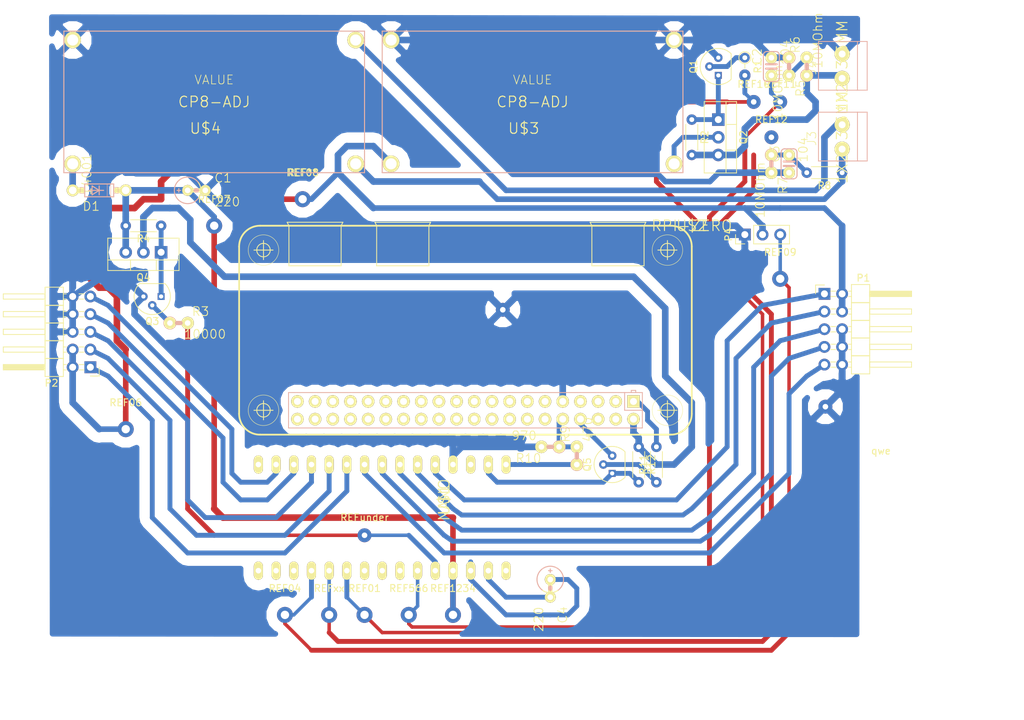
<source format=kicad_pcb>
(kicad_pcb (version 4) (host pcbnew 4.0.6)

  (general
    (links 76)
    (no_connects 5)
    (area 45.914999 24.439133 184.79406 117.990002)
    (thickness 1.6)
    (drawings 4)
    (tracks 350)
    (zones 0)
    (modules 46)
    (nets 81)
  )

  (page A4)
  (layers
    (0 F.Cu signal)
    (31 B.Cu signal)
    (32 B.Adhes user hide)
    (33 F.Adhes user)
    (34 B.Paste user hide)
    (35 F.Paste user hide)
    (36 B.SilkS user hide)
    (37 F.SilkS user)
    (38 B.Mask user)
    (39 F.Mask user)
    (40 Dwgs.User user)
    (41 Cmts.User user)
    (42 Eco1.User user)
    (43 Eco2.User user)
    (44 Edge.Cuts user)
    (45 Margin user)
    (46 B.CrtYd user)
    (47 F.CrtYd user)
    (48 B.Fab user)
    (49 F.Fab user)
  )

  (setup
    (last_trace_width 0.7)
    (trace_clearance 0.8)
    (zone_clearance 1.5)
    (zone_45_only no)
    (trace_min 0.2)
    (segment_width 0.2)
    (edge_width 0.1)
    (via_size 0.6)
    (via_drill 0.4)
    (via_min_size 0.4)
    (via_min_drill 0.3)
    (uvia_size 0.3)
    (uvia_drill 0.1)
    (uvias_allowed no)
    (uvia_min_size 0.2)
    (uvia_min_drill 0.1)
    (pcb_text_width 0.3)
    (pcb_text_size 1.5 1.5)
    (mod_edge_width 0.15)
    (mod_text_size 1 1)
    (mod_text_width 0.15)
    (pad_size 2.3 2.3)
    (pad_drill 1.2)
    (pad_to_mask_clearance 0)
    (aux_axis_origin 0 0)
    (visible_elements 7FFFFFFF)
    (pcbplotparams
      (layerselection 0x00000_80000000)
      (usegerberextensions false)
      (excludeedgelayer true)
      (linewidth 0.100000)
      (plotframeref false)
      (viasonmask false)
      (mode 1)
      (useauxorigin false)
      (hpglpennumber 1)
      (hpglpenspeed 20)
      (hpglpendiameter 15)
      (hpglpenoverlay 2)
      (psnegative false)
      (psa4output false)
      (plotreference false)
      (plotvalue false)
      (plotinvisibletext false)
      (padsonsilk false)
      (subtractmaskfromsilk false)
      (outputformat 4)
      (mirror false)
      (drillshape 2)
      (scaleselection 1)
      (outputdirectory ../))
  )

  (net 0 "")
  (net 1 /5V0@1)
  (net 2 GND)
  (net 3 /N$14)
  (net 4 /N$20)
  (net 5 /N$1)
  (net 6 /N$12)
  (net 7 /N$11)
  (net 8 /D2)
  (net 9 "Net-(P1-Pad2)")
  (net 10 /D3)
  (net 11 /D4)
  (net 12 /D5)
  (net 13 /D6)
  (net 14 /D7)
  (net 15 /D8)
  (net 16 /D9)
  (net 17 /D10)
  (net 18 "Net-(P4-Pad3)")
  (net 19 "Net-(Q1-Pad2)")
  (net 20 "Net-(Q1-Pad1)")
  (net 21 /N$3)
  (net 22 "Net-(Q3-Pad2)")
  (net 23 "Net-(Q3-Pad1)")
  (net 24 "Net-(Q5-Pad2)")
  (net 25 /N$17)
  (net 26 /N$16)
  (net 27 "Net-(R1-Pad2)")
  (net 28 "Net-(R3-Pad2)")
  (net 29 /N$15)
  (net 30 /N$18)
  (net 31 "Net-(R11-Pad2)")
  (net 32 "Net-(U$1-Pad3.3V)")
  (net 33 "Net-(U$1-PadA3)")
  (net 34 "Net-(U$1-PadA4)")
  (net 35 "Net-(U$1-PadA5)")
  (net 36 "Net-(U$1-PadAREF)")
  (net 37 "Net-(U$1-PadRAW)")
  (net 38 "Net-(U$1-PadRST1)")
  (net 39 "Net-(U$2-Pad3)")
  (net 40 "Net-(U$2-Pad5)")
  (net 41 "Net-(U$2-Pad7)")
  (net 42 "Net-(U$2-Pad11)")
  (net 43 "Net-(U$2-Pad12)")
  (net 44 "Net-(U$2-Pad13)")
  (net 45 "Net-(U$2-Pad14)")
  (net 46 "Net-(U$2-Pad15)")
  (net 47 "Net-(U$2-Pad16)")
  (net 48 "Net-(U$2-Pad17)")
  (net 49 "Net-(U$2-Pad18)")
  (net 50 "Net-(U$2-Pad19)")
  (net 51 "Net-(U$2-Pad20)")
  (net 52 "Net-(U$2-Pad21)")
  (net 53 "Net-(U$2-Pad22)")
  (net 54 "Net-(U$2-Pad23)")
  (net 55 "Net-(U$2-Pad24)")
  (net 56 "Net-(U$2-Pad25)")
  (net 57 "Net-(U$2-Pad26)")
  (net 58 "Net-(U$2-Pad27)")
  (net 59 "Net-(U$2-Pad28)")
  (net 60 "Net-(U$2-Pad29)")
  (net 61 "Net-(U$2-Pad30)")
  (net 62 "Net-(U$2-Pad31)")
  (net 63 "Net-(U$2-Pad33)")
  (net 64 "Net-(U$2-Pad34)")
  (net 65 "Net-(U$2-Pad35)")
  (net 66 "Net-(U$2-Pad36)")
  (net 67 "Net-(U$2-Pad37)")
  (net 68 "Net-(U$2-Pad38)")
  (net 69 "Net-(U$2-Pad39)")
  (net 70 "Net-(U$2-Pad40)")
  (net 71 "Net-(C2-Pad1)")
  (net 72 "Net-(U$2-Pad32)")
  (net 73 "Net-(C4-Pad-)")
  (net 74 /5VRPI)
  (net 75 "Net-(U$2-Pad4)")
  (net 76 /D11)
  (net 77 "Net-(U$2-Pad6)")
  (net 78 "Net-(U$1-PadD13)")
  (net 79 "Net-(U$1-PadD12)")
  (net 80 "Net-(Q2-Pad2)")

  (net_class Default "Dies ist die voreingestellte Netzklasse."
    (clearance 0.8)
    (trace_width 0.7)
    (via_dia 0.6)
    (via_drill 0.4)
    (uvia_dia 0.3)
    (uvia_drill 0.1)
    (add_net /D10)
    (add_net /D11)
    (add_net /D2)
    (add_net /D3)
    (add_net /D4)
    (add_net /D5)
    (add_net /D6)
    (add_net /D7)
    (add_net /D8)
    (add_net /D9)
    (add_net /N$14)
    (add_net /N$15)
    (add_net /N$16)
    (add_net /N$17)
    (add_net /N$18)
    (add_net /N$20)
    (add_net "Net-(C2-Pad1)")
    (add_net "Net-(C4-Pad-)")
    (add_net "Net-(P4-Pad3)")
    (add_net "Net-(Q1-Pad1)")
    (add_net "Net-(Q1-Pad2)")
    (add_net "Net-(Q2-Pad2)")
    (add_net "Net-(Q3-Pad1)")
    (add_net "Net-(Q3-Pad2)")
    (add_net "Net-(Q5-Pad2)")
    (add_net "Net-(R1-Pad2)")
    (add_net "Net-(R11-Pad2)")
    (add_net "Net-(R3-Pad2)")
    (add_net "Net-(U$1-Pad3.3V)")
    (add_net "Net-(U$1-PadA3)")
    (add_net "Net-(U$1-PadA4)")
    (add_net "Net-(U$1-PadA5)")
    (add_net "Net-(U$1-PadAREF)")
    (add_net "Net-(U$1-PadD12)")
    (add_net "Net-(U$1-PadD13)")
    (add_net "Net-(U$1-PadRAW)")
    (add_net "Net-(U$1-PadRST1)")
    (add_net "Net-(U$2-Pad11)")
    (add_net "Net-(U$2-Pad12)")
    (add_net "Net-(U$2-Pad13)")
    (add_net "Net-(U$2-Pad14)")
    (add_net "Net-(U$2-Pad15)")
    (add_net "Net-(U$2-Pad16)")
    (add_net "Net-(U$2-Pad17)")
    (add_net "Net-(U$2-Pad18)")
    (add_net "Net-(U$2-Pad19)")
    (add_net "Net-(U$2-Pad20)")
    (add_net "Net-(U$2-Pad21)")
    (add_net "Net-(U$2-Pad22)")
    (add_net "Net-(U$2-Pad23)")
    (add_net "Net-(U$2-Pad24)")
    (add_net "Net-(U$2-Pad25)")
    (add_net "Net-(U$2-Pad26)")
    (add_net "Net-(U$2-Pad27)")
    (add_net "Net-(U$2-Pad28)")
    (add_net "Net-(U$2-Pad29)")
    (add_net "Net-(U$2-Pad3)")
    (add_net "Net-(U$2-Pad30)")
    (add_net "Net-(U$2-Pad31)")
    (add_net "Net-(U$2-Pad32)")
    (add_net "Net-(U$2-Pad33)")
    (add_net "Net-(U$2-Pad34)")
    (add_net "Net-(U$2-Pad35)")
    (add_net "Net-(U$2-Pad36)")
    (add_net "Net-(U$2-Pad37)")
    (add_net "Net-(U$2-Pad38)")
    (add_net "Net-(U$2-Pad39)")
    (add_net "Net-(U$2-Pad4)")
    (add_net "Net-(U$2-Pad40)")
    (add_net "Net-(U$2-Pad5)")
    (add_net "Net-(U$2-Pad6)")
    (add_net "Net-(U$2-Pad7)")
  )

  (net_class 5VServo ""
    (clearance 0.8)
    (trace_width 0.95)
    (via_dia 0.6)
    (via_drill 0.4)
    (uvia_dia 0.3)
    (uvia_drill 0.1)
    (add_net /5V0@1)
    (add_net /5VRPI)
    (add_net /N$1)
    (add_net /N$11)
    (add_net /N$12)
    (add_net /N$3)
    (add_net GND)
    (add_net "Net-(P1-Pad2)")
  )

  (module Redesign_main3:CP8-ADJ (layer F.Cu) (tedit 58E63440) (tstamp 58E4E557)
    (at 114.3 35.56 180)
    (descr DC-DC)
    (tags XL6009)
    (path /5793ADEF)
    (attr virtual)
    (fp_text reference U$3 (at -7.62 -6.35 180) (layer F.SilkS)
      (effects (font (thickness 0.15)))
    )
    (fp_text value CP8-ADJ (at -8.89 -2.54 180) (layer F.SilkS)
      (effects (font (thickness 0.15)))
    )
    (fp_line (start -30.48 -12.7) (end 12.7 -12.7) (layer B.SilkS) (width 0.15))
    (fp_line (start 12.7 -12.7) (end 12.7 7.62) (layer B.SilkS) (width 0.15))
    (fp_line (start 12.7 7.62) (end -30.48 7.62) (layer B.SilkS) (width 0.15))
    (fp_line (start -30.48 7.62) (end -30.48 -12.7) (layer B.SilkS) (width 0.15))
    (fp_text user VALUE (at -8.89 0.635 180) (layer F.SilkS)
      (effects (font (size 1.27 1.27) (thickness 0.1016)))
    )
    (pad IN+ thru_hole circle (at -29.21 -11.43 180) (size 2.39776 4.79806) (drill 1.59766) (layers *.Cu F.Paste F.SilkS F.Mask)
      (net 80 "Net-(Q2-Pad2)"))
    (pad IN- thru_hole circle (at -29.21 6.35 180) (size 2.39776 4.79806) (drill 1.59766) (layers *.Cu F.Paste F.SilkS F.Mask)
      (net 2 GND))
    (pad OUT+ thru_hole circle (at 11.43 -11.43 180) (size 2.39776 4.79806) (drill 1.59766) (layers *.Cu F.Paste F.SilkS F.Mask)
      (net 9 "Net-(P1-Pad2)"))
    (pad OUT- thru_hole circle (at 11.43 6.35 180) (size 2.39776 4.79806) (drill 1.59766) (layers *.Cu F.Paste F.SilkS F.Mask)
      (net 2 GND))
  )

  (module Resistors_THT:R_Axial_DIN0204_L3.6mm_D1.6mm_P5.08mm_Horizontal (layer F.Cu) (tedit 5874F706) (tstamp 58E4E4EF)
    (at 140.97 92.71 90)
    (descr "Resistor, Axial_DIN0204 series, Axial, Horizontal, pin pitch=5.08mm, 0.16666666666666666W = 1/6W, length*diameter=3.6*1.6mm^2, http://cdn-reichelt.de/documents/datenblatt/B400/1_4W%23YAG.pdf")
    (tags "Resistor Axial_DIN0204 series Axial Horizontal pin pitch 5.08mm 0.16666666666666666W = 1/6W length 3.6mm diameter 1.6mm")
    (path /58E880A9)
    (fp_text reference R11 (at 2.54 -1.86 90) (layer F.SilkS)
      (effects (font (size 1 1) (thickness 0.15)))
    )
    (fp_text value 10000 (at 2.54 1.86 90) (layer F.Fab)
      (effects (font (size 1 1) (thickness 0.15)))
    )
    (fp_line (start 0.74 -0.8) (end 0.74 0.8) (layer F.Fab) (width 0.1))
    (fp_line (start 0.74 0.8) (end 4.34 0.8) (layer F.Fab) (width 0.1))
    (fp_line (start 4.34 0.8) (end 4.34 -0.8) (layer F.Fab) (width 0.1))
    (fp_line (start 4.34 -0.8) (end 0.74 -0.8) (layer F.Fab) (width 0.1))
    (fp_line (start 0 0) (end 0.74 0) (layer F.Fab) (width 0.1))
    (fp_line (start 5.08 0) (end 4.34 0) (layer F.Fab) (width 0.1))
    (fp_line (start 0.68 -0.86) (end 4.4 -0.86) (layer F.SilkS) (width 0.12))
    (fp_line (start 0.68 0.86) (end 4.4 0.86) (layer F.SilkS) (width 0.12))
    (fp_line (start -0.95 -1.15) (end -0.95 1.15) (layer F.CrtYd) (width 0.05))
    (fp_line (start -0.95 1.15) (end 6.05 1.15) (layer F.CrtYd) (width 0.05))
    (fp_line (start 6.05 1.15) (end 6.05 -1.15) (layer F.CrtYd) (width 0.05))
    (fp_line (start 6.05 -1.15) (end -0.95 -1.15) (layer F.CrtYd) (width 0.05))
    (pad 1 thru_hole circle (at 0 0 90) (size 1.5 1.5) (drill 0.7) (layers *.Cu *.Mask)
      (net 24 "Net-(Q5-Pad2)"))
    (pad 2 thru_hole oval (at 5.08 0 90) (size 1.5 1.5) (drill 0.7) (layers *.Cu *.Mask)
      (net 31 "Net-(R11-Pad2)"))
    (model Resistors_THT.3dshapes/R_Axial_DIN0204_L3.6mm_D1.6mm_P5.08mm_Horizontal.wrl
      (at (xyz 0 0 0))
      (scale (xyz 0.393701 0.393701 0.393701))
      (rotate (xyz 0 0 0))
    )
  )

  (module Pin_Headers:Pin_Header_Straight_1x03_Pitch2.54mm (layer F.Cu) (tedit 58E4E314) (tstamp 58E4E48A)
    (at 153.67 57.15 90)
    (descr "Through hole straight pin header, 1x03, 2.54mm pitch, single row")
    (tags "Through hole pin header THT 1x03 2.54mm single row")
    (path /57AB5775)
    (fp_text reference P4 (at 0 -2.33 90) (layer F.SilkS)
      (effects (font (size 1 1) (thickness 0.15)))
    )
    (fp_text value CONN_01X03 (at 0.0889 9.2964 90) (layer F.Fab)
      (effects (font (size 1 1) (thickness 0.15)))
    )
    (fp_line (start -1.27 -1.27) (end -1.27 6.35) (layer F.Fab) (width 0.1))
    (fp_line (start -1.27 6.35) (end 1.27 6.35) (layer F.Fab) (width 0.1))
    (fp_line (start 1.27 6.35) (end 1.27 -1.27) (layer F.Fab) (width 0.1))
    (fp_line (start 1.27 -1.27) (end -1.27 -1.27) (layer F.Fab) (width 0.1))
    (fp_line (start -1.33 1.27) (end -1.33 6.41) (layer F.SilkS) (width 0.12))
    (fp_line (start -1.33 6.41) (end 1.33 6.41) (layer F.SilkS) (width 0.12))
    (fp_line (start 1.33 6.41) (end 1.33 1.27) (layer F.SilkS) (width 0.12))
    (fp_line (start 1.33 1.27) (end -1.33 1.27) (layer F.SilkS) (width 0.12))
    (fp_line (start -1.33 0) (end -1.33 -1.33) (layer F.SilkS) (width 0.12))
    (fp_line (start -1.33 -1.33) (end 0 -1.33) (layer F.SilkS) (width 0.12))
    (fp_line (start -1.8 -1.8) (end -1.8 6.85) (layer F.CrtYd) (width 0.05))
    (fp_line (start -1.8 6.85) (end 1.8 6.85) (layer F.CrtYd) (width 0.05))
    (fp_line (start 1.8 6.85) (end 1.8 -1.8) (layer F.CrtYd) (width 0.05))
    (fp_line (start 1.8 -1.8) (end -1.8 -1.8) (layer F.CrtYd) (width 0.05))
    (fp_text user %R (at 0 -2.33 90) (layer F.Fab)
      (effects (font (size 1 1) (thickness 0.15)))
    )
    (pad 1 thru_hole rect (at 0 0 90) (size 1.7 1.7) (drill 1) (layers *.Cu *.Mask)
      (net 2 GND))
    (pad 2 thru_hole oval (at 0 2.54 90) (size 1.7 1.7) (drill 1) (layers *.Cu *.Mask)
      (net 9 "Net-(P1-Pad2)"))
    (pad 3 thru_hole oval (at 0 5.08 90) (size 1.7 1.7) (drill 1) (layers *.Cu *.Mask)
      (net 18 "Net-(P4-Pad3)"))
    (model ${KISYS3DMOD}/Pin_Headers.3dshapes/Pin_Header_Straight_1x03_Pitch2.54mm.wrl
      (at (xyz 0 -0.1 0))
      (scale (xyz 1 1 1))
      (rotate (xyz 0 0 90))
    )
  )

  (module Redesign_main3:E2_5RE (layer F.Cu) (tedit 200000) (tstamp 58E4E44F)
    (at 125.73 107.95 270)
    (descr "ELECTROLYTIC CAPACITOR")
    (tags "ELECTROLYTIC CAPACITOR")
    (path /57939DEB)
    (attr virtual)
    (fp_text reference C4 (at 3.81 -1.778 270) (layer F.SilkS)
      (effects (font (size 1.27 1.27) (thickness 0.127)))
    )
    (fp_text value 220 (at 4.445 1.651 270) (layer F.SilkS)
      (effects (font (size 1.27 1.27) (thickness 0.127)))
    )
    (fp_line (start -0.127 0) (end 0.0762 0) (layer B.SilkS) (width 0.6096))
    (fp_line (start -2.794 0) (end -2.286 0) (layer B.SilkS) (width 0.1524))
    (fp_line (start -2.54 0.254) (end -2.54 -0.254) (layer B.SilkS) (width 0.1524))
    (fp_line (start 1.27 0) (end -1.27 0) (layer F.SilkS) (width 0.6096))
    (fp_arc (start -1.27 0) (end 0.254 1.143) (angle 286.2) (layer B.SilkS) (width 0.1524))
    (fp_arc (start -1.27 0) (end 0.254 -1.143) (angle 73.7) (layer F.SilkS) (width 0.1524))
    (pad + thru_hole circle (at -1.27 0 270) (size 1.5748 1.5748) (drill 0.8128) (layers *.Cu F.Paste F.SilkS F.Mask)
      (net 4 /N$20))
    (pad - thru_hole circle (at 1.27 0 270) (size 1.5748 3.1496) (drill 0.8128) (layers *.Cu F.Paste F.SilkS F.Mask)
      (net 73 "Net-(C4-Pad-)"))
  )

  (module Redesign_main3:NANO (layer F.Cu) (tedit 58E519F2) (tstamp 58E4E523)
    (at 110.49 95.25 90)
    (path /5793AC5F)
    (attr virtual)
    (fp_text reference U$1 (at 0 0 90) (layer F.SilkS)
      (effects (font (thickness 0.15)))
    )
    (fp_text value NANO (at 0 0 90) (layer F.SilkS)
      (effects (font (thickness 0.15)))
    )
    (pad 3.3V thru_hole oval (at -10.16 -24.13) (size 1.30556 2.61366) (drill 0.79756) (layers *.Cu F.Paste F.SilkS F.Mask)
      (net 32 "Net-(U$1-Pad3.3V)"))
    (pad 5V thru_hole oval (at -10.16 1.27 180) (size 1.30556 2.61366) (drill 0.79756) (layers *.Cu F.Paste F.SilkS F.Mask)
      (net 1 /5V0@1))
    (pad A0 thru_hole oval (at -10.16 -19.05 180) (size 1.30556 2.61366) (drill 0.79756) (layers *.Cu F.Paste F.SilkS F.Mask)
      (net 18 "Net-(P4-Pad3)"))
    (pad A1 thru_hole oval (at -10.16 -16.51 180) (size 1.30556 2.61366) (drill 0.79756) (layers *.Cu F.Paste F.SilkS F.Mask)
      (net 3 /N$14))
    (pad A2 thru_hole oval (at -10.16 -13.97 180) (size 1.30556 2.61366) (drill 0.79756) (layers *.Cu F.Paste F.SilkS F.Mask)
      (net 71 "Net-(C2-Pad1)"))
    (pad A3 thru_hole oval (at -10.16 -11.43 180) (size 1.30556 2.61366) (drill 0.79756) (layers *.Cu F.Paste F.SilkS F.Mask)
      (net 33 "Net-(U$1-PadA3)"))
    (pad A4 thru_hole oval (at -10.16 -8.89) (size 1.30556 2.61366) (drill 0.79756) (layers *.Cu F.Paste F.SilkS F.Mask)
      (net 34 "Net-(U$1-PadA4)"))
    (pad A5 thru_hole oval (at -10.16 -6.35) (size 1.30556 2.61366) (drill 0.79756) (layers *.Cu F.Paste F.SilkS F.Mask)
      (net 35 "Net-(U$1-PadA5)"))
    (pad A6 thru_hole oval (at -10.16 -3.81) (size 1.30556 2.61366) (drill 0.79756) (layers *.Cu F.Paste F.SilkS F.Mask)
      (net 27 "Net-(R1-Pad2)"))
    (pad A7 thru_hole oval (at -10.16 -1.27) (size 1.30556 2.61366) (drill 0.79756) (layers *.Cu F.Paste F.SilkS F.Mask)
      (net 28 "Net-(R3-Pad2)"))
    (pad AREF thru_hole oval (at -10.16 -21.59) (size 1.30556 2.61366) (drill 0.79756) (layers *.Cu F.Paste F.SilkS F.Mask)
      (net 36 "Net-(U$1-PadAREF)"))
    (pad D2 thru_hole oval (at 5.08 -1.27 180) (size 1.30556 2.61366) (drill 0.79756) (layers *.Cu F.Paste F.SilkS F.Mask)
      (net 8 /D2))
    (pad D3 thru_hole oval (at 5.08 -3.81 180) (size 1.30556 2.61366) (drill 0.79756) (layers *.Cu F.Paste F.SilkS F.Mask)
      (net 10 /D3))
    (pad D4 thru_hole oval (at 5.08 -6.35 180) (size 1.30556 2.61366) (drill 0.79756) (layers *.Cu F.Paste F.SilkS F.Mask)
      (net 11 /D4))
    (pad D5 thru_hole oval (at 5.08 -8.89 180) (size 1.30556 2.61366) (drill 0.79756) (layers *.Cu F.Paste F.SilkS F.Mask)
      (net 12 /D5))
    (pad D6 thru_hole oval (at 5.08 -11.43 180) (size 1.30556 2.61366) (drill 0.79756) (layers *.Cu F.Paste F.SilkS F.Mask)
      (net 13 /D6))
    (pad D7 thru_hole oval (at 5.08 -13.97 180) (size 1.30556 2.61366) (drill 0.79756) (layers *.Cu F.Paste F.SilkS F.Mask)
      (net 14 /D7))
    (pad D8 thru_hole oval (at 5.08 -16.51 180) (size 1.30556 2.61366) (drill 0.79756) (layers *.Cu F.Paste F.SilkS F.Mask)
      (net 15 /D8))
    (pad D9 thru_hole oval (at 5.08 -19.05 180) (size 1.30556 2.61366) (drill 0.79756) (layers *.Cu F.Paste F.SilkS F.Mask)
      (net 16 /D9))
    (pad D10 thru_hole oval (at 5.08 -21.59 180) (size 1.30556 2.61366) (drill 0.79756) (layers *.Cu F.Paste F.SilkS F.Mask)
      (net 17 /D10))
    (pad D11 thru_hole oval (at 5.08 -24.13 180) (size 1.30556 2.61366) (drill 0.79756) (layers *.Cu F.Paste F.SilkS F.Mask)
      (net 76 /D11))
    (pad D12 thru_hole oval (at 5.08 -26.67 180) (size 1.30556 2.61366) (drill 0.79756) (layers *.Cu F.Paste F.SilkS F.Mask)
      (net 79 "Net-(U$1-PadD12)"))
    (pad D13 thru_hole oval (at -10.16 -26.67 180) (size 1.30556 2.61366) (drill 0.79756) (layers *.Cu F.Paste F.SilkS F.Mask)
      (net 78 "Net-(U$1-PadD13)"))
    (pad GND thru_hole oval (at -10.16 6.35 180) (size 1.30556 2.61366) (drill 0.79756) (layers *.Cu F.Paste F.SilkS F.Mask)
      (net 73 "Net-(C4-Pad-)"))
    (pad GND1 thru_hole oval (at 5.08 1.27 180) (size 1.30556 2.61366) (drill 0.79756) (layers *.Cu F.Paste F.SilkS F.Mask)
      (net 2 GND))
    (pad RAW thru_hole oval (at -10.16 8.89 180) (size 1.30556 2.61366) (drill 0.79756) (layers *.Cu F.Paste F.SilkS F.Mask)
      (net 37 "Net-(U$1-PadRAW)"))
    (pad RST thru_hole oval (at -10.16 3.81 180) (size 1.30556 2.61366) (drill 0.79756) (layers *.Cu F.Paste F.SilkS F.Mask)
      (net 4 /N$20))
    (pad RST1 thru_hole oval (at 5.08 3.81 180) (size 1.30556 2.61366) (drill 0.79756) (layers *.Cu F.Paste F.SilkS F.Mask)
      (net 38 "Net-(U$1-PadRST1)"))
    (pad RX1 thru_hole oval (at 5.08 6.35 180) (size 1.30556 2.61366) (drill 0.79756) (layers *.Cu F.Paste F.SilkS F.Mask)
      (net 26 /N$16))
    (pad TX0 thru_hole oval (at 5.08 8.89 180) (size 1.30556 2.61366) (drill 0.79756) (layers *.Cu F.Paste F.SilkS F.Mask)
      (net 29 /N$15))
  )

  (module Redesign_main3:E2_5RE (layer F.Cu) (tedit 200000) (tstamp 58E4E43D)
    (at 74.93 50.8)
    (descr "ELECTROLYTIC CAPACITOR")
    (tags "ELECTROLYTIC CAPACITOR")
    (path /57939B93)
    (attr virtual)
    (fp_text reference C1 (at 3.81 -1.778) (layer F.SilkS)
      (effects (font (size 1.27 1.27) (thickness 0.127)))
    )
    (fp_text value 220 (at 4.445 1.651) (layer F.SilkS)
      (effects (font (size 1.27 1.27) (thickness 0.127)))
    )
    (fp_line (start -0.127 0) (end 0.0762 0) (layer B.SilkS) (width 0.6096))
    (fp_line (start -2.794 0) (end -2.286 0) (layer B.SilkS) (width 0.1524))
    (fp_line (start -2.54 0.254) (end -2.54 -0.254) (layer B.SilkS) (width 0.1524))
    (fp_line (start 1.27 0) (end -1.27 0) (layer F.SilkS) (width 0.6096))
    (fp_arc (start -1.27 0) (end 0.254 1.143) (angle 286.2) (layer B.SilkS) (width 0.1524))
    (fp_arc (start -1.27 0) (end 0.254 -1.143) (angle 73.7) (layer F.SilkS) (width 0.1524))
    (pad + thru_hole circle (at -1.27 0) (size 1.5748 1.5748) (drill 0.8128) (layers *.Cu F.Paste F.SilkS F.Mask)
      (net 1 /5V0@1))
    (pad - thru_hole circle (at 1.27 0) (size 1.5748 3.1496) (drill 0.8128) (layers *.Cu F.Paste F.SilkS F.Mask)
      (net 2 GND))
  )

  (module Redesign_main3:C025-024X044 (layer F.Cu) (tedit 200000) (tstamp 58E4E443)
    (at 157.48 33.02 90)
    (descr CAPACITOR)
    (tags CAPACITOR)
    (path /57939C5B)
    (attr virtual)
    (fp_text reference C2 (at 1.397 -2.032 90) (layer F.SilkS)
      (effects (font (size 1.27 1.27) (thickness 0.127)))
    )
    (fp_text value 104 (at 2.032 2.032 90) (layer F.SilkS)
      (effects (font (size 1.27 1.27) (thickness 0.127)))
    )
    (fp_line (start -2.159 0.635) (end -2.159 -0.635) (layer B.SilkS) (width 0.1524))
    (fp_line (start 1.651 -1.143) (end -1.651 -1.143) (layer B.SilkS) (width 0.1524))
    (fp_line (start 2.159 0.635) (end 2.159 -0.635) (layer B.SilkS) (width 0.1524))
    (fp_line (start 1.651 1.143) (end -1.651 1.143) (layer B.SilkS) (width 0.1524))
    (fp_line (start -0.3048 -0.762) (end -0.3048 0.762) (layer B.SilkS) (width 0.3048))
    (fp_line (start 0.3302 -0.762) (end 0.3302 0.762) (layer B.SilkS) (width 0.3048))
    (fp_line (start 1.27 0) (end 0.3302 0) (layer F.SilkS) (width 0.1524))
    (fp_line (start -1.27 0) (end -0.3048 0) (layer F.SilkS) (width 0.1524))
    (fp_arc (start -1.651 -0.635) (end -2.159 -0.635) (angle 90) (layer B.SilkS) (width 0.1524))
    (fp_arc (start -1.651 0.635) (end -1.651 1.143) (angle 90) (layer B.SilkS) (width 0.1524))
    (fp_arc (start 1.651 -0.635) (end 1.651 -1.143) (angle 90) (layer B.SilkS) (width 0.1524))
    (fp_arc (start 1.651 0.635) (end 2.159 0.635) (angle 90) (layer B.SilkS) (width 0.1524))
    (pad 1 thru_hole circle (at -1.27 0 90) (size 1.7 1.7) (drill 0.8128) (layers *.Cu F.Paste F.SilkS F.Mask)
      (net 71 "Net-(C2-Pad1)"))
    (pad 2 thru_hole circle (at 1.27 0 90) (size 1.7 1.7) (drill 0.8128) (layers *.Cu F.Paste F.SilkS F.Mask)
      (net 2 GND))
  )

  (module Redesign_main3:C025-024X044 (layer F.Cu) (tedit 58ED2086) (tstamp 58E4E449)
    (at 160.02 46.99 90)
    (descr CAPACITOR)
    (tags CAPACITOR)
    (path /57939D23)
    (attr virtual)
    (fp_text reference C3 (at 1.397 -2.032 90) (layer F.SilkS)
      (effects (font (size 1.27 1.27) (thickness 0.127)))
    )
    (fp_text value 104 (at 2.032 2.032 90) (layer F.SilkS)
      (effects (font (size 1.27 1.27) (thickness 0.127)))
    )
    (fp_line (start -2.159 0.635) (end -2.159 -0.635) (layer B.SilkS) (width 0.1524))
    (fp_line (start 1.651 -1.143) (end -1.651 -1.143) (layer B.SilkS) (width 0.1524))
    (fp_line (start 2.159 0.635) (end 2.159 -0.635) (layer B.SilkS) (width 0.1524))
    (fp_line (start 1.651 1.143) (end -1.651 1.143) (layer B.SilkS) (width 0.1524))
    (fp_line (start -0.3048 -0.762) (end -0.3048 0.762) (layer B.SilkS) (width 0.3048))
    (fp_line (start 0.3302 -0.762) (end 0.3302 0.762) (layer B.SilkS) (width 0.3048))
    (fp_line (start 1.27 0) (end 0.3302 0) (layer F.SilkS) (width 0.1524))
    (fp_line (start -1.27 0) (end -0.3048 0) (layer F.SilkS) (width 0.1524))
    (fp_arc (start -1.651 -0.635) (end -2.159 -0.635) (angle 90) (layer B.SilkS) (width 0.1524))
    (fp_arc (start -1.651 0.635) (end -1.651 1.143) (angle 90) (layer B.SilkS) (width 0.1524))
    (fp_arc (start 1.651 -0.635) (end 1.651 -1.143) (angle 90) (layer B.SilkS) (width 0.1524))
    (fp_arc (start 1.651 0.635) (end 2.159 0.635) (angle 90) (layer B.SilkS) (width 0.1524))
    (pad 1 thru_hole circle (at -1.27 0 90) (size 1.7 1.7) (drill 0.8128) (layers *.Cu F.Paste F.SilkS F.Mask)
      (net 2 GND))
    (pad 2 thru_hole circle (at 1.27 0 90) (size 1.7 1.7) (drill 0.8128) (layers *.Cu F.Paste F.SilkS F.Mask)
      (net 3 /N$14))
  )

  (module Redesign_main3:DO41-7.6 (layer F.Cu) (tedit 58ED2015) (tstamp 58E4E455)
    (at 60.96 50.8 180)
    (descr "DO41 7.6MM X 2MM")
    (tags "DO41 7.6MM X 2MM")
    (path /57939EB3)
    (attr virtual)
    (fp_text reference D1 (at 1.143 -2.286 180) (layer F.SilkS)
      (effects (font (size 1.27 1.27) (thickness 0.127)))
    )
    (fp_text value 14001 (at 1.778 2.286 270) (layer F.SilkS)
      (effects (font (size 1.27 1.27) (thickness 0.127)))
    )
    (fp_line (start -1.651 0.94996) (end -1.143 0.94996) (layer B.SilkS) (width 0.06604))
    (fp_line (start -1.143 0.94996) (end -1.143 -0.91948) (layer B.SilkS) (width 0.06604))
    (fp_line (start -1.651 -0.91948) (end -1.143 -0.91948) (layer B.SilkS) (width 0.06604))
    (fp_line (start -1.651 0.94996) (end -1.651 -0.91948) (layer B.SilkS) (width 0.06604))
    (fp_line (start 2.08026 0.42418) (end 2.71526 0.42418) (layer B.SilkS) (width 0.06604))
    (fp_line (start 2.71526 0.42418) (end 2.71526 -0.42418) (layer B.SilkS) (width 0.06604))
    (fp_line (start 2.08026 -0.42418) (end 2.71526 -0.42418) (layer B.SilkS) (width 0.06604))
    (fp_line (start 2.08026 0.42418) (end 2.08026 -0.42418) (layer B.SilkS) (width 0.06604))
    (fp_line (start -2.71526 0.42418) (end -2.08026 0.42418) (layer B.SilkS) (width 0.06604))
    (fp_line (start -2.08026 0.42418) (end -2.08026 -0.42418) (layer B.SilkS) (width 0.06604))
    (fp_line (start -2.71526 -0.42418) (end -2.08026 -0.42418) (layer B.SilkS) (width 0.06604))
    (fp_line (start -2.71526 0.42418) (end -2.71526 -0.42418) (layer B.SilkS) (width 0.06604))
    (fp_line (start 2.08026 0.91948) (end -2.08026 0.91948) (layer B.SilkS) (width 0.1524))
    (fp_line (start 2.08026 0.91948) (end 2.08026 -0.91948) (layer B.SilkS) (width 0.1524))
    (fp_line (start -2.08026 -0.91948) (end 2.08026 -0.91948) (layer B.SilkS) (width 0.1524))
    (fp_line (start -2.08026 -0.91948) (end -2.08026 0.91948) (layer B.SilkS) (width 0.1524))
    (fp_line (start 3.81 0) (end 2.49174 0) (layer F.SilkS) (width 0.84836))
    (fp_line (start -3.81 0) (end -2.51714 0) (layer F.SilkS) (width 0.84836))
    (fp_line (start -0.635 0) (end 0 0) (layer B.SilkS) (width 0.1524))
    (fp_line (start 1.016 -0.635) (end 1.016 0.635) (layer B.SilkS) (width 0.1524))
    (fp_line (start 1.016 0.635) (end 0 0) (layer B.SilkS) (width 0.1524))
    (fp_line (start 0 0) (end 1.524 0) (layer B.SilkS) (width 0.1524))
    (fp_line (start 0 0) (end 1.016 -0.635) (layer B.SilkS) (width 0.1524))
    (fp_line (start 0 -0.635) (end 0 0) (layer B.SilkS) (width 0.1524))
    (fp_line (start 0 0) (end 0 0.635) (layer B.SilkS) (width 0.1524))
    (pad A thru_hole circle (at 3.81 0 180) (size 1.72 1.72) (drill 1.09982) (layers *.Cu F.Paste F.SilkS F.Mask)
      (net 5 /N$1))
    (pad C thru_hole circle (at -3.81 0 180) (size 1.72 1.72) (drill 1.09982) (layers *.Cu F.Paste F.SilkS F.Mask)
      (net 1 /5V0@1))
  )

  (module Redesign_main3:1X2-3.5MM (layer F.Cu) (tedit 200000) (tstamp 58E4E45B)
    (at 167.64 43.18 90)
    (path /5793A16F)
    (attr virtual)
    (fp_text reference J3 (at -0.17272 -4.36372 270) (layer F.SilkS)
      (effects (font (size 1.27 1.27) (thickness 0.1016)))
    )
    (fp_text value 1X2-3.5MM (at 0 0 90) (layer F.SilkS)
      (effects (font (thickness 0.15)))
    )
    (fp_line (start -3.39852 -3.39852) (end -3.39852 2.19964) (layer B.SilkS) (width 0.127))
    (fp_line (start -3.39852 2.19964) (end -3.39852 3.59918) (layer B.SilkS) (width 0.127))
    (fp_line (start -3.39852 3.59918) (end 3.59918 3.59918) (layer B.SilkS) (width 0.127))
    (fp_line (start 3.59918 3.59918) (end 3.59918 2.19964) (layer B.SilkS) (width 0.127))
    (fp_line (start 3.59918 2.19964) (end 3.59918 -3.39852) (layer B.SilkS) (width 0.127))
    (fp_line (start 3.59918 -3.39852) (end -3.39852 -3.39852) (layer B.SilkS) (width 0.127))
    (fp_line (start -3.39852 2.19964) (end 3.59918 2.19964) (layer B.SilkS) (width 0.127))
    (pad 1 thru_hole circle (at 1.79832 0 90) (size 2.18186 2.18186) (drill 0.99822) (layers *.Cu F.Paste F.SilkS F.Mask)
      (net 6 /N$12))
    (pad 2 thru_hole circle (at -1.69926 0 90) (size 2.18186 2.18186) (drill 0.99822) (layers *.Cu F.Paste F.SilkS F.Mask)
      (net 7 /N$11))
  )

  (module Redesign_main3:1X2-3.5MM (layer F.Cu) (tedit 200000) (tstamp 58E4E461)
    (at 167.64 33.02 90)
    (path /5793A237)
    (attr virtual)
    (fp_text reference J4 (at -0.17272 -4.36372 270) (layer F.SilkS)
      (effects (font (size 1.27 1.27) (thickness 0.1016)))
    )
    (fp_text value 1X2-3.5MM (at 0 0 90) (layer F.SilkS)
      (effects (font (thickness 0.15)))
    )
    (fp_line (start -3.39852 -3.39852) (end -3.39852 2.19964) (layer B.SilkS) (width 0.127))
    (fp_line (start -3.39852 2.19964) (end -3.39852 3.59918) (layer B.SilkS) (width 0.127))
    (fp_line (start -3.39852 3.59918) (end 3.59918 3.59918) (layer B.SilkS) (width 0.127))
    (fp_line (start 3.59918 3.59918) (end 3.59918 2.19964) (layer B.SilkS) (width 0.127))
    (fp_line (start 3.59918 2.19964) (end 3.59918 -3.39852) (layer B.SilkS) (width 0.127))
    (fp_line (start 3.59918 -3.39852) (end -3.39852 -3.39852) (layer B.SilkS) (width 0.127))
    (fp_line (start -3.39852 2.19964) (end 3.59918 2.19964) (layer B.SilkS) (width 0.127))
    (pad 1 thru_hole circle (at 1.79832 0 90) (size 2.18186 2.18186) (drill 0.99822) (layers *.Cu F.Paste F.SilkS F.Mask)
      (net 2 GND))
    (pad 2 thru_hole circle (at -1.69926 0 90) (size 2.18186 2.18186) (drill 0.99822) (layers *.Cu F.Paste F.SilkS F.Mask)
      (net 21 /N$3))
  )

  (module Pin_Headers:Pin_Header_Angled_2x05_Pitch2.54mm (layer F.Cu) (tedit 58CD4EC5) (tstamp 58E4E46F)
    (at 165.1 65.659)
    (descr "Through hole angled pin header, 2x05, 2.54mm pitch, 6mm pin length, double rows")
    (tags "Through hole angled pin header THT 2x05 2.54mm double row")
    (path /57940840)
    (fp_text reference P1 (at 5.585 -2.27) (layer F.SilkS)
      (effects (font (size 1 1) (thickness 0.15)))
    )
    (fp_text value CONN_02X05 (at 5.585 12.43) (layer F.Fab)
      (effects (font (size 1 1) (thickness 0.15)))
    )
    (fp_line (start 3.94 -1.27) (end 3.94 1.27) (layer F.Fab) (width 0.1))
    (fp_line (start 3.94 1.27) (end 6.44 1.27) (layer F.Fab) (width 0.1))
    (fp_line (start 6.44 1.27) (end 6.44 -1.27) (layer F.Fab) (width 0.1))
    (fp_line (start 6.44 -1.27) (end 3.94 -1.27) (layer F.Fab) (width 0.1))
    (fp_line (start 0 -0.32) (end 0 0.32) (layer F.Fab) (width 0.1))
    (fp_line (start 0 0.32) (end 12.44 0.32) (layer F.Fab) (width 0.1))
    (fp_line (start 12.44 0.32) (end 12.44 -0.32) (layer F.Fab) (width 0.1))
    (fp_line (start 12.44 -0.32) (end 0 -0.32) (layer F.Fab) (width 0.1))
    (fp_line (start 3.94 1.27) (end 3.94 3.81) (layer F.Fab) (width 0.1))
    (fp_line (start 3.94 3.81) (end 6.44 3.81) (layer F.Fab) (width 0.1))
    (fp_line (start 6.44 3.81) (end 6.44 1.27) (layer F.Fab) (width 0.1))
    (fp_line (start 6.44 1.27) (end 3.94 1.27) (layer F.Fab) (width 0.1))
    (fp_line (start 0 2.22) (end 0 2.86) (layer F.Fab) (width 0.1))
    (fp_line (start 0 2.86) (end 12.44 2.86) (layer F.Fab) (width 0.1))
    (fp_line (start 12.44 2.86) (end 12.44 2.22) (layer F.Fab) (width 0.1))
    (fp_line (start 12.44 2.22) (end 0 2.22) (layer F.Fab) (width 0.1))
    (fp_line (start 3.94 3.81) (end 3.94 6.35) (layer F.Fab) (width 0.1))
    (fp_line (start 3.94 6.35) (end 6.44 6.35) (layer F.Fab) (width 0.1))
    (fp_line (start 6.44 6.35) (end 6.44 3.81) (layer F.Fab) (width 0.1))
    (fp_line (start 6.44 3.81) (end 3.94 3.81) (layer F.Fab) (width 0.1))
    (fp_line (start 0 4.76) (end 0 5.4) (layer F.Fab) (width 0.1))
    (fp_line (start 0 5.4) (end 12.44 5.4) (layer F.Fab) (width 0.1))
    (fp_line (start 12.44 5.4) (end 12.44 4.76) (layer F.Fab) (width 0.1))
    (fp_line (start 12.44 4.76) (end 0 4.76) (layer F.Fab) (width 0.1))
    (fp_line (start 3.94 6.35) (end 3.94 8.89) (layer F.Fab) (width 0.1))
    (fp_line (start 3.94 8.89) (end 6.44 8.89) (layer F.Fab) (width 0.1))
    (fp_line (start 6.44 8.89) (end 6.44 6.35) (layer F.Fab) (width 0.1))
    (fp_line (start 6.44 6.35) (end 3.94 6.35) (layer F.Fab) (width 0.1))
    (fp_line (start 0 7.3) (end 0 7.94) (layer F.Fab) (width 0.1))
    (fp_line (start 0 7.94) (end 12.44 7.94) (layer F.Fab) (width 0.1))
    (fp_line (start 12.44 7.94) (end 12.44 7.3) (layer F.Fab) (width 0.1))
    (fp_line (start 12.44 7.3) (end 0 7.3) (layer F.Fab) (width 0.1))
    (fp_line (start 3.94 8.89) (end 3.94 11.43) (layer F.Fab) (width 0.1))
    (fp_line (start 3.94 11.43) (end 6.44 11.43) (layer F.Fab) (width 0.1))
    (fp_line (start 6.44 11.43) (end 6.44 8.89) (layer F.Fab) (width 0.1))
    (fp_line (start 6.44 8.89) (end 3.94 8.89) (layer F.Fab) (width 0.1))
    (fp_line (start 0 9.84) (end 0 10.48) (layer F.Fab) (width 0.1))
    (fp_line (start 0 10.48) (end 12.44 10.48) (layer F.Fab) (width 0.1))
    (fp_line (start 12.44 10.48) (end 12.44 9.84) (layer F.Fab) (width 0.1))
    (fp_line (start 12.44 9.84) (end 0 9.84) (layer F.Fab) (width 0.1))
    (fp_line (start 3.88 -1.33) (end 3.88 1.27) (layer F.SilkS) (width 0.12))
    (fp_line (start 3.88 1.27) (end 6.5 1.27) (layer F.SilkS) (width 0.12))
    (fp_line (start 6.5 1.27) (end 6.5 -1.33) (layer F.SilkS) (width 0.12))
    (fp_line (start 6.5 -1.33) (end 3.88 -1.33) (layer F.SilkS) (width 0.12))
    (fp_line (start 6.5 -0.38) (end 6.5 0.38) (layer F.SilkS) (width 0.12))
    (fp_line (start 6.5 0.38) (end 12.5 0.38) (layer F.SilkS) (width 0.12))
    (fp_line (start 12.5 0.38) (end 12.5 -0.38) (layer F.SilkS) (width 0.12))
    (fp_line (start 12.5 -0.38) (end 6.5 -0.38) (layer F.SilkS) (width 0.12))
    (fp_line (start 3.45 -0.38) (end 3.88 -0.38) (layer F.SilkS) (width 0.12))
    (fp_line (start 3.45 0.38) (end 3.88 0.38) (layer F.SilkS) (width 0.12))
    (fp_line (start 0.91 -0.38) (end 1.63 -0.38) (layer F.SilkS) (width 0.12))
    (fp_line (start 0.91 0.38) (end 1.63 0.38) (layer F.SilkS) (width 0.12))
    (fp_line (start 6.5 -0.26) (end 12.5 -0.26) (layer F.SilkS) (width 0.12))
    (fp_line (start 6.5 -0.14) (end 12.5 -0.14) (layer F.SilkS) (width 0.12))
    (fp_line (start 6.5 -0.02) (end 12.5 -0.02) (layer F.SilkS) (width 0.12))
    (fp_line (start 6.5 0.1) (end 12.5 0.1) (layer F.SilkS) (width 0.12))
    (fp_line (start 6.5 0.22) (end 12.5 0.22) (layer F.SilkS) (width 0.12))
    (fp_line (start 6.5 0.34) (end 12.5 0.34) (layer F.SilkS) (width 0.12))
    (fp_line (start 3.88 1.27) (end 3.88 3.81) (layer F.SilkS) (width 0.12))
    (fp_line (start 3.88 3.81) (end 6.5 3.81) (layer F.SilkS) (width 0.12))
    (fp_line (start 6.5 3.81) (end 6.5 1.27) (layer F.SilkS) (width 0.12))
    (fp_line (start 6.5 1.27) (end 3.88 1.27) (layer F.SilkS) (width 0.12))
    (fp_line (start 6.5 2.16) (end 6.5 2.92) (layer F.SilkS) (width 0.12))
    (fp_line (start 6.5 2.92) (end 12.5 2.92) (layer F.SilkS) (width 0.12))
    (fp_line (start 12.5 2.92) (end 12.5 2.16) (layer F.SilkS) (width 0.12))
    (fp_line (start 12.5 2.16) (end 6.5 2.16) (layer F.SilkS) (width 0.12))
    (fp_line (start 3.45 2.16) (end 3.88 2.16) (layer F.SilkS) (width 0.12))
    (fp_line (start 3.45 2.92) (end 3.88 2.92) (layer F.SilkS) (width 0.12))
    (fp_line (start 0.91 2.16) (end 1.63 2.16) (layer F.SilkS) (width 0.12))
    (fp_line (start 0.91 2.92) (end 1.63 2.92) (layer F.SilkS) (width 0.12))
    (fp_line (start 3.88 3.81) (end 3.88 6.35) (layer F.SilkS) (width 0.12))
    (fp_line (start 3.88 6.35) (end 6.5 6.35) (layer F.SilkS) (width 0.12))
    (fp_line (start 6.5 6.35) (end 6.5 3.81) (layer F.SilkS) (width 0.12))
    (fp_line (start 6.5 3.81) (end 3.88 3.81) (layer F.SilkS) (width 0.12))
    (fp_line (start 6.5 4.7) (end 6.5 5.46) (layer F.SilkS) (width 0.12))
    (fp_line (start 6.5 5.46) (end 12.5 5.46) (layer F.SilkS) (width 0.12))
    (fp_line (start 12.5 5.46) (end 12.5 4.7) (layer F.SilkS) (width 0.12))
    (fp_line (start 12.5 4.7) (end 6.5 4.7) (layer F.SilkS) (width 0.12))
    (fp_line (start 3.45 4.7) (end 3.88 4.7) (layer F.SilkS) (width 0.12))
    (fp_line (start 3.45 5.46) (end 3.88 5.46) (layer F.SilkS) (width 0.12))
    (fp_line (start 0.91 4.7) (end 1.63 4.7) (layer F.SilkS) (width 0.12))
    (fp_line (start 0.91 5.46) (end 1.63 5.46) (layer F.SilkS) (width 0.12))
    (fp_line (start 3.88 6.35) (end 3.88 8.89) (layer F.SilkS) (width 0.12))
    (fp_line (start 3.88 8.89) (end 6.5 8.89) (layer F.SilkS) (width 0.12))
    (fp_line (start 6.5 8.89) (end 6.5 6.35) (layer F.SilkS) (width 0.12))
    (fp_line (start 6.5 6.35) (end 3.88 6.35) (layer F.SilkS) (width 0.12))
    (fp_line (start 6.5 7.24) (end 6.5 8) (layer F.SilkS) (width 0.12))
    (fp_line (start 6.5 8) (end 12.5 8) (layer F.SilkS) (width 0.12))
    (fp_line (start 12.5 8) (end 12.5 7.24) (layer F.SilkS) (width 0.12))
    (fp_line (start 12.5 7.24) (end 6.5 7.24) (layer F.SilkS) (width 0.12))
    (fp_line (start 3.45 7.24) (end 3.88 7.24) (layer F.SilkS) (width 0.12))
    (fp_line (start 3.45 8) (end 3.88 8) (layer F.SilkS) (width 0.12))
    (fp_line (start 0.91 7.24) (end 1.63 7.24) (layer F.SilkS) (width 0.12))
    (fp_line (start 0.91 8) (end 1.63 8) (layer F.SilkS) (width 0.12))
    (fp_line (start 3.88 8.89) (end 3.88 11.49) (layer F.SilkS) (width 0.12))
    (fp_line (start 3.88 11.49) (end 6.5 11.49) (layer F.SilkS) (width 0.12))
    (fp_line (start 6.5 11.49) (end 6.5 8.89) (layer F.SilkS) (width 0.12))
    (fp_line (start 6.5 8.89) (end 3.88 8.89) (layer F.SilkS) (width 0.12))
    (fp_line (start 6.5 9.78) (end 6.5 10.54) (layer F.SilkS) (width 0.12))
    (fp_line (start 6.5 10.54) (end 12.5 10.54) (layer F.SilkS) (width 0.12))
    (fp_line (start 12.5 10.54) (end 12.5 9.78) (layer F.SilkS) (width 0.12))
    (fp_line (start 12.5 9.78) (end 6.5 9.78) (layer F.SilkS) (width 0.12))
    (fp_line (start 3.45 9.78) (end 3.88 9.78) (layer F.SilkS) (width 0.12))
    (fp_line (start 3.45 10.54) (end 3.88 10.54) (layer F.SilkS) (width 0.12))
    (fp_line (start 0.91 9.78) (end 1.63 9.78) (layer F.SilkS) (width 0.12))
    (fp_line (start 0.91 10.54) (end 1.63 10.54) (layer F.SilkS) (width 0.12))
    (fp_line (start -1.27 0) (end -1.27 -1.27) (layer F.SilkS) (width 0.12))
    (fp_line (start -1.27 -1.27) (end 0 -1.27) (layer F.SilkS) (width 0.12))
    (fp_line (start -1.8 -1.8) (end -1.8 11.95) (layer F.CrtYd) (width 0.05))
    (fp_line (start -1.8 11.95) (end 12.95 11.95) (layer F.CrtYd) (width 0.05))
    (fp_line (start 12.95 11.95) (end 12.95 -1.8) (layer F.CrtYd) (width 0.05))
    (fp_line (start 12.95 -1.8) (end -1.8 -1.8) (layer F.CrtYd) (width 0.05))
    (fp_text user %R (at 5.585 -2.27) (layer F.Fab)
      (effects (font (size 1 1) (thickness 0.15)))
    )
    (pad 1 thru_hole rect (at 0 0) (size 1.7 1.7) (drill 1) (layers *.Cu *.Mask)
      (net 8 /D2))
    (pad 2 thru_hole oval (at 2.54 0) (size 1.7 1.7) (drill 1) (layers *.Cu *.Mask)
      (net 9 "Net-(P1-Pad2)"))
    (pad 3 thru_hole oval (at 0 2.54) (size 1.7 1.7) (drill 1) (layers *.Cu *.Mask)
      (net 10 /D3))
    (pad 4 thru_hole oval (at 2.54 2.54) (size 1.7 1.7) (drill 1) (layers *.Cu *.Mask)
      (net 9 "Net-(P1-Pad2)"))
    (pad 5 thru_hole oval (at 0 5.08) (size 1.7 1.7) (drill 1) (layers *.Cu *.Mask)
      (net 11 /D4))
    (pad 6 thru_hole oval (at 2.54 5.08) (size 1.7 1.7) (drill 1) (layers *.Cu *.Mask)
      (net 2 GND))
    (pad 7 thru_hole oval (at 0 7.62) (size 1.7 1.7) (drill 1) (layers *.Cu *.Mask)
      (net 12 /D5))
    (pad 8 thru_hole oval (at 2.54 7.62) (size 1.7 1.7) (drill 1) (layers *.Cu *.Mask)
      (net 2 GND))
    (pad 9 thru_hole oval (at 0 10.16) (size 1.7 1.7) (drill 1) (layers *.Cu *.Mask)
      (net 13 /D6))
    (pad 10 thru_hole oval (at 2.54 10.16) (size 1.7 1.7) (drill 1) (layers *.Cu *.Mask)
      (net 2 GND))
    (model ${KISYS3DMOD}/Pin_Headers.3dshapes/Pin_Header_Angled_2x05_Pitch2.54mm.wrl
      (at (xyz 0.05 -0.2 0))
      (scale (xyz 1 1 1))
      (rotate (xyz 0 0 90))
    )
  )

  (module Pin_Headers:Pin_Header_Angled_2x05_Pitch2.54mm (layer F.Cu) (tedit 58CD4EC5) (tstamp 58E4E47D)
    (at 59.69 76.2 180)
    (descr "Through hole angled pin header, 2x05, 2.54mm pitch, 6mm pin length, double rows")
    (tags "Through hole angled pin header THT 2x05 2.54mm double row")
    (path /57949B98)
    (fp_text reference P2 (at 5.585 -2.27 180) (layer F.SilkS)
      (effects (font (size 1 1) (thickness 0.15)))
    )
    (fp_text value CONN_02X05 (at 5.585 12.43 180) (layer F.Fab)
      (effects (font (size 1 1) (thickness 0.15)))
    )
    (fp_line (start 3.94 -1.27) (end 3.94 1.27) (layer F.Fab) (width 0.1))
    (fp_line (start 3.94 1.27) (end 6.44 1.27) (layer F.Fab) (width 0.1))
    (fp_line (start 6.44 1.27) (end 6.44 -1.27) (layer F.Fab) (width 0.1))
    (fp_line (start 6.44 -1.27) (end 3.94 -1.27) (layer F.Fab) (width 0.1))
    (fp_line (start 0 -0.32) (end 0 0.32) (layer F.Fab) (width 0.1))
    (fp_line (start 0 0.32) (end 12.44 0.32) (layer F.Fab) (width 0.1))
    (fp_line (start 12.44 0.32) (end 12.44 -0.32) (layer F.Fab) (width 0.1))
    (fp_line (start 12.44 -0.32) (end 0 -0.32) (layer F.Fab) (width 0.1))
    (fp_line (start 3.94 1.27) (end 3.94 3.81) (layer F.Fab) (width 0.1))
    (fp_line (start 3.94 3.81) (end 6.44 3.81) (layer F.Fab) (width 0.1))
    (fp_line (start 6.44 3.81) (end 6.44 1.27) (layer F.Fab) (width 0.1))
    (fp_line (start 6.44 1.27) (end 3.94 1.27) (layer F.Fab) (width 0.1))
    (fp_line (start 0 2.22) (end 0 2.86) (layer F.Fab) (width 0.1))
    (fp_line (start 0 2.86) (end 12.44 2.86) (layer F.Fab) (width 0.1))
    (fp_line (start 12.44 2.86) (end 12.44 2.22) (layer F.Fab) (width 0.1))
    (fp_line (start 12.44 2.22) (end 0 2.22) (layer F.Fab) (width 0.1))
    (fp_line (start 3.94 3.81) (end 3.94 6.35) (layer F.Fab) (width 0.1))
    (fp_line (start 3.94 6.35) (end 6.44 6.35) (layer F.Fab) (width 0.1))
    (fp_line (start 6.44 6.35) (end 6.44 3.81) (layer F.Fab) (width 0.1))
    (fp_line (start 6.44 3.81) (end 3.94 3.81) (layer F.Fab) (width 0.1))
    (fp_line (start 0 4.76) (end 0 5.4) (layer F.Fab) (width 0.1))
    (fp_line (start 0 5.4) (end 12.44 5.4) (layer F.Fab) (width 0.1))
    (fp_line (start 12.44 5.4) (end 12.44 4.76) (layer F.Fab) (width 0.1))
    (fp_line (start 12.44 4.76) (end 0 4.76) (layer F.Fab) (width 0.1))
    (fp_line (start 3.94 6.35) (end 3.94 8.89) (layer F.Fab) (width 0.1))
    (fp_line (start 3.94 8.89) (end 6.44 8.89) (layer F.Fab) (width 0.1))
    (fp_line (start 6.44 8.89) (end 6.44 6.35) (layer F.Fab) (width 0.1))
    (fp_line (start 6.44 6.35) (end 3.94 6.35) (layer F.Fab) (width 0.1))
    (fp_line (start 0 7.3) (end 0 7.94) (layer F.Fab) (width 0.1))
    (fp_line (start 0 7.94) (end 12.44 7.94) (layer F.Fab) (width 0.1))
    (fp_line (start 12.44 7.94) (end 12.44 7.3) (layer F.Fab) (width 0.1))
    (fp_line (start 12.44 7.3) (end 0 7.3) (layer F.Fab) (width 0.1))
    (fp_line (start 3.94 8.89) (end 3.94 11.43) (layer F.Fab) (width 0.1))
    (fp_line (start 3.94 11.43) (end 6.44 11.43) (layer F.Fab) (width 0.1))
    (fp_line (start 6.44 11.43) (end 6.44 8.89) (layer F.Fab) (width 0.1))
    (fp_line (start 6.44 8.89) (end 3.94 8.89) (layer F.Fab) (width 0.1))
    (fp_line (start 0 9.84) (end 0 10.48) (layer F.Fab) (width 0.1))
    (fp_line (start 0 10.48) (end 12.44 10.48) (layer F.Fab) (width 0.1))
    (fp_line (start 12.44 10.48) (end 12.44 9.84) (layer F.Fab) (width 0.1))
    (fp_line (start 12.44 9.84) (end 0 9.84) (layer F.Fab) (width 0.1))
    (fp_line (start 3.88 -1.33) (end 3.88 1.27) (layer F.SilkS) (width 0.12))
    (fp_line (start 3.88 1.27) (end 6.5 1.27) (layer F.SilkS) (width 0.12))
    (fp_line (start 6.5 1.27) (end 6.5 -1.33) (layer F.SilkS) (width 0.12))
    (fp_line (start 6.5 -1.33) (end 3.88 -1.33) (layer F.SilkS) (width 0.12))
    (fp_line (start 6.5 -0.38) (end 6.5 0.38) (layer F.SilkS) (width 0.12))
    (fp_line (start 6.5 0.38) (end 12.5 0.38) (layer F.SilkS) (width 0.12))
    (fp_line (start 12.5 0.38) (end 12.5 -0.38) (layer F.SilkS) (width 0.12))
    (fp_line (start 12.5 -0.38) (end 6.5 -0.38) (layer F.SilkS) (width 0.12))
    (fp_line (start 3.45 -0.38) (end 3.88 -0.38) (layer F.SilkS) (width 0.12))
    (fp_line (start 3.45 0.38) (end 3.88 0.38) (layer F.SilkS) (width 0.12))
    (fp_line (start 0.91 -0.38) (end 1.63 -0.38) (layer F.SilkS) (width 0.12))
    (fp_line (start 0.91 0.38) (end 1.63 0.38) (layer F.SilkS) (width 0.12))
    (fp_line (start 6.5 -0.26) (end 12.5 -0.26) (layer F.SilkS) (width 0.12))
    (fp_line (start 6.5 -0.14) (end 12.5 -0.14) (layer F.SilkS) (width 0.12))
    (fp_line (start 6.5 -0.02) (end 12.5 -0.02) (layer F.SilkS) (width 0.12))
    (fp_line (start 6.5 0.1) (end 12.5 0.1) (layer F.SilkS) (width 0.12))
    (fp_line (start 6.5 0.22) (end 12.5 0.22) (layer F.SilkS) (width 0.12))
    (fp_line (start 6.5 0.34) (end 12.5 0.34) (layer F.SilkS) (width 0.12))
    (fp_line (start 3.88 1.27) (end 3.88 3.81) (layer F.SilkS) (width 0.12))
    (fp_line (start 3.88 3.81) (end 6.5 3.81) (layer F.SilkS) (width 0.12))
    (fp_line (start 6.5 3.81) (end 6.5 1.27) (layer F.SilkS) (width 0.12))
    (fp_line (start 6.5 1.27) (end 3.88 1.27) (layer F.SilkS) (width 0.12))
    (fp_line (start 6.5 2.16) (end 6.5 2.92) (layer F.SilkS) (width 0.12))
    (fp_line (start 6.5 2.92) (end 12.5 2.92) (layer F.SilkS) (width 0.12))
    (fp_line (start 12.5 2.92) (end 12.5 2.16) (layer F.SilkS) (width 0.12))
    (fp_line (start 12.5 2.16) (end 6.5 2.16) (layer F.SilkS) (width 0.12))
    (fp_line (start 3.45 2.16) (end 3.88 2.16) (layer F.SilkS) (width 0.12))
    (fp_line (start 3.45 2.92) (end 3.88 2.92) (layer F.SilkS) (width 0.12))
    (fp_line (start 0.91 2.16) (end 1.63 2.16) (layer F.SilkS) (width 0.12))
    (fp_line (start 0.91 2.92) (end 1.63 2.92) (layer F.SilkS) (width 0.12))
    (fp_line (start 3.88 3.81) (end 3.88 6.35) (layer F.SilkS) (width 0.12))
    (fp_line (start 3.88 6.35) (end 6.5 6.35) (layer F.SilkS) (width 0.12))
    (fp_line (start 6.5 6.35) (end 6.5 3.81) (layer F.SilkS) (width 0.12))
    (fp_line (start 6.5 3.81) (end 3.88 3.81) (layer F.SilkS) (width 0.12))
    (fp_line (start 6.5 4.7) (end 6.5 5.46) (layer F.SilkS) (width 0.12))
    (fp_line (start 6.5 5.46) (end 12.5 5.46) (layer F.SilkS) (width 0.12))
    (fp_line (start 12.5 5.46) (end 12.5 4.7) (layer F.SilkS) (width 0.12))
    (fp_line (start 12.5 4.7) (end 6.5 4.7) (layer F.SilkS) (width 0.12))
    (fp_line (start 3.45 4.7) (end 3.88 4.7) (layer F.SilkS) (width 0.12))
    (fp_line (start 3.45 5.46) (end 3.88 5.46) (layer F.SilkS) (width 0.12))
    (fp_line (start 0.91 4.7) (end 1.63 4.7) (layer F.SilkS) (width 0.12))
    (fp_line (start 0.91 5.46) (end 1.63 5.46) (layer F.SilkS) (width 0.12))
    (fp_line (start 3.88 6.35) (end 3.88 8.89) (layer F.SilkS) (width 0.12))
    (fp_line (start 3.88 8.89) (end 6.5 8.89) (layer F.SilkS) (width 0.12))
    (fp_line (start 6.5 8.89) (end 6.5 6.35) (layer F.SilkS) (width 0.12))
    (fp_line (start 6.5 6.35) (end 3.88 6.35) (layer F.SilkS) (width 0.12))
    (fp_line (start 6.5 7.24) (end 6.5 8) (layer F.SilkS) (width 0.12))
    (fp_line (start 6.5 8) (end 12.5 8) (layer F.SilkS) (width 0.12))
    (fp_line (start 12.5 8) (end 12.5 7.24) (layer F.SilkS) (width 0.12))
    (fp_line (start 12.5 7.24) (end 6.5 7.24) (layer F.SilkS) (width 0.12))
    (fp_line (start 3.45 7.24) (end 3.88 7.24) (layer F.SilkS) (width 0.12))
    (fp_line (start 3.45 8) (end 3.88 8) (layer F.SilkS) (width 0.12))
    (fp_line (start 0.91 7.24) (end 1.63 7.24) (layer F.SilkS) (width 0.12))
    (fp_line (start 0.91 8) (end 1.63 8) (layer F.SilkS) (width 0.12))
    (fp_line (start 3.88 8.89) (end 3.88 11.49) (layer F.SilkS) (width 0.12))
    (fp_line (start 3.88 11.49) (end 6.5 11.49) (layer F.SilkS) (width 0.12))
    (fp_line (start 6.5 11.49) (end 6.5 8.89) (layer F.SilkS) (width 0.12))
    (fp_line (start 6.5 8.89) (end 3.88 8.89) (layer F.SilkS) (width 0.12))
    (fp_line (start 6.5 9.78) (end 6.5 10.54) (layer F.SilkS) (width 0.12))
    (fp_line (start 6.5 10.54) (end 12.5 10.54) (layer F.SilkS) (width 0.12))
    (fp_line (start 12.5 10.54) (end 12.5 9.78) (layer F.SilkS) (width 0.12))
    (fp_line (start 12.5 9.78) (end 6.5 9.78) (layer F.SilkS) (width 0.12))
    (fp_line (start 3.45 9.78) (end 3.88 9.78) (layer F.SilkS) (width 0.12))
    (fp_line (start 3.45 10.54) (end 3.88 10.54) (layer F.SilkS) (width 0.12))
    (fp_line (start 0.91 9.78) (end 1.63 9.78) (layer F.SilkS) (width 0.12))
    (fp_line (start 0.91 10.54) (end 1.63 10.54) (layer F.SilkS) (width 0.12))
    (fp_line (start -1.27 0) (end -1.27 -1.27) (layer F.SilkS) (width 0.12))
    (fp_line (start -1.27 -1.27) (end 0 -1.27) (layer F.SilkS) (width 0.12))
    (fp_line (start -1.8 -1.8) (end -1.8 11.95) (layer F.CrtYd) (width 0.05))
    (fp_line (start -1.8 11.95) (end 12.95 11.95) (layer F.CrtYd) (width 0.05))
    (fp_line (start 12.95 11.95) (end 12.95 -1.8) (layer F.CrtYd) (width 0.05))
    (fp_line (start 12.95 -1.8) (end -1.8 -1.8) (layer F.CrtYd) (width 0.05))
    (fp_text user %R (at 5.585 -2.27 180) (layer F.Fab)
      (effects (font (size 1 1) (thickness 0.15)))
    )
    (pad 1 thru_hole rect (at 0 0 180) (size 1.7 1.7) (drill 1) (layers *.Cu *.Mask)
      (net 14 /D7))
    (pad 2 thru_hole oval (at 2.54 0 180) (size 1.7 1.7) (drill 1) (layers *.Cu *.Mask)
      (net 9 "Net-(P1-Pad2)"))
    (pad 3 thru_hole oval (at 0 2.54 180) (size 1.7 1.7) (drill 1) (layers *.Cu *.Mask)
      (net 15 /D8))
    (pad 4 thru_hole oval (at 2.54 2.54 180) (size 1.7 1.7) (drill 1) (layers *.Cu *.Mask)
      (net 9 "Net-(P1-Pad2)"))
    (pad 5 thru_hole oval (at 0 5.08 180) (size 1.7 1.7) (drill 1) (layers *.Cu *.Mask)
      (net 16 /D9))
    (pad 6 thru_hole oval (at 2.54 5.08 180) (size 1.7 1.7) (drill 1) (layers *.Cu *.Mask)
      (net 2 GND))
    (pad 7 thru_hole oval (at 0 7.62 180) (size 1.7 1.7) (drill 1) (layers *.Cu *.Mask)
      (net 17 /D10))
    (pad 8 thru_hole oval (at 2.54 7.62 180) (size 1.7 1.7) (drill 1) (layers *.Cu *.Mask)
      (net 2 GND))
    (pad 9 thru_hole oval (at 0 10.16 180) (size 1.7 1.7) (drill 1) (layers *.Cu *.Mask)
      (net 76 /D11))
    (pad 10 thru_hole oval (at 2.54 10.16 180) (size 1.7 1.7) (drill 1) (layers *.Cu *.Mask)
      (net 2 GND))
    (model ${KISYS3DMOD}/Pin_Headers.3dshapes/Pin_Header_Angled_2x05_Pitch2.54mm.wrl
      (at (xyz 0.05 -0.2 0))
      (scale (xyz 1 1 1))
      (rotate (xyz 0 0 90))
    )
  )

  (module TO_SOT_Packages_THT:TO-92_Molded_Narrow (layer F.Cu) (tedit 58CE52AF) (tstamp 58E4E491)
    (at 149.86 34.29 90)
    (descr "TO-92 leads molded, narrow, drill 0.6mm (see NXP sot054_po.pdf)")
    (tags "to-92 sc-43 sc-43a sot54 PA33 transistor")
    (path /58E97C59)
    (fp_text reference Q1 (at 1.27 -3.56 90) (layer F.SilkS)
      (effects (font (size 1 1) (thickness 0.15)))
    )
    (fp_text value BC548 (at 1.27 2.79 90) (layer F.Fab)
      (effects (font (size 1 1) (thickness 0.15)))
    )
    (fp_text user %R (at 1.27 -3.56 90) (layer F.Fab)
      (effects (font (size 1 1) (thickness 0.15)))
    )
    (fp_line (start -0.53 1.85) (end 3.07 1.85) (layer F.SilkS) (width 0.12))
    (fp_line (start -0.5 1.75) (end 3 1.75) (layer F.Fab) (width 0.1))
    (fp_line (start -1.46 -2.73) (end 4 -2.73) (layer F.CrtYd) (width 0.05))
    (fp_line (start -1.46 -2.73) (end -1.46 2.01) (layer F.CrtYd) (width 0.05))
    (fp_line (start 4 2.01) (end 4 -2.73) (layer F.CrtYd) (width 0.05))
    (fp_line (start 4 2.01) (end -1.46 2.01) (layer F.CrtYd) (width 0.05))
    (fp_arc (start 1.27 0) (end 1.27 -2.48) (angle 135) (layer F.Fab) (width 0.1))
    (fp_arc (start 1.27 0) (end 1.27 -2.6) (angle -135) (layer F.SilkS) (width 0.12))
    (fp_arc (start 1.27 0) (end 1.27 -2.48) (angle -135) (layer F.Fab) (width 0.1))
    (fp_arc (start 1.27 0) (end 1.27 -2.6) (angle 135) (layer F.SilkS) (width 0.12))
    (pad 2 thru_hole circle (at 1.27 -1.27 180) (size 1.22 1.22) (drill 0.6) (layers *.Cu *.Mask)
      (net 19 "Net-(Q1-Pad2)"))
    (pad 3 thru_hole circle (at 2.54 0 180) (size 1.22 1.22) (drill 0.6) (layers *.Cu *.Mask)
      (net 2 GND))
    (pad 1 thru_hole rect (at 0 0 180) (size 1 1) (drill 0.6) (layers *.Cu *.Mask)
      (net 20 "Net-(Q1-Pad1)"))
    (model ${KISYS3DMOD}/TO_SOT_Packages_THT.3dshapes/TO-92_Molded_Narrow.wrl
      (at (xyz 0.05 0 0))
      (scale (xyz 1 1 1))
      (rotate (xyz 0 0 -90))
    )
  )

  (module TO_SOT_Packages_THT:TO-220_Vertical (layer F.Cu) (tedit 58CE52AD) (tstamp 58E4E498)
    (at 149.86 40.64 270)
    (descr "TO-220, Vertical, RM 2.54mm")
    (tags "TO-220 Vertical RM 2.54mm")
    (path /58E97C5F)
    (fp_text reference Q2 (at 2.54 -3.62 270) (layer F.SilkS)
      (effects (font (size 1 1) (thickness 0.15)))
    )
    (fp_text value IRF4905 (at 2.54 3.92 270) (layer F.Fab)
      (effects (font (size 1 1) (thickness 0.15)))
    )
    (fp_text user %R (at 2.54 -3.62 270) (layer F.Fab)
      (effects (font (size 1 1) (thickness 0.15)))
    )
    (fp_line (start -2.46 -2.5) (end -2.46 1.9) (layer F.Fab) (width 0.1))
    (fp_line (start -2.46 1.9) (end 7.54 1.9) (layer F.Fab) (width 0.1))
    (fp_line (start 7.54 1.9) (end 7.54 -2.5) (layer F.Fab) (width 0.1))
    (fp_line (start 7.54 -2.5) (end -2.46 -2.5) (layer F.Fab) (width 0.1))
    (fp_line (start -2.46 -1.23) (end 7.54 -1.23) (layer F.Fab) (width 0.1))
    (fp_line (start 0.69 -2.5) (end 0.69 -1.23) (layer F.Fab) (width 0.1))
    (fp_line (start 4.39 -2.5) (end 4.39 -1.23) (layer F.Fab) (width 0.1))
    (fp_line (start -2.58 -2.62) (end 7.66 -2.62) (layer F.SilkS) (width 0.12))
    (fp_line (start -2.58 2.021) (end 7.66 2.021) (layer F.SilkS) (width 0.12))
    (fp_line (start -2.58 -2.62) (end -2.58 2.021) (layer F.SilkS) (width 0.12))
    (fp_line (start 7.66 -2.62) (end 7.66 2.021) (layer F.SilkS) (width 0.12))
    (fp_line (start -2.58 -1.11) (end 7.66 -1.11) (layer F.SilkS) (width 0.12))
    (fp_line (start 0.69 -2.62) (end 0.69 -1.11) (layer F.SilkS) (width 0.12))
    (fp_line (start 4.391 -2.62) (end 4.391 -1.11) (layer F.SilkS) (width 0.12))
    (fp_line (start -2.71 -2.75) (end -2.71 2.16) (layer F.CrtYd) (width 0.05))
    (fp_line (start -2.71 2.16) (end 7.79 2.16) (layer F.CrtYd) (width 0.05))
    (fp_line (start 7.79 2.16) (end 7.79 -2.75) (layer F.CrtYd) (width 0.05))
    (fp_line (start 7.79 -2.75) (end -2.71 -2.75) (layer F.CrtYd) (width 0.05))
    (pad 1 thru_hole rect (at 0 0 270) (size 1.8 1.8) (drill 1) (layers *.Cu *.Mask)
      (net 20 "Net-(Q1-Pad1)"))
    (pad 2 thru_hole oval (at 2.54 0 270) (size 1.8 1.8) (drill 1) (layers *.Cu *.Mask)
      (net 80 "Net-(Q2-Pad2)"))
    (pad 3 thru_hole oval (at 5.08 0 270) (size 1.8 1.8) (drill 1) (layers *.Cu *.Mask)
      (net 21 /N$3))
    (model ${KISYS3DMOD}/TO_SOT_Packages_THT.3dshapes/TO-220_Vertical.wrl
      (at (xyz 0.1 0 0))
      (scale (xyz 0.393701 0.393701 0.393701))
      (rotate (xyz 0 0 0))
    )
  )

  (module TO_SOT_Packages_THT:TO-92_Molded_Narrow (layer F.Cu) (tedit 58CE52AF) (tstamp 58E4E49F)
    (at 69.85 66.04 180)
    (descr "TO-92 leads molded, narrow, drill 0.6mm (see NXP sot054_po.pdf)")
    (tags "to-92 sc-43 sc-43a sot54 PA33 transistor")
    (path /58E651EF)
    (fp_text reference Q3 (at 1.27 -3.56 180) (layer F.SilkS)
      (effects (font (size 1 1) (thickness 0.15)))
    )
    (fp_text value BC548 (at 1.27 2.79 180) (layer F.Fab)
      (effects (font (size 1 1) (thickness 0.15)))
    )
    (fp_text user %R (at 1.27 -3.56 180) (layer F.Fab)
      (effects (font (size 1 1) (thickness 0.15)))
    )
    (fp_line (start -0.53 1.85) (end 3.07 1.85) (layer F.SilkS) (width 0.12))
    (fp_line (start -0.5 1.75) (end 3 1.75) (layer F.Fab) (width 0.1))
    (fp_line (start -1.46 -2.73) (end 4 -2.73) (layer F.CrtYd) (width 0.05))
    (fp_line (start -1.46 -2.73) (end -1.46 2.01) (layer F.CrtYd) (width 0.05))
    (fp_line (start 4 2.01) (end 4 -2.73) (layer F.CrtYd) (width 0.05))
    (fp_line (start 4 2.01) (end -1.46 2.01) (layer F.CrtYd) (width 0.05))
    (fp_arc (start 1.27 0) (end 1.27 -2.48) (angle 135) (layer F.Fab) (width 0.1))
    (fp_arc (start 1.27 0) (end 1.27 -2.6) (angle -135) (layer F.SilkS) (width 0.12))
    (fp_arc (start 1.27 0) (end 1.27 -2.48) (angle -135) (layer F.Fab) (width 0.1))
    (fp_arc (start 1.27 0) (end 1.27 -2.6) (angle 135) (layer F.SilkS) (width 0.12))
    (pad 2 thru_hole circle (at 1.27 -1.27 270) (size 1.22 1.22) (drill 0.6) (layers *.Cu *.Mask)
      (net 22 "Net-(Q3-Pad2)"))
    (pad 3 thru_hole circle (at 2.54 0 270) (size 1.22 1.22) (drill 0.6) (layers *.Cu *.Mask)
      (net 2 GND))
    (pad 1 thru_hole rect (at 0 0 270) (size 1 1) (drill 0.6) (layers *.Cu *.Mask)
      (net 23 "Net-(Q3-Pad1)"))
    (model ${KISYS3DMOD}/TO_SOT_Packages_THT.3dshapes/TO-92_Molded_Narrow.wrl
      (at (xyz 0.05 0 0))
      (scale (xyz 1 1 1))
      (rotate (xyz 0 0 -90))
    )
  )

  (module TO_SOT_Packages_THT:TO-220_Vertical (layer F.Cu) (tedit 58CE52AD) (tstamp 58E4E4A6)
    (at 69.85 59.69 180)
    (descr "TO-220, Vertical, RM 2.54mm")
    (tags "TO-220 Vertical RM 2.54mm")
    (path /58E695FD)
    (fp_text reference Q4 (at 2.54 -3.62 180) (layer F.SilkS)
      (effects (font (size 1 1) (thickness 0.15)))
    )
    (fp_text value IRF4905 (at 2.54 3.92 180) (layer F.Fab)
      (effects (font (size 1 1) (thickness 0.15)))
    )
    (fp_text user %R (at 2.54 -3.62 180) (layer F.Fab)
      (effects (font (size 1 1) (thickness 0.15)))
    )
    (fp_line (start -2.46 -2.5) (end -2.46 1.9) (layer F.Fab) (width 0.1))
    (fp_line (start -2.46 1.9) (end 7.54 1.9) (layer F.Fab) (width 0.1))
    (fp_line (start 7.54 1.9) (end 7.54 -2.5) (layer F.Fab) (width 0.1))
    (fp_line (start 7.54 -2.5) (end -2.46 -2.5) (layer F.Fab) (width 0.1))
    (fp_line (start -2.46 -1.23) (end 7.54 -1.23) (layer F.Fab) (width 0.1))
    (fp_line (start 0.69 -2.5) (end 0.69 -1.23) (layer F.Fab) (width 0.1))
    (fp_line (start 4.39 -2.5) (end 4.39 -1.23) (layer F.Fab) (width 0.1))
    (fp_line (start -2.58 -2.62) (end 7.66 -2.62) (layer F.SilkS) (width 0.12))
    (fp_line (start -2.58 2.021) (end 7.66 2.021) (layer F.SilkS) (width 0.12))
    (fp_line (start -2.58 -2.62) (end -2.58 2.021) (layer F.SilkS) (width 0.12))
    (fp_line (start 7.66 -2.62) (end 7.66 2.021) (layer F.SilkS) (width 0.12))
    (fp_line (start -2.58 -1.11) (end 7.66 -1.11) (layer F.SilkS) (width 0.12))
    (fp_line (start 0.69 -2.62) (end 0.69 -1.11) (layer F.SilkS) (width 0.12))
    (fp_line (start 4.391 -2.62) (end 4.391 -1.11) (layer F.SilkS) (width 0.12))
    (fp_line (start -2.71 -2.75) (end -2.71 2.16) (layer F.CrtYd) (width 0.05))
    (fp_line (start -2.71 2.16) (end 7.79 2.16) (layer F.CrtYd) (width 0.05))
    (fp_line (start 7.79 2.16) (end 7.79 -2.75) (layer F.CrtYd) (width 0.05))
    (fp_line (start 7.79 -2.75) (end -2.71 -2.75) (layer F.CrtYd) (width 0.05))
    (pad 1 thru_hole rect (at 0 0 180) (size 1.8 1.8) (drill 1) (layers *.Cu *.Mask)
      (net 23 "Net-(Q3-Pad1)"))
    (pad 2 thru_hole oval (at 2.54 0 180) (size 1.8 1.8) (drill 1) (layers *.Cu *.Mask)
      (net 74 /5VRPI))
    (pad 3 thru_hole oval (at 5.08 0 180) (size 1.8 1.8) (drill 1) (layers *.Cu *.Mask)
      (net 1 /5V0@1))
    (model ${KISYS3DMOD}/TO_SOT_Packages_THT.3dshapes/TO-220_Vertical.wrl
      (at (xyz 0.1 0 0))
      (scale (xyz 0.393701 0.393701 0.393701))
      (rotate (xyz 0 0 0))
    )
  )

  (module TO_SOT_Packages_THT:TO-92_Molded_Narrow (layer F.Cu) (tedit 58ED1FBD) (tstamp 58E4E4AD)
    (at 134.62 91.44 90)
    (descr "TO-92 leads molded, narrow, drill 0.6mm (see NXP sot054_po.pdf)")
    (tags "to-92 sc-43 sc-43a sot54 PA33 transistor")
    (path /58E87AC2)
    (fp_text reference Q5 (at 1.27 -3.56 90) (layer F.SilkS)
      (effects (font (size 1 1) (thickness 0.15)))
    )
    (fp_text value BC548 (at 1.27 2.79 90) (layer F.Fab)
      (effects (font (size 1 1) (thickness 0.15)))
    )
    (fp_text user %R (at 1.27 -3.56 90) (layer F.Fab)
      (effects (font (size 1 1) (thickness 0.15)))
    )
    (fp_line (start -0.53 1.85) (end 3.07 1.85) (layer F.SilkS) (width 0.12))
    (fp_line (start -0.5 1.75) (end 3 1.75) (layer F.Fab) (width 0.1))
    (fp_line (start -1.46 -2.73) (end 4 -2.73) (layer F.CrtYd) (width 0.05))
    (fp_line (start -1.46 -2.73) (end -1.46 2.01) (layer F.CrtYd) (width 0.05))
    (fp_line (start 4 2.01) (end 4 -2.73) (layer F.CrtYd) (width 0.05))
    (fp_line (start 4 2.01) (end -1.46 2.01) (layer F.CrtYd) (width 0.05))
    (fp_arc (start 1.27 0) (end 1.27 -2.48) (angle 135) (layer F.Fab) (width 0.1))
    (fp_arc (start 1.27 0) (end 1.27 -2.6) (angle -135) (layer F.SilkS) (width 0.12))
    (fp_arc (start 1.27 0) (end 1.27 -2.48) (angle -135) (layer F.Fab) (width 0.1))
    (fp_arc (start 1.27 0) (end 1.27 -2.6) (angle 135) (layer F.SilkS) (width 0.12))
    (pad 2 thru_hole circle (at 1.27 -1.27 180) (size 1.22 1.22) (drill 0.6) (layers *.Cu *.Mask)
      (net 24 "Net-(Q5-Pad2)"))
    (pad 3 thru_hole circle (at 2.54 0 180) (size 1.22 1.22) (drill 0.6) (layers *.Cu *.Mask)
      (net 25 /N$17))
    (pad 1 thru_hole rect (at 0 0 180) (size 1 1) (drill 0.6) (layers *.Cu *.Mask)
      (net 26 /N$16))
    (model ${KISYS3DMOD}/TO_SOT_Packages_THT.3dshapes/TO-92_Molded_Narrow.wrl
      (at (xyz 0.05 0 0))
      (scale (xyz 1 1 1))
      (rotate (xyz 0 0 -90))
    )
  )

  (module Redesign_main3:0207_2V (layer F.Cu) (tedit 200000) (tstamp 58E4E4BF)
    (at 72.39 69.85)
    (descr RESISTOR)
    (tags RESISTOR)
    (path /5793A61F)
    (attr virtual)
    (fp_text reference R3 (at 3.1242 -1.651) (layer F.SilkS)
      (effects (font (size 1.27 1.27) (thickness 0.127)))
    )
    (fp_text value 10000 (at 3.7592 1.6002) (layer F.SilkS)
      (effects (font (size 1.27 1.27) (thickness 0.127)))
    )
    (fp_line (start -1.27 0) (end -0.381 0) (layer F.SilkS) (width 0.6096))
    (fp_line (start -0.254 0) (end 0.254 0) (layer B.SilkS) (width 0.6096))
    (fp_line (start 0.381 0) (end 1.27 0) (layer F.SilkS) (width 0.6096))
    (fp_circle (center -1.27 0) (end -1.905 0.635) (layer B.SilkS) (width 0.0762))
    (fp_circle (center -1.27 0) (end -1.778 0.508) (layer F.SilkS) (width 0.0762))
    (pad 1 thru_hole circle (at -1.27 0) (size 1.8 1.8) (drill 0.8128) (layers *.Cu F.Paste F.SilkS F.Mask)
      (net 22 "Net-(Q3-Pad2)"))
    (pad 2 thru_hole circle (at 1.27 0) (size 1.8 1.8) (drill 0.8128) (layers *.Cu F.Paste F.SilkS F.Mask)
      (net 28 "Net-(R3-Pad2)"))
  )

  (module Redesign_main3:0207_2V (layer F.Cu) (tedit 200000) (tstamp 58E4E4CB)
    (at 160.02 33.02 270)
    (descr RESISTOR)
    (tags RESISTOR)
    (path /5793A7AF)
    (attr virtual)
    (fp_text reference R5 (at 3.1242 -1.651 270) (layer F.SilkS)
      (effects (font (size 1.27 1.27) (thickness 0.127)))
    )
    (fp_text value 10MOhm (at 3.7592 1.6002 270) (layer F.SilkS)
      (effects (font (size 1.27 1.27) (thickness 0.127)))
    )
    (fp_line (start -1.27 0) (end -0.381 0) (layer F.SilkS) (width 0.6096))
    (fp_line (start -0.254 0) (end 0.254 0) (layer B.SilkS) (width 0.6096))
    (fp_line (start 0.381 0) (end 1.27 0) (layer F.SilkS) (width 0.6096))
    (fp_circle (center -1.27 0) (end -1.905 0.635) (layer B.SilkS) (width 0.0762))
    (fp_circle (center -1.27 0) (end -1.778 0.508) (layer F.SilkS) (width 0.0762))
    (pad 1 thru_hole circle (at -1.27 0 270) (size 1.8 1.8) (drill 0.8128) (layers *.Cu F.Paste F.SilkS F.Mask)
      (net 2 GND))
    (pad 2 thru_hole circle (at 1.27 0 270) (size 1.8 1.8) (drill 0.8128) (layers *.Cu F.Paste F.SilkS F.Mask)
      (net 71 "Net-(C2-Pad1)"))
  )

  (module Redesign_main3:0207_2V (layer F.Cu) (tedit 200000) (tstamp 58E4E4D1)
    (at 162.56 33.02 90)
    (descr RESISTOR)
    (tags RESISTOR)
    (path /5793A877)
    (attr virtual)
    (fp_text reference R6 (at 3.1242 -1.651 90) (layer F.SilkS)
      (effects (font (size 1.27 1.27) (thickness 0.127)))
    )
    (fp_text value 10MOhm (at 3.7592 1.6002 90) (layer F.SilkS)
      (effects (font (size 1.27 1.27) (thickness 0.127)))
    )
    (fp_line (start -1.27 0) (end -0.381 0) (layer F.SilkS) (width 0.6096))
    (fp_line (start -0.254 0) (end 0.254 0) (layer B.SilkS) (width 0.6096))
    (fp_line (start 0.381 0) (end 1.27 0) (layer F.SilkS) (width 0.6096))
    (fp_circle (center -1.27 0) (end -1.905 0.635) (layer B.SilkS) (width 0.0762))
    (fp_circle (center -1.27 0) (end -1.778 0.508) (layer F.SilkS) (width 0.0762))
    (pad 1 thru_hole circle (at -1.27 0 90) (size 1.8 1.8) (drill 0.8128) (layers *.Cu F.Paste F.SilkS F.Mask)
      (net 21 /N$3))
    (pad 2 thru_hole circle (at 1.27 0 90) (size 1.8 1.8) (drill 0.8128) (layers *.Cu F.Paste F.SilkS F.Mask)
      (net 71 "Net-(C2-Pad1)"))
  )

  (module Redesign_main3:0207_2V (layer F.Cu) (tedit 200000) (tstamp 58E4E4D7)
    (at 157.48 46.99 270)
    (descr RESISTOR)
    (tags RESISTOR)
    (path /5793A93F)
    (attr virtual)
    (fp_text reference R7 (at 3.1242 -1.651 270) (layer F.SilkS)
      (effects (font (size 1.27 1.27) (thickness 0.127)))
    )
    (fp_text value 10MOhm (at 3.7592 1.6002 270) (layer F.SilkS)
      (effects (font (size 1.27 1.27) (thickness 0.127)))
    )
    (fp_line (start -1.27 0) (end -0.381 0) (layer F.SilkS) (width 0.6096))
    (fp_line (start -0.254 0) (end 0.254 0) (layer B.SilkS) (width 0.6096))
    (fp_line (start 0.381 0) (end 1.27 0) (layer F.SilkS) (width 0.6096))
    (fp_circle (center -1.27 0) (end -1.905 0.635) (layer B.SilkS) (width 0.0762))
    (fp_circle (center -1.27 0) (end -1.778 0.508) (layer F.SilkS) (width 0.0762))
    (pad 1 thru_hole circle (at -1.27 0 270) (size 1.8 1.8) (drill 0.8128) (layers *.Cu F.Paste F.SilkS F.Mask)
      (net 3 /N$14))
    (pad 2 thru_hole circle (at 1.27 0 270) (size 1.8 1.8) (drill 0.8128) (layers *.Cu F.Paste F.SilkS F.Mask)
      (net 2 GND))
  )

  (module Redesign_main3:0207_2V (layer F.Cu) (tedit 200000) (tstamp 58E4E4E3)
    (at 129.54 88.9 90)
    (descr RESISTOR)
    (tags RESISTOR)
    (path /5793AACF)
    (attr virtual)
    (fp_text reference R9 (at 3.1242 -1.651 90) (layer F.SilkS)
      (effects (font (size 1.27 1.27) (thickness 0.127)))
    )
    (fp_text value 470 (at 3.7592 1.6002 90) (layer F.SilkS)
      (effects (font (size 1.27 1.27) (thickness 0.127)))
    )
    (fp_line (start -1.27 0) (end -0.381 0) (layer F.SilkS) (width 0.6096))
    (fp_line (start -0.254 0) (end 0.254 0) (layer B.SilkS) (width 0.6096))
    (fp_line (start 0.381 0) (end 1.27 0) (layer F.SilkS) (width 0.6096))
    (fp_circle (center -1.27 0) (end -1.905 0.635) (layer B.SilkS) (width 0.0762))
    (fp_circle (center -1.27 0) (end -1.778 0.508) (layer F.SilkS) (width 0.0762))
    (pad 1 thru_hole circle (at -1.27 0 90) (size 1.8 1.8) (drill 0.8128) (layers *.Cu F.Paste F.SilkS F.Mask)
      (net 29 /N$15))
    (pad 2 thru_hole circle (at 1.27 0 90) (size 1.8 1.8) (drill 0.8128) (layers *.Cu F.Paste F.SilkS F.Mask)
      (net 30 /N$18))
  )

  (module Redesign_main3:0207_2V (layer F.Cu) (tedit 58ED1F85) (tstamp 58E4E4E9)
    (at 125.73 87.63 180)
    (descr RESISTOR)
    (tags RESISTOR)
    (path /58E85D6D)
    (attr virtual)
    (fp_text reference R10 (at 3.1242 -1.651 180) (layer F.SilkS)
      (effects (font (size 1.27 1.27) (thickness 0.127)))
    )
    (fp_text value 970 (at 3.7592 1.6002 180) (layer F.SilkS)
      (effects (font (size 1.27 1.27) (thickness 0.127)))
    )
    (fp_line (start -1.27 0) (end -0.381 0) (layer F.SilkS) (width 0.6096))
    (fp_line (start -0.254 0) (end 0.254 0) (layer B.SilkS) (width 0.6096))
    (fp_line (start 0.381 0) (end 1.27 0) (layer F.SilkS) (width 0.6096))
    (fp_circle (center -1.27 0) (end -1.905 0.635) (layer B.SilkS) (width 0.0762))
    (fp_circle (center -1.27 0) (end -1.778 0.508) (layer F.SilkS) (width 0.0762))
    (pad 1 thru_hole circle (at -1.27 0 180) (size 1.8 1.8) (drill 0.8128) (layers *.Cu F.Paste F.SilkS F.Mask)
      (net 30 /N$18))
    (pad 2 thru_hole circle (at 1.27 0 180) (size 1.8 1.8) (drill 0.8128) (layers *.Cu F.Paste F.SilkS F.Mask)
      (net 2 GND))
  )

  (module Redesign_main3:RASPBERRYPI_BASTELSTUBE_V13_RASPI_BOARD_B+_FULL (layer F.Cu) (tedit 58ED1F5F) (tstamp 58E4E54F)
    (at 146.05 55.88 180)
    (descr "RASPBERRY PI BOARD MODEL B+, FULL OUTLINE WITH POSITION OF BIG CONNECTORS & DRILL HOLES")
    (tags "RASPBERRY PI BOARD MODEL B+, FULL OUTLINE WITH POSITION OF BIG CONNECTORS & DRILL HOLES")
    (path /5793AD27)
    (attr virtual)
    (fp_text reference U$2 (at 0 0 180) (layer F.SilkS)
      (effects (font (thickness 0.15)))
    )
    (fp_text value RPI-ZERO (at 0 0 180) (layer F.SilkS)
      (effects (font (thickness 0.15)))
    )
    (fp_line (start 2.99974 0) (end 6.84784 0) (layer F.SilkS) (width 0.254))
    (fp_line (start 6.84784 0) (end 14.34846 0) (layer F.SilkS) (width 0.254))
    (fp_line (start 14.34846 0) (end 37.74948 0) (layer F.SilkS) (width 0.254))
    (fp_line (start 37.74948 0) (end 45.24756 0) (layer F.SilkS) (width 0.254))
    (fp_line (start 45.24756 0) (end 50.34788 0) (layer F.SilkS) (width 0.254))
    (fp_line (start 64.9986 -2.99974) (end 64.9986 -26.99766) (layer F.SilkS) (width 0.254))
    (fp_line (start 61.99886 -29.99994) (end 2.99974 -29.99994) (layer F.SilkS) (width 0.254))
    (fp_line (start 0 -26.99766) (end 0 -2.99974) (layer F.SilkS) (width 0.254))
    (fp_line (start 7.0993 -29.03982) (end 7.0993 -26.49982) (layer B.SilkS) (width 0.127))
    (fp_line (start 7.0993 -26.49982) (end 7.0993 -23.95982) (layer B.SilkS) (width 0.127))
    (fp_line (start 7.0993 -23.95982) (end 8.0518 -23.95982) (layer B.SilkS) (width 0.127))
    (fp_line (start 8.0518 -23.95982) (end 8.6868 -23.95982) (layer B.SilkS) (width 0.127))
    (fp_line (start 8.6868 -23.95982) (end 9.6393 -23.95982) (layer B.SilkS) (width 0.127))
    (fp_line (start 9.6393 -23.95982) (end 57.8993 -23.95982) (layer B.SilkS) (width 0.127))
    (fp_line (start 57.8993 -23.95982) (end 57.8993 -29.03982) (layer B.SilkS) (width 0.127))
    (fp_line (start 57.8993 -29.03982) (end 7.0993 -29.03982) (layer B.SilkS) (width 0.127))
    (fp_line (start 7.0993 -26.49982) (end 9.6393 -26.49982) (layer B.SilkS) (width 0.127))
    (fp_line (start 9.6393 -26.49982) (end 9.6393 -23.95982) (layer B.SilkS) (width 0.127))
    (fp_line (start 8.0518 -23.95982) (end 8.0518 -23.64232) (layer B.SilkS) (width 0.127))
    (fp_line (start 8.0518 -23.64232) (end 8.6868 -23.64232) (layer B.SilkS) (width 0.127))
    (fp_line (start 8.6868 -23.64232) (end 8.6868 -23.95982) (layer B.SilkS) (width 0.127))
    (fp_line (start 6.84784 0) (end 6.84784 -5.74802) (layer F.SilkS) (width 0.127))
    (fp_line (start 6.84784 -5.74802) (end 14.34846 -5.74802) (layer F.SilkS) (width 0.127))
    (fp_line (start 14.34846 -5.74802) (end 14.34846 0) (layer F.SilkS) (width 0.127))
    (fp_line (start 6.84784 0) (end 6.59892 0.49784) (layer F.SilkS) (width 0.127))
    (fp_line (start 6.59892 0.49784) (end 14.59992 0.49784) (layer F.SilkS) (width 0.127))
    (fp_line (start 14.59992 0.49784) (end 14.34846 0) (layer F.SilkS) (width 0.127))
    (fp_line (start 37.74948 0) (end 37.74948 -5.74802) (layer F.SilkS) (width 0.127))
    (fp_line (start 37.74948 -5.74802) (end 45.24756 -5.74802) (layer F.SilkS) (width 0.127))
    (fp_line (start 45.24756 -5.74802) (end 45.24756 0) (layer F.SilkS) (width 0.127))
    (fp_line (start 37.74948 0) (end 37.49802 0.49784) (layer F.SilkS) (width 0.127))
    (fp_line (start 37.49802 0.49784) (end 45.49902 0.49784) (layer F.SilkS) (width 0.127))
    (fp_line (start 45.49902 0.49784) (end 45.24756 0) (layer F.SilkS) (width 0.127))
    (fp_line (start 50.34788 0) (end 57.8485 0) (layer F.SilkS) (width 0.254))
    (fp_line (start 57.8485 0) (end 61.99886 0) (layer F.SilkS) (width 0.254))
    (fp_line (start 50.34788 0) (end 50.34788 -5.74802) (layer F.SilkS) (width 0.127))
    (fp_line (start 50.34788 -5.74802) (end 57.8485 -5.74802) (layer F.SilkS) (width 0.127))
    (fp_line (start 57.8485 -5.74802) (end 57.8485 0) (layer F.SilkS) (width 0.127))
    (fp_line (start 50.34788 0) (end 50.09896 0.49784) (layer F.SilkS) (width 0.127))
    (fp_line (start 50.09896 0.49784) (end 58.09996 0.49784) (layer F.SilkS) (width 0.127))
    (fp_line (start 58.09996 0.49784) (end 57.8485 0) (layer F.SilkS) (width 0.127))
    (fp_circle (center 3.49758 -3.49758) (end 5.04698 -5.04698) (layer F.SilkS) (width 0.0635))
    (fp_circle (center 61.49848 -3.49758) (end 63.04788 -5.04698) (layer F.SilkS) (width 0.0635))
    (fp_circle (center 61.49848 -26.49982) (end 63.04788 -28.04922) (layer F.SilkS) (width 0.0635))
    (fp_circle (center 3.49758 -26.49982) (end 5.04698 -28.04922) (layer F.SilkS) (width 0.0635))
    (fp_circle (center 3.49758 -3.49758) (end 4.18338 -4.18338) (layer F.SilkS) (width 0.127))
    (fp_line (start 2.12344 -3.49758) (end 4.87426 -3.49758) (layer F.SilkS) (width 0.127))
    (fp_line (start 3.49758 -2.12344) (end 3.49758 -4.87426) (layer F.SilkS) (width 0.127))
    (fp_circle (center 3.49758 -26.49982) (end 4.18338 -27.18562) (layer F.SilkS) (width 0.127))
    (fp_line (start 2.12344 -26.49982) (end 4.87426 -26.49982) (layer F.SilkS) (width 0.127))
    (fp_line (start 3.49758 -25.12314) (end 3.49758 -27.87396) (layer F.SilkS) (width 0.127))
    (fp_circle (center 61.49848 -3.49758) (end 62.18428 -4.18338) (layer F.SilkS) (width 0.127))
    (fp_line (start 60.12434 -3.49758) (end 62.87262 -3.49758) (layer F.SilkS) (width 0.127))
    (fp_line (start 61.49848 -2.12344) (end 61.49848 -4.87426) (layer F.SilkS) (width 0.127))
    (fp_circle (center 61.49848 -26.49982) (end 62.18428 -27.18562) (layer F.SilkS) (width 0.127))
    (fp_line (start 60.12434 -26.49982) (end 62.87262 -26.49982) (layer F.SilkS) (width 0.127))
    (fp_line (start 61.49848 -25.12314) (end 61.49848 -27.87396) (layer F.SilkS) (width 0.127))
    (fp_arc (start 2.99974 -2.99974) (end 2.99974 0) (angle 90) (layer F.SilkS) (width 0.254))
    (fp_arc (start 61.99886 -2.99974) (end 64.9986 -2.99974) (angle 90) (layer F.SilkS) (width 0.254))
    (fp_arc (start 61.99886 -26.99766) (end 61.99886 -29.99994) (angle 90) (layer F.SilkS) (width 0.254))
    (fp_arc (start 2.99974 -26.99766) (end 0 -26.99766) (angle 90) (layer F.SilkS) (width 0.254))
    (pad 1 thru_hole rect (at 8.3693 -25.22982 180) (size 1.778 1.778) (drill 0.99822) (layers *.Cu F.Paste F.SilkS F.Mask)
      (net 31 "Net-(R11-Pad2)"))
    (pad 2 thru_hole circle (at 8.3693 -27.76982 180) (size 1.8 1.8) (drill 0.99822) (layers *.Cu F.Paste F.SilkS F.Mask)
      (net 74 /5VRPI))
    (pad 3 thru_hole circle (at 10.9093 -25.22982 180) (size 1.8 1.8) (drill 0.99822) (layers *.Cu F.Paste F.SilkS F.Mask)
      (net 39 "Net-(U$2-Pad3)"))
    (pad 4 thru_hole circle (at 10.9093 -27.76982 180) (size 1.8 1.8) (drill 0.99822) (layers *.Cu F.Paste F.SilkS F.Mask)
      (net 75 "Net-(U$2-Pad4)"))
    (pad 5 thru_hole circle (at 13.4493 -25.22982 180) (size 1.8 1.8) (drill 0.99822) (layers *.Cu F.Paste F.SilkS F.Mask)
      (net 40 "Net-(U$2-Pad5)"))
    (pad 6 thru_hole circle (at 13.4493 -27.76982 180) (size 1.8 1.8) (drill 0.99822) (layers *.Cu F.Paste F.SilkS F.Mask)
      (net 77 "Net-(U$2-Pad6)"))
    (pad 7 thru_hole circle (at 15.9893 -25.22982 180) (size 1.8 1.8) (drill 0.99822) (layers *.Cu F.Paste F.SilkS F.Mask)
      (net 41 "Net-(U$2-Pad7)"))
    (pad 8 thru_hole circle (at 15.9893 -27.76982 180) (size 1.8 1.8) (drill 0.99822) (layers *.Cu F.Paste F.SilkS F.Mask)
      (net 25 /N$17))
    (pad 9 thru_hole circle (at 18.5293 -25.22982 180) (size 1.8 1.8) (drill 0.99822) (layers *.Cu F.Paste F.SilkS F.Mask)
      (net 2 GND))
    (pad 10 thru_hole circle (at 18.5293 -27.76982 180) (size 1.8 1.8) (drill 0.99822) (layers *.Cu F.Paste F.SilkS F.Mask)
      (net 30 /N$18))
    (pad 11 thru_hole circle (at 21.0693 -25.22982 180) (size 1.8 1.8) (drill 0.99822) (layers *.Cu F.Paste F.SilkS F.Mask)
      (net 42 "Net-(U$2-Pad11)"))
    (pad 12 thru_hole circle (at 21.0693 -27.76982 180) (size 1.8 1.8) (drill 0.99822) (layers *.Cu F.Paste F.SilkS F.Mask)
      (net 43 "Net-(U$2-Pad12)"))
    (pad 13 thru_hole circle (at 23.6093 -25.22982 180) (size 1.8 1.8) (drill 0.99822) (layers *.Cu F.Paste F.SilkS F.Mask)
      (net 44 "Net-(U$2-Pad13)"))
    (pad 14 thru_hole circle (at 23.6093 -27.76982 180) (size 1.8 1.8) (drill 0.99822) (layers *.Cu F.Paste F.SilkS F.Mask)
      (net 45 "Net-(U$2-Pad14)"))
    (pad 15 thru_hole circle (at 26.1493 -25.22982 180) (size 1.8 1.8) (drill 0.99822) (layers *.Cu F.Paste F.SilkS F.Mask)
      (net 46 "Net-(U$2-Pad15)"))
    (pad 16 thru_hole circle (at 26.1493 -27.76982 180) (size 1.8 1.8) (drill 0.99822) (layers *.Cu F.Paste F.SilkS F.Mask)
      (net 47 "Net-(U$2-Pad16)"))
    (pad 17 thru_hole circle (at 28.6893 -25.22982 180) (size 1.8 1.8) (drill 0.99822) (layers *.Cu F.Paste F.SilkS F.Mask)
      (net 48 "Net-(U$2-Pad17)"))
    (pad 18 thru_hole circle (at 28.6893 -27.76982 180) (size 1.8 1.8) (drill 0.99822) (layers *.Cu F.Paste F.SilkS F.Mask)
      (net 49 "Net-(U$2-Pad18)"))
    (pad 19 thru_hole circle (at 31.2293 -25.22982 180) (size 1.8 1.8) (drill 0.99822) (layers *.Cu F.Paste F.SilkS F.Mask)
      (net 50 "Net-(U$2-Pad19)"))
    (pad 20 thru_hole circle (at 31.2293 -27.76982 180) (size 1.8 1.8) (drill 0.99822) (layers *.Cu F.Paste F.SilkS F.Mask)
      (net 51 "Net-(U$2-Pad20)"))
    (pad 21 thru_hole circle (at 33.7693 -25.22982 180) (size 1.8 1.8) (drill 0.99822) (layers *.Cu F.Paste F.SilkS F.Mask)
      (net 52 "Net-(U$2-Pad21)"))
    (pad 22 thru_hole circle (at 33.7693 -27.76982 180) (size 1.8 1.8) (drill 0.99822) (layers *.Cu F.Paste F.SilkS F.Mask)
      (net 53 "Net-(U$2-Pad22)"))
    (pad 23 thru_hole circle (at 36.3093 -25.22982 180) (size 1.8 1.8) (drill 0.99822) (layers *.Cu F.Paste F.SilkS F.Mask)
      (net 54 "Net-(U$2-Pad23)"))
    (pad 24 thru_hole circle (at 36.3093 -27.76982 180) (size 1.8 1.8) (drill 0.99822) (layers *.Cu F.Paste F.SilkS F.Mask)
      (net 55 "Net-(U$2-Pad24)"))
    (pad 25 thru_hole circle (at 38.8493 -25.22982 180) (size 1.8 1.8) (drill 0.99822) (layers *.Cu F.Paste F.SilkS F.Mask)
      (net 56 "Net-(U$2-Pad25)"))
    (pad 26 thru_hole circle (at 38.8493 -27.76982 180) (size 1.8 1.8) (drill 0.99822) (layers *.Cu F.Paste F.SilkS F.Mask)
      (net 57 "Net-(U$2-Pad26)"))
    (pad 27 thru_hole circle (at 41.3893 -25.22982 180) (size 1.8 1.8) (drill 0.99822) (layers *.Cu F.Paste F.SilkS F.Mask)
      (net 58 "Net-(U$2-Pad27)"))
    (pad 28 thru_hole circle (at 41.3893 -27.76982 180) (size 1.8 1.8) (drill 0.99822) (layers *.Cu F.Paste F.SilkS F.Mask)
      (net 59 "Net-(U$2-Pad28)"))
    (pad 29 thru_hole circle (at 43.9293 -25.22982 180) (size 1.8 1.8) (drill 0.99822) (layers *.Cu F.Paste F.SilkS F.Mask)
      (net 60 "Net-(U$2-Pad29)"))
    (pad 30 thru_hole circle (at 43.9293 -27.76982 180) (size 1.8 1.8) (drill 0.99822) (layers *.Cu F.Paste F.SilkS F.Mask)
      (net 61 "Net-(U$2-Pad30)"))
    (pad 31 thru_hole circle (at 46.4693 -25.22982 180) (size 1.8 1.8) (drill 0.99822) (layers *.Cu F.Paste F.SilkS F.Mask)
      (net 62 "Net-(U$2-Pad31)"))
    (pad 32 thru_hole circle (at 46.4693 -27.76982 180) (size 1.8 1.8) (drill 0.99822) (layers *.Cu F.Paste F.SilkS F.Mask)
      (net 72 "Net-(U$2-Pad32)"))
    (pad 33 thru_hole circle (at 49.0093 -25.22982 180) (size 1.8 1.8) (drill 0.99822) (layers *.Cu F.Paste F.SilkS F.Mask)
      (net 63 "Net-(U$2-Pad33)"))
    (pad 34 thru_hole circle (at 49.0093 -27.76982 180) (size 1.8 1.8) (drill 0.99822) (layers *.Cu F.Paste F.SilkS F.Mask)
      (net 64 "Net-(U$2-Pad34)"))
    (pad 35 thru_hole circle (at 51.5493 -25.22982 180) (size 1.8 1.8) (drill 0.99822) (layers *.Cu F.Paste F.SilkS F.Mask)
      (net 65 "Net-(U$2-Pad35)"))
    (pad 36 thru_hole circle (at 51.5493 -27.76982 180) (size 1.8 1.8) (drill 0.99822) (layers *.Cu F.Paste F.SilkS F.Mask)
      (net 66 "Net-(U$2-Pad36)"))
    (pad 37 thru_hole circle (at 54.0893 -25.22982 180) (size 1.8 1.8) (drill 0.99822) (layers *.Cu F.Paste F.SilkS F.Mask)
      (net 67 "Net-(U$2-Pad37)"))
    (pad 38 thru_hole circle (at 54.0893 -27.76982 180) (size 1.8 1.8) (drill 0.99822) (layers *.Cu F.Paste F.SilkS F.Mask)
      (net 68 "Net-(U$2-Pad38)"))
    (pad 39 thru_hole circle (at 56.6293 -25.22982 180) (size 1.8 1.8) (drill 0.99822) (layers *.Cu F.Paste F.SilkS F.Mask)
      (net 69 "Net-(U$2-Pad39)"))
    (pad 40 thru_hole circle (at 56.6293 -27.76982 180) (size 1.8 1.8) (drill 0.99822) (layers *.Cu F.Paste F.SilkS F.Mask)
      (net 70 "Net-(U$2-Pad40)"))
  )

  (module Resistors_THT:R_Axial_DIN0204_L3.6mm_D1.6mm_P5.08mm_Horizontal (layer F.Cu) (tedit 5874F706) (tstamp 58E4E4F5)
    (at 138.43 87.63 270)
    (descr "Resistor, Axial_DIN0204 series, Axial, Horizontal, pin pitch=5.08mm, 0.16666666666666666W = 1/6W, length*diameter=3.6*1.6mm^2, http://cdn-reichelt.de/documents/datenblatt/B400/1_4W%23YAG.pdf")
    (tags "Resistor Axial_DIN0204 series Axial Horizontal pin pitch 5.08mm 0.16666666666666666W = 1/6W length 3.6mm diameter 1.6mm")
    (path /58E8B1E8)
    (fp_text reference R12 (at 2.54 -1.86 270) (layer F.SilkS)
      (effects (font (size 1 1) (thickness 0.15)))
    )
    (fp_text value 10000 (at 2.54 1.86 270) (layer F.Fab)
      (effects (font (size 1 1) (thickness 0.15)))
    )
    (fp_line (start 0.74 -0.8) (end 0.74 0.8) (layer F.Fab) (width 0.1))
    (fp_line (start 0.74 0.8) (end 4.34 0.8) (layer F.Fab) (width 0.1))
    (fp_line (start 4.34 0.8) (end 4.34 -0.8) (layer F.Fab) (width 0.1))
    (fp_line (start 4.34 -0.8) (end 0.74 -0.8) (layer F.Fab) (width 0.1))
    (fp_line (start 0 0) (end 0.74 0) (layer F.Fab) (width 0.1))
    (fp_line (start 5.08 0) (end 4.34 0) (layer F.Fab) (width 0.1))
    (fp_line (start 0.68 -0.86) (end 4.4 -0.86) (layer F.SilkS) (width 0.12))
    (fp_line (start 0.68 0.86) (end 4.4 0.86) (layer F.SilkS) (width 0.12))
    (fp_line (start -0.95 -1.15) (end -0.95 1.15) (layer F.CrtYd) (width 0.05))
    (fp_line (start -0.95 1.15) (end 6.05 1.15) (layer F.CrtYd) (width 0.05))
    (fp_line (start 6.05 1.15) (end 6.05 -1.15) (layer F.CrtYd) (width 0.05))
    (fp_line (start 6.05 -1.15) (end -0.95 -1.15) (layer F.CrtYd) (width 0.05))
    (pad 1 thru_hole circle (at 0 0 270) (size 1.5 1.5) (drill 0.7) (layers *.Cu *.Mask)
      (net 74 /5VRPI))
    (pad 2 thru_hole oval (at 5.08 0 270) (size 1.5 1.5) (drill 0.7) (layers *.Cu *.Mask)
      (net 26 /N$16))
    (model Resistors_THT.3dshapes/R_Axial_DIN0204_L3.6mm_D1.6mm_P5.08mm_Horizontal.wrl
      (at (xyz 0 0 0))
      (scale (xyz 0.393701 0.393701 0.393701))
      (rotate (xyz 0 0 0))
    )
  )

  (module Resistors_THT:R_Axial_DIN0204_L3.6mm_D1.6mm_P5.08mm_Horizontal (layer F.Cu) (tedit 58ED20B7) (tstamp 58E4E4B9)
    (at 146.05 40.64 270)
    (descr "Resistor, Axial_DIN0204 series, Axial, Horizontal, pin pitch=5.08mm, 0.16666666666666666W = 1/6W, length*diameter=3.6*1.6mm^2, http://cdn-reichelt.de/documents/datenblatt/B400/1_4W%23YAG.pdf")
    (tags "Resistor Axial_DIN0204 series Axial Horizontal pin pitch 5.08mm 0.16666666666666666W = 1/6W length 3.6mm diameter 1.6mm")
    (path /58E97C65)
    (fp_text reference R2 (at 2.54 -1.86 270) (layer F.SilkS)
      (effects (font (size 1 1) (thickness 0.15)))
    )
    (fp_text value 10000 (at 2.54 1.86 270) (layer F.Fab)
      (effects (font (size 1 1) (thickness 0.15)))
    )
    (fp_line (start 0.74 -0.8) (end 0.74 0.8) (layer F.Fab) (width 0.1))
    (fp_line (start 0.74 0.8) (end 4.34 0.8) (layer F.Fab) (width 0.1))
    (fp_line (start 4.34 0.8) (end 4.34 -0.8) (layer F.Fab) (width 0.1))
    (fp_line (start 4.34 -0.8) (end 0.74 -0.8) (layer F.Fab) (width 0.1))
    (fp_line (start 0 0) (end 0.74 0) (layer F.Fab) (width 0.1))
    (fp_line (start 5.08 0) (end 4.34 0) (layer F.Fab) (width 0.1))
    (fp_line (start 0.68 -0.86) (end 4.4 -0.86) (layer F.SilkS) (width 0.12))
    (fp_line (start 0.68 0.86) (end 4.4 0.86) (layer F.SilkS) (width 0.12))
    (fp_line (start -0.95 -1.15) (end -0.95 1.15) (layer F.CrtYd) (width 0.05))
    (fp_line (start -0.95 1.15) (end 6.05 1.15) (layer F.CrtYd) (width 0.05))
    (fp_line (start 6.05 1.15) (end 6.05 -1.15) (layer F.CrtYd) (width 0.05))
    (fp_line (start 6.05 -1.15) (end -0.95 -1.15) (layer F.CrtYd) (width 0.05))
    (pad 1 thru_hole circle (at 0 0 270) (size 1.5 1.5) (drill 0.7) (layers *.Cu *.Mask)
      (net 20 "Net-(Q1-Pad1)"))
    (pad 2 thru_hole oval (at 5.08 0 270) (size 1.5 1.5) (drill 0.7) (layers *.Cu *.Mask)
      (net 21 /N$3))
    (model Resistors_THT.3dshapes/R_Axial_DIN0204_L3.6mm_D1.6mm_P5.08mm_Horizontal.wrl
      (at (xyz 0 0 0))
      (scale (xyz 0.393701 0.393701 0.393701))
      (rotate (xyz 0 0 0))
    )
  )

  (module Resistors_THT:R_Axial_DIN0204_L3.6mm_D1.6mm_P5.08mm_Horizontal (layer F.Cu) (tedit 5874F706) (tstamp 58E4E4C5)
    (at 69.85 55.88 180)
    (descr "Resistor, Axial_DIN0204 series, Axial, Horizontal, pin pitch=5.08mm, 0.16666666666666666W = 1/6W, length*diameter=3.6*1.6mm^2, http://cdn-reichelt.de/documents/datenblatt/B400/1_4W%23YAG.pdf")
    (tags "Resistor Axial_DIN0204 series Axial Horizontal pin pitch 5.08mm 0.16666666666666666W = 1/6W length 3.6mm diameter 1.6mm")
    (path /58E6A4F0)
    (fp_text reference R4 (at 2.54 -1.86 180) (layer F.SilkS)
      (effects (font (size 1 1) (thickness 0.15)))
    )
    (fp_text value 10000 (at 2.54 1.86 180) (layer F.Fab)
      (effects (font (size 1 1) (thickness 0.15)))
    )
    (fp_line (start 0.74 -0.8) (end 0.74 0.8) (layer F.Fab) (width 0.1))
    (fp_line (start 0.74 0.8) (end 4.34 0.8) (layer F.Fab) (width 0.1))
    (fp_line (start 4.34 0.8) (end 4.34 -0.8) (layer F.Fab) (width 0.1))
    (fp_line (start 4.34 -0.8) (end 0.74 -0.8) (layer F.Fab) (width 0.1))
    (fp_line (start 0 0) (end 0.74 0) (layer F.Fab) (width 0.1))
    (fp_line (start 5.08 0) (end 4.34 0) (layer F.Fab) (width 0.1))
    (fp_line (start 0.68 -0.86) (end 4.4 -0.86) (layer F.SilkS) (width 0.12))
    (fp_line (start 0.68 0.86) (end 4.4 0.86) (layer F.SilkS) (width 0.12))
    (fp_line (start -0.95 -1.15) (end -0.95 1.15) (layer F.CrtYd) (width 0.05))
    (fp_line (start -0.95 1.15) (end 6.05 1.15) (layer F.CrtYd) (width 0.05))
    (fp_line (start 6.05 1.15) (end 6.05 -1.15) (layer F.CrtYd) (width 0.05))
    (fp_line (start 6.05 -1.15) (end -0.95 -1.15) (layer F.CrtYd) (width 0.05))
    (pad 1 thru_hole circle (at 0 0 180) (size 1.5 1.5) (drill 0.7) (layers *.Cu *.Mask)
      (net 23 "Net-(Q3-Pad1)"))
    (pad 2 thru_hole oval (at 5.08 0 180) (size 1.5 1.5) (drill 0.7) (layers *.Cu *.Mask)
      (net 1 /5V0@1))
    (model Resistors_THT.3dshapes/R_Axial_DIN0204_L3.6mm_D1.6mm_P5.08mm_Horizontal.wrl
      (at (xyz 0 0 0))
      (scale (xyz 0.393701 0.393701 0.393701))
      (rotate (xyz 0 0 0))
    )
  )

  (module Resistors_THT:R_Axial_DIN0204_L3.6mm_D1.6mm_P5.08mm_Horizontal (layer F.Cu) (tedit 5874F706) (tstamp 58E4E4DD)
    (at 167.64 48.26 180)
    (descr "Resistor, Axial_DIN0204 series, Axial, Horizontal, pin pitch=5.08mm, 0.16666666666666666W = 1/6W, length*diameter=3.6*1.6mm^2, http://cdn-reichelt.de/documents/datenblatt/B400/1_4W%23YAG.pdf")
    (tags "Resistor Axial_DIN0204 series Axial Horizontal pin pitch 5.08mm 0.16666666666666666W = 1/6W length 3.6mm diameter 1.6mm")
    (path /5793AA07)
    (fp_text reference R8 (at 2.54 -1.86 180) (layer F.SilkS)
      (effects (font (size 1 1) (thickness 0.15)))
    )
    (fp_text value 10MOhm (at 2.54 1.86 180) (layer F.Fab)
      (effects (font (size 1 1) (thickness 0.15)))
    )
    (fp_line (start 0.74 -0.8) (end 0.74 0.8) (layer F.Fab) (width 0.1))
    (fp_line (start 0.74 0.8) (end 4.34 0.8) (layer F.Fab) (width 0.1))
    (fp_line (start 4.34 0.8) (end 4.34 -0.8) (layer F.Fab) (width 0.1))
    (fp_line (start 4.34 -0.8) (end 0.74 -0.8) (layer F.Fab) (width 0.1))
    (fp_line (start 0 0) (end 0.74 0) (layer F.Fab) (width 0.1))
    (fp_line (start 5.08 0) (end 4.34 0) (layer F.Fab) (width 0.1))
    (fp_line (start 0.68 -0.86) (end 4.4 -0.86) (layer F.SilkS) (width 0.12))
    (fp_line (start 0.68 0.86) (end 4.4 0.86) (layer F.SilkS) (width 0.12))
    (fp_line (start -0.95 -1.15) (end -0.95 1.15) (layer F.CrtYd) (width 0.05))
    (fp_line (start -0.95 1.15) (end 6.05 1.15) (layer F.CrtYd) (width 0.05))
    (fp_line (start 6.05 1.15) (end 6.05 -1.15) (layer F.CrtYd) (width 0.05))
    (fp_line (start 6.05 -1.15) (end -0.95 -1.15) (layer F.CrtYd) (width 0.05))
    (pad 1 thru_hole circle (at 0 0 180) (size 1.5 1.5) (drill 0.7) (layers *.Cu *.Mask)
      (net 7 /N$11))
    (pad 2 thru_hole oval (at 5.08 0 180) (size 1.5 1.5) (drill 0.7) (layers *.Cu *.Mask)
      (net 3 /N$14))
    (model Resistors_THT.3dshapes/R_Axial_DIN0204_L3.6mm_D1.6mm_P5.08mm_Horizontal.wrl
      (at (xyz 0 0 0))
      (scale (xyz 0.393701 0.393701 0.393701))
      (rotate (xyz 0 0 0))
    )
  )

  (module EuW:CP8-ADJ (layer F.Cu) (tedit 58E63440) (tstamp 58E4E55F)
    (at 68.58 35.56 180)
    (descr DC-DC)
    (tags XL6009)
    (path /5793AEB7)
    (attr virtual)
    (fp_text reference U$4 (at -7.62 -6.35 180) (layer F.SilkS)
      (effects (font (thickness 0.15)))
    )
    (fp_text value CP8-ADJ (at -8.89 -2.54 180) (layer F.SilkS)
      (effects (font (thickness 0.15)))
    )
    (fp_line (start -30.48 -12.7) (end 12.7 -12.7) (layer B.SilkS) (width 0.15))
    (fp_line (start 12.7 -12.7) (end 12.7 7.62) (layer B.SilkS) (width 0.15))
    (fp_line (start 12.7 7.62) (end -30.48 7.62) (layer B.SilkS) (width 0.15))
    (fp_line (start -30.48 7.62) (end -30.48 -12.7) (layer B.SilkS) (width 0.15))
    (fp_text user VALUE (at -8.89 0.635 180) (layer F.SilkS)
      (effects (font (size 1.27 1.27) (thickness 0.1016)))
    )
    (pad IN+ thru_hole circle (at -29.21 -11.43 180) (size 2.39776 4.79806) (drill 1.59766) (layers *.Cu F.Paste F.SilkS F.Mask)
      (net 7 /N$11))
    (pad IN- thru_hole circle (at -29.21 6.35 180) (size 2.39776 4.79806) (drill 1.59766) (layers *.Cu F.Paste F.SilkS F.Mask)
      (net 6 /N$12))
    (pad OUT+ thru_hole circle (at 11.43 -11.43 180) (size 2.39776 4.79806) (drill 1.59766) (layers *.Cu F.Paste F.SilkS F.Mask)
      (net 5 /N$1))
    (pad OUT- thru_hole circle (at 11.43 6.35 180) (size 2.39776 4.79806) (drill 1.59766) (layers *.Cu F.Paste F.SilkS F.Mask)
      (net 2 GND))
  )

  (module Resistors_THT:R_Axial_DIN0204_L3.6mm_D1.6mm_P2.54mm_Vertical (layer F.Cu) (tedit 58ED203F) (tstamp 58E4E4B3)
    (at 153.67 31.75 270)
    (descr "Resistor, Axial_DIN0204 series, Axial, Vertical, pin pitch=2.54mm, 0.16666666666666666W = 1/6W, length*diameter=3.6*1.6mm^2, http://cdn-reichelt.de/documents/datenblatt/B400/1_4W%23YAG.pdf")
    (tags "Resistor Axial_DIN0204 series Axial Vertical pin pitch 2.54mm 0.16666666666666666W = 1/6W length 3.6mm diameter 1.6mm")
    (path /58E97C53)
    (fp_text reference R1 (at 1.27 -1.86 270) (layer F.SilkS)
      (effects (font (size 1 1) (thickness 0.15)))
    )
    (fp_text value 10000 (at 1.27 1.86 270) (layer F.Fab)
      (effects (font (size 1 1) (thickness 0.15)))
    )
    (fp_circle (center 0 0) (end 0.8 0) (layer F.Fab) (width 0.1))
    (fp_circle (center 0 0) (end 0.86 0) (layer F.SilkS) (width 0.12))
    (fp_line (start 0 0) (end 2.54 0) (layer F.Fab) (width 0.1))
    (fp_line (start 0.86 0) (end 1.54 0) (layer F.SilkS) (width 0.12))
    (fp_line (start -1.15 -1.15) (end -1.15 1.15) (layer F.CrtYd) (width 0.05))
    (fp_line (start -1.15 1.15) (end 3.55 1.15) (layer F.CrtYd) (width 0.05))
    (fp_line (start 3.55 1.15) (end 3.55 -1.15) (layer F.CrtYd) (width 0.05))
    (fp_line (start 3.55 -1.15) (end -1.15 -1.15) (layer F.CrtYd) (width 0.05))
    (pad 1 thru_hole circle (at 0 0 270) (size 1.4 1.4) (drill 0.7) (layers *.Cu *.Mask)
      (net 19 "Net-(Q1-Pad2)"))
    (pad 2 thru_hole oval (at 2.54 0 270) (size 1.7 1.6) (drill 0.7) (layers *.Cu *.Mask)
      (net 27 "Net-(R1-Pad2)"))
    (model Resistors_THT.3dshapes/R_Axial_DIN0204_L3.6mm_D1.6mm_P2.54mm_Vertical.wrl
      (at (xyz 0 0 0))
      (scale (xyz 0.393701 0.393701 0.393701))
      (rotate (xyz 0 0 0))
    )
  )

  (module Wire_Pads:SolderWirePad_single_1-2mmDrill (layer F.Cu) (tedit 58E6595B) (tstamp 58E65651)
    (at 93.98 111.76)
    (fp_text reference REFxx (at 0 -3.81) (layer F.SilkS)
      (effects (font (size 1 1) (thickness 0.15)))
    )
    (fp_text value SolderWirePad_single_1-2mmDrill (at -1.905 3.175) (layer F.Fab)
      (effects (font (size 1 1) (thickness 0.15)))
    )
    (pad 1 thru_hole circle (at 0 0) (size 2.3 2.3) (drill 1.2) (layers *.Cu *.Mask))
  )

  (module Wire_Pads:SolderWirePad_single_1-2mmDrill (layer F.Cu) (tedit 58E658C7) (tstamp 58E65656)
    (at 99.06 111.76)
    (fp_text reference REF01 (at 0 -3.81) (layer F.SilkS)
      (effects (font (size 1 1) (thickness 0.15)))
    )
    (fp_text value SolderWirePad_single_1-2mmDrill (at -1.905 3.175) (layer F.Fab)
      (effects (font (size 1 1) (thickness 0.15)))
    )
    (pad 1 thru_hole circle (at 0 0) (size 2.3 2.3) (drill 1.2) (layers *.Cu *.Mask))
  )

  (module Wire_Pads:SolderWirePad_single_1-2mmDrill (layer F.Cu) (tedit 58E65906) (tstamp 58E65674)
    (at 77.47 55.88)
    (fp_text reference REF07 (at 0 -3.81) (layer F.SilkS)
      (effects (font (size 1 1) (thickness 0.15)))
    )
    (fp_text value SolderWirePad_single_1-2mmDrill (at -1.905 3.175) (layer F.Fab)
      (effects (font (size 1 1) (thickness 0.15)))
    )
    (pad 1 thru_hole circle (at 0 0) (size 2.3 2.3) (drill 1.2) (layers *.Cu *.Mask))
  )

  (module Wire_Pads:SolderWirePad_single_1-2mmDrill (layer F.Cu) (tedit 58E65704) (tstamp 58E65691)
    (at 90.17 52.07)
    (fp_text reference REF** (at 0 -3.81) (layer F.SilkS)
      (effects (font (size 1 1) (thickness 0.15)))
    )
    (fp_text value SolderWirePad_single_1-2mmDrill (at -1.905 3.175) (layer F.Fab)
      (effects (font (size 1 1) (thickness 0.15)))
    )
  )

  (module Wire_Pads:SolderWirePad_single_1-2mmDrill (layer F.Cu) (tedit 58E658FB) (tstamp 58E657C1)
    (at 64.77 85.09)
    (fp_text reference REF06 (at 0 -3.81) (layer F.SilkS)
      (effects (font (size 1 1) (thickness 0.15)))
    )
    (fp_text value SolderWirePad_single_1-2mmDrill (at -1.905 3.175) (layer F.Fab)
      (effects (font (size 1 1) (thickness 0.15)))
    )
    (pad 1 thru_hole circle (at 0 0) (size 2.3 2.3) (drill 1.2) (layers *.Cu *.Mask))
  )

  (module Wire_Pads:SolderWirePad_single_1-2mmDrill (layer F.Cu) (tedit 58ED23D3) (tstamp 58E657C9)
    (at 90.17 52.07)
    (fp_text reference REF08 (at 0 -3.81) (layer F.SilkS)
      (effects (font (size 1 1) (thickness 0.15)))
    )
    (fp_text value SolderWirePad_single_1-2mmDrill (at -1.905 3.175) (layer F.Fab)
      (effects (font (size 1 1) (thickness 0.15)))
    )
    (pad 1 thru_hole circle (at 0 0) (size 2.3 2.3) (drill 1.2) (layers *.Cu *.Mask))
  )

  (module Wire_Pads:SolderWirePad_single_0-8mmDrill (layer F.Cu) (tedit 58E65930) (tstamp 58E657DE)
    (at 157.48 43.18)
    (fp_text reference REF12 (at 0 -2.54) (layer F.SilkS)
      (effects (font (size 1 1) (thickness 0.15)))
    )
    (fp_text value SolderWirePad_single_0-8mmDrill (at 0 2.54) (layer F.Fab)
      (effects (font (size 1 1) (thickness 0.15)))
    )
    (pad 1 thru_hole circle (at 0 0) (size 1.99898 1.99898) (drill 0.8001) (layers *.Cu *.Mask))
  )

  (module Wire_Pads:SolderWirePad_single_0-8mmDrill (layer F.Cu) (tedit 58E65928) (tstamp 58E657E3)
    (at 158.75 38.1)
    (fp_text reference REF11 (at 0 -2.54) (layer F.SilkS)
      (effects (font (size 1 1) (thickness 0.15)))
    )
    (fp_text value SolderWirePad_single_0-8mmDrill (at 0 2.54) (layer F.Fab)
      (effects (font (size 1 1) (thickness 0.15)))
    )
    (pad 1 thru_hole circle (at 0 0) (size 1.99898 1.99898) (drill 0.8001) (layers *.Cu *.Mask))
  )

  (module Wire_Pads:SolderWirePad_single_0-8mmDrill (layer F.Cu) (tedit 58E65922) (tstamp 58E657E8)
    (at 154.94 38.1)
    (fp_text reference REF10 (at 0 -2.54) (layer F.SilkS)
      (effects (font (size 1 1) (thickness 0.15)))
    )
    (fp_text value SolderWirePad_single_0-8mmDrill (at 0 2.54) (layer F.Fab)
      (effects (font (size 1 1) (thickness 0.15)))
    )
    (pad 1 thru_hole circle (at 0 0) (size 1.99898 1.99898) (drill 0.8001) (layers *.Cu *.Mask))
  )

  (module Wire_Pads:SolderWirePad_single_1-2mmDrill (layer F.Cu) (tedit 58E6591A) (tstamp 58E65873)
    (at 158.75 63.5)
    (fp_text reference REF09 (at 0 -3.81) (layer F.SilkS)
      (effects (font (size 1 1) (thickness 0.15)))
    )
    (fp_text value SolderWirePad_single_1-2mmDrill (at -1.905 3.175) (layer F.Fab)
      (effects (font (size 1 1) (thickness 0.15)))
    )
    (pad 1 thru_hole circle (at 0 0) (size 2.3 2.3) (drill 1.2) (layers *.Cu *.Mask))
  )

  (module Wire_Pads:SolderWirePad_single_1-2mmDrill (layer F.Cu) (tedit 58EFB0AE) (tstamp 58E658E9)
    (at 87.63 111.76)
    (fp_text reference REF04 (at 0 -3.81) (layer F.SilkS)
      (effects (font (size 1 1) (thickness 0.15)))
    )
    (fp_text value SolderWirePad_single_1-2mmDrill (at -1.905 3.175) (layer F.Fab)
      (effects (font (size 1 1) (thickness 0.15)))
    )
    (pad 1 thru_hole circle (at 0 0) (size 2.3 2.3) (drill 1.2) (layers *.Cu *.Mask))
  )

  (module Wire_Pads:SolderWirePad_single_0-8mmDrill (layer F.Cu) (tedit 58E65FD2) (tstamp 58E65FC5)
    (at 99.06 100.33)
    (fp_text reference REFunder (at 0 -2.54) (layer F.SilkS)
      (effects (font (size 1 1) (thickness 0.15)))
    )
    (fp_text value SolderWirePad_single_0-8mmDrill (at 0 2.54) (layer F.Fab)
      (effects (font (size 1 1) (thickness 0.15)))
    )
    (pad 1 thru_hole circle (at 0 0) (size 1.99898 1.99898) (drill 0.8001) (layers *.Cu *.Mask))
  )

  (module Wire_Pads:SolderWirePad_single_1-2mmDrill (layer F.Cu) (tedit 58E66053) (tstamp 58E66041)
    (at 105.41 111.76)
    (fp_text reference REF566 (at 0 -3.81) (layer F.SilkS)
      (effects (font (size 1 1) (thickness 0.15)))
    )
    (fp_text value SolderWirePad_single_1-2mmDrill (at -1.905 3.175) (layer F.Fab)
      (effects (font (size 1 1) (thickness 0.15)))
    )
    (pad 1 thru_hole circle (at 0 0) (size 2.3 2.3) (drill 1.2) (layers *.Cu *.Mask))
  )

  (module Wire_Pads:SolderWirePad_single_1-2mmDrill (layer F.Cu) (tedit 58E6605F) (tstamp 58E66046)
    (at 111.76 111.76)
    (fp_text reference REF1234 (at 0 -3.81) (layer F.SilkS)
      (effects (font (size 1 1) (thickness 0.15)))
    )
    (fp_text value SolderWirePad_single_1-2mmDrill (at -1.905 3.175) (layer F.Fab)
      (effects (font (size 1 1) (thickness 0.15)))
    )
    (pad 1 thru_hole circle (at 0 0) (size 2.3 2.3) (drill 1.2) (layers *.Cu *.Mask))
  )

  (module Wire_Connections_Bridges:WireConnection_0.80mmDrill (layer F.Cu) (tedit 58ED26F3) (tstamp 58ED2539)
    (at 168.36644 88.011)
    (descr "WireConnection with 0.8mm drill")
    (fp_text reference qwe (at 4.8514 0.2032) (layer F.SilkS)
      (effects (font (size 1 1) (thickness 0.15)))
    )
    (fp_text value WireConnection_0-8mmDrill (at 5.08 3.81) (layer F.Fab)
      (effects (font (size 1 1) (thickness 0.15)))
    )
    (fp_line (start 14.0716 -3.7592) (end 13.8684 -3.6576) (layer Cmts.User) (width 0.381))
    (fp_line (start 13.8684 -3.6576) (end 13.6398 -3.6576) (layer Cmts.User) (width 0.381))
    (fp_line (start 13.6398 -3.6576) (end 13.4366 -3.7592) (layer Cmts.User) (width 0.381))
    (fp_line (start 13.4366 -3.7592) (end 13.3604 -4.1148) (layer Cmts.User) (width 0.381))
    (fp_line (start 13.3604 -4.1148) (end 13.3604 -4.572) (layer Cmts.User) (width 0.381))
    (fp_line (start 13.3604 -4.572) (end 13.462 -4.6482) (layer Cmts.User) (width 0.381))
    (fp_line (start 13.462 -4.6482) (end 13.7668 -4.7244) (layer Cmts.User) (width 0.381))
    (fp_line (start 13.7668 -4.7244) (end 13.9954 -4.6736) (layer Cmts.User) (width 0.381))
    (fp_line (start 13.9954 -4.6736) (end 14.0462 -4.318) (layer Cmts.User) (width 0.381))
    (fp_line (start 14.0462 -4.318) (end 13.4366 -4.191) (layer Cmts.User) (width 0.381))
    (fp_line (start 13.4366 -4.191) (end 13.4366 -4.2418) (layer Cmts.User) (width 0.381))
    (fp_line (start 12.7508 -3.7084) (end 12.4206 -3.7084) (layer Cmts.User) (width 0.381))
    (fp_line (start 12.4206 -3.7084) (end 12.2174 -3.7084) (layer Cmts.User) (width 0.381))
    (fp_line (start 12.2174 -3.7084) (end 12.0396 -3.8608) (layer Cmts.User) (width 0.381))
    (fp_line (start 12.0396 -3.8608) (end 12.0396 -4.2418) (layer Cmts.User) (width 0.381))
    (fp_line (start 12.0396 -4.2418) (end 12.1412 -4.572) (layer Cmts.User) (width 0.381))
    (fp_line (start 12.1412 -4.572) (end 12.2936 -4.6482) (layer Cmts.User) (width 0.381))
    (fp_line (start 12.2936 -4.6482) (end 12.573 -4.6482) (layer Cmts.User) (width 0.381))
    (fp_line (start 12.573 -4.6482) (end 12.7508 -4.572) (layer Cmts.User) (width 0.381))
    (fp_line (start 12.7508 -4.572) (end 12.7762 -4.2672) (layer Cmts.User) (width 0.381))
    (fp_line (start 12.7762 -4.2672) (end 12.1412 -4.2418) (layer Cmts.User) (width 0.381))
    (fp_line (start 11.2268 -4.5212) (end 11.6078 -4.6736) (layer Cmts.User) (width 0.381))
    (fp_line (start 11.6078 -4.6736) (end 11.6332 -4.6736) (layer Cmts.User) (width 0.381))
    (fp_line (start 11.2014 -4.7244) (end 11.2014 -3.6576) (layer Cmts.User) (width 0.381))
    (fp_line (start 9.9822 -4.6736) (end 10.668 -4.7244) (layer Cmts.User) (width 0.381))
    (fp_line (start 10.7188 -5.207) (end 10.541 -5.207) (layer Cmts.User) (width 0.381))
    (fp_line (start 10.541 -5.207) (end 10.3886 -5.08) (layer Cmts.User) (width 0.381))
    (fp_line (start 10.3886 -5.08) (end 10.3378 -3.7084) (layer Cmts.User) (width 0.381))
    (fp_line (start 8.4328 -4.5974) (end 8.3058 -4.6736) (layer Cmts.User) (width 0.381))
    (fp_line (start 8.3058 -4.6736) (end 8.0264 -4.6736) (layer Cmts.User) (width 0.381))
    (fp_line (start 8.0264 -4.6736) (end 7.874 -4.445) (layer Cmts.User) (width 0.381))
    (fp_line (start 7.874 -4.445) (end 7.8994 -4.2672) (layer Cmts.User) (width 0.381))
    (fp_line (start 7.8994 -4.2672) (end 8.1788 -4.191) (layer Cmts.User) (width 0.381))
    (fp_line (start 8.1788 -4.191) (end 8.4328 -4.1148) (layer Cmts.User) (width 0.381))
    (fp_line (start 8.4328 -4.1148) (end 8.4836 -3.8354) (layer Cmts.User) (width 0.381))
    (fp_line (start 8.4836 -3.8354) (end 8.2804 -3.6576) (layer Cmts.User) (width 0.381))
    (fp_line (start 8.2804 -3.6576) (end 7.8994 -3.7084) (layer Cmts.User) (width 0.381))
    (fp_line (start 7.1628 -3.6576) (end 6.8072 -3.7592) (layer Cmts.User) (width 0.381))
    (fp_line (start 6.8072 -3.7592) (end 6.604 -3.8354) (layer Cmts.User) (width 0.381))
    (fp_line (start 6.604 -3.8354) (end 6.477 -4.1656) (layer Cmts.User) (width 0.381))
    (fp_line (start 6.477 -4.1656) (end 6.477 -4.4704) (layer Cmts.User) (width 0.381))
    (fp_line (start 6.477 -4.4704) (end 6.6802 -4.6736) (layer Cmts.User) (width 0.381))
    (fp_line (start 6.6802 -4.6736) (end 7.0104 -4.7244) (layer Cmts.User) (width 0.381))
    (fp_line (start 7.2136 -5.207) (end 7.2136 -3.6576) (layer Cmts.User) (width 0.381))
    (fp_line (start 5.715 -3.6576) (end 5.2578 -3.7084) (layer Cmts.User) (width 0.381))
    (fp_line (start 5.2578 -3.7084) (end 5.1054 -3.9116) (layer Cmts.User) (width 0.381))
    (fp_line (start 5.1054 -3.9116) (end 5.1308 -4.191) (layer Cmts.User) (width 0.381))
    (fp_line (start 5.1308 -4.191) (end 5.842 -4.2418) (layer Cmts.User) (width 0.381))
    (fp_line (start 5.1054 -4.572) (end 5.3848 -4.7244) (layer Cmts.User) (width 0.381))
    (fp_line (start 5.3848 -4.7244) (end 5.6388 -4.6482) (layer Cmts.User) (width 0.381))
    (fp_line (start 5.6388 -4.6482) (end 5.7912 -4.4704) (layer Cmts.User) (width 0.381))
    (fp_line (start 5.7912 -4.4704) (end 5.842 -3.6322) (layer Cmts.User) (width 0.381))
    (fp_line (start 3.6068 -3.6576) (end 3.6322 -5.2578) (layer Cmts.User) (width 0.381))
    (fp_line (start 3.6322 -5.2578) (end 4.0894 -5.2578) (layer Cmts.User) (width 0.381))
    (fp_line (start 4.0894 -5.2578) (end 4.3688 -5.1308) (layer Cmts.User) (width 0.381))
    (fp_line (start 4.3688 -5.1308) (end 4.4958 -4.8768) (layer Cmts.User) (width 0.381))
    (fp_line (start 4.4958 -4.8768) (end 4.4958 -4.5974) (layer Cmts.User) (width 0.381))
    (fp_line (start 4.4958 -4.5974) (end 4.3688 -4.3942) (layer Cmts.User) (width 0.381))
    (fp_line (start 4.3688 -4.3942) (end 4.0894 -4.445) (layer Cmts.User) (width 0.381))
    (fp_line (start 4.0894 -4.445) (end 3.6322 -4.445) (layer Cmts.User) (width 0.381))
    (fp_line (start 1.778 -3.7592) (end 1.524 -3.6576) (layer Cmts.User) (width 0.381))
    (fp_line (start 1.524 -3.6576) (end 1.27 -3.7592) (layer Cmts.User) (width 0.381))
    (fp_line (start 1.27 -3.7592) (end 1.1176 -3.9116) (layer Cmts.User) (width 0.381))
    (fp_line (start 1.1176 -3.9116) (end 1.0414 -4.318) (layer Cmts.User) (width 0.381))
    (fp_line (start 1.0414 -4.318) (end 1.1684 -4.572) (layer Cmts.User) (width 0.381))
    (fp_line (start 1.1684 -4.572) (end 1.3716 -4.6736) (layer Cmts.User) (width 0.381))
    (fp_line (start 1.3716 -4.6736) (end 1.651 -4.6482) (layer Cmts.User) (width 0.381))
    (fp_line (start 1.651 -4.6482) (end 1.8034 -4.5212) (layer Cmts.User) (width 0.381))
    (fp_line (start 1.8034 -4.5212) (end 1.8034 -4.318) (layer Cmts.User) (width 0.381))
    (fp_line (start 1.8034 -4.318) (end 1.1684 -4.2418) (layer Cmts.User) (width 0.381))
    (fp_line (start -0.1524 -4.7244) (end 0.3048 -3.6576) (layer Cmts.User) (width 0.381))
    (fp_line (start 0.3048 -3.6576) (end 0.5842 -4.6736) (layer Cmts.User) (width 0.381))
    (fp_line (start 0.5842 -4.6736) (end 0.5588 -4.6736) (layer Cmts.User) (width 0.381))
    (fp_line (start -1.4732 -4.3942) (end -1.4732 -3.9116) (layer Cmts.User) (width 0.381))
    (fp_line (start -1.4732 -3.9116) (end -1.27 -3.7084) (layer Cmts.User) (width 0.381))
    (fp_line (start -1.27 -3.7084) (end -1.0414 -3.6576) (layer Cmts.User) (width 0.381))
    (fp_line (start -1.0414 -3.6576) (end -0.762 -3.7846) (layer Cmts.User) (width 0.381))
    (fp_line (start -0.762 -3.7846) (end -0.6604 -3.9878) (layer Cmts.User) (width 0.381))
    (fp_line (start -0.6604 -3.9878) (end -0.6604 -4.445) (layer Cmts.User) (width 0.381))
    (fp_line (start -0.6604 -4.445) (end -0.8382 -4.6482) (layer Cmts.User) (width 0.381))
    (fp_line (start -0.8382 -4.6482) (end -1.1176 -4.7244) (layer Cmts.User) (width 0.381))
    (fp_line (start -1.1176 -4.7244) (end -1.4478 -4.4704) (layer Cmts.User) (width 0.381))
    (fp_line (start -3.0988 -3.6322) (end -3.0988 -5.2578) (layer Cmts.User) (width 0.381))
    (fp_line (start -3.0988 -5.2578) (end -2.6162 -4.1148) (layer Cmts.User) (width 0.381))
    (fp_line (start -2.6162 -4.1148) (end -2.1336 -5.1816) (layer Cmts.User) (width 0.381))
    (fp_line (start -2.1336 -5.1816) (end -2.1336 -3.6322) (layer Cmts.User) (width 0.381))
    (pad 1 thru_hole circle (at -49.4538 -20.06092) (size 1.99898 1.99898) (drill 0.8001) (layers *.Cu *.Mask)
      (net 2 GND))
    (pad 2 thru_hole circle (at -3.12928 -6.1468) (size 1.99898 1.99898) (drill 0.8001) (layers *.Cu *.Mask)
      (net 2 GND))
  )

  (dimension 89.281 (width 0.3) (layer Dwgs.User)
    (gr_text "89,281 mm" (at 191.088 70.2945 270) (layer Dwgs.User)
      (effects (font (size 1.5 1.5) (thickness 0.3)))
    )
    (feature1 (pts (xy 170.053 114.935) (xy 192.438 114.935)))
    (feature2 (pts (xy 170.053 25.654) (xy 192.438 25.654)))
    (crossbar (pts (xy 189.738 25.654) (xy 189.738 114.935)))
    (arrow1a (pts (xy 189.738 114.935) (xy 189.151579 113.808496)))
    (arrow1b (pts (xy 189.738 114.935) (xy 190.324421 113.808496)))
    (arrow2a (pts (xy 189.738 25.654) (xy 189.151579 26.780504)))
    (arrow2b (pts (xy 189.738 25.654) (xy 190.324421 26.780504)))
  )
  (dimension 116.459 (width 0.3) (layer Dwgs.User)
    (gr_text "116,459 mm" (at 111.9505 127.461) (layer Dwgs.User)
      (effects (font (size 1.5 1.5) (thickness 0.3)))
    )
    (feature1 (pts (xy 170.18 114.935) (xy 170.18 128.811)))
    (feature2 (pts (xy 53.721 114.935) (xy 53.721 128.811)))
    (crossbar (pts (xy 53.721 126.111) (xy 170.18 126.111)))
    (arrow1a (pts (xy 170.18 126.111) (xy 169.053496 126.697421)))
    (arrow1b (pts (xy 170.18 126.111) (xy 169.053496 125.524579)))
    (arrow2a (pts (xy 53.721 126.111) (xy 54.847504 126.697421)))
    (arrow2b (pts (xy 53.721 126.111) (xy 54.847504 125.524579)))
  )
  (dimension 90.17 (width 0.3) (layer Dwgs.User)
    (gr_text "90,170 mm" (at 54.61 71.755 270) (layer Dwgs.User)
      (effects (font (size 1.5 1.5) (thickness 0.3)))
    )
    (feature1 (pts (xy 54.61 116.84) (xy 54.61 116.84)))
    (feature2 (pts (xy 54.61 26.67) (xy 54.61 26.67)))
    (crossbar (pts (xy 54.61 26.67) (xy 54.61 116.84)))
    (arrow1a (pts (xy 54.61 116.84) (xy 54.023579 115.713496)))
    (arrow1b (pts (xy 54.61 116.84) (xy 55.196421 115.713496)))
    (arrow2a (pts (xy 54.61 26.67) (xy 54.023579 27.796504)))
    (arrow2b (pts (xy 54.61 26.67) (xy 55.196421 27.796504)))
  )
  (dimension 118.11 (width 0.3) (layer Dwgs.User)
    (gr_text "118,110 mm" (at 113.665 26.67) (layer Dwgs.User)
      (effects (font (size 1.5 1.5) (thickness 0.3)))
    )
    (feature1 (pts (xy 172.72 26.67) (xy 172.72 26.67)))
    (feature2 (pts (xy 54.61 26.67) (xy 54.61 26.67)))
    (crossbar (pts (xy 54.61 26.67) (xy 172.72 26.67)))
    (arrow1a (pts (xy 172.72 26.67) (xy 171.593496 27.256421)))
    (arrow1b (pts (xy 172.72 26.67) (xy 171.593496 26.083579)))
    (arrow2a (pts (xy 54.61 26.67) (xy 55.736504 27.256421)))
    (arrow2b (pts (xy 54.61 26.67) (xy 55.736504 26.083579)))
  )

  (via (at 157.48 43.18) (size 0.6) (drill 0.4) (layers F.Cu B.Cu) (net 0))
  (segment (start 111.76 105.41) (end 111.76 111.76) (width 0.8) (layer B.Cu) (net 1))
  (segment (start 107.95 97.79) (end 111.76 97.79) (width 0.95) (layer F.Cu) (net 1))
  (segment (start 78.74 97.79) (end 107.95 97.79) (width 0.95) (layer F.Cu) (net 1) (tstamp 58E653BE))
  (segment (start 77.47 96.52) (end 78.74 97.79) (width 0.95) (layer F.Cu) (net 1) (tstamp 58E653BD))
  (segment (start 77.47 96.52) (end 77.47 55.88) (width 0.8) (layer F.Cu) (net 1) (tstamp 58E653BC))
  (segment (start 111.76 111.76) (end 111.76 97.79) (width 0.8) (layer F.Cu) (net 1) (tstamp 58E65FED))
  (via (at 111.76 111.76) (size 0.6) (drill 0.4) (layers F.Cu B.Cu) (net 1))
  (segment (start 73.66 50.8) (end 77.47 54.61) (width 0.8) (layer B.Cu) (net 1))
  (via (at 77.47 55.88) (size 0.6) (drill 0.4) (layers F.Cu B.Cu) (net 1))
  (segment (start 77.47 54.61) (end 77.47 55.88) (width 0.8) (layer B.Cu) (net 1) (tstamp 58E653B9))
  (segment (start 64.77 50.8) (end 73.66 50.8) (width 0.95) (layer B.Cu) (net 1))
  (segment (start 64.77 54.61) (end 64.77 59.69) (width 0.95) (layer B.Cu) (net 1))
  (segment (start 64.77 50.8) (end 64.77 54.61) (width 0.95) (layer B.Cu) (net 1))
  (segment (start 127.5207 81.10982) (end 127.5207 78.6511) (width 0.95) (layer B.Cu) (net 2))
  (segment (start 127.5207 78.6511) (end 127.46736 78.59776) (width 0.95) (layer B.Cu) (net 2) (tstamp 58EFB17E))
  (segment (start 102.87 29.21) (end 102.87 29.30144) (width 0.95) (layer B.Cu) (net 2) (status 30))
  (segment (start 167.64 75.819) (end 167.64 79.41564) (width 0.95) (layer B.Cu) (net 2) (status 10))
  (segment (start 167.64 79.41564) (end 165.44544 81.6102) (width 0.95) (layer B.Cu) (net 2) (tstamp 58ED22B1) (status 20))
  (segment (start 154.94 29.21) (end 165.1 29.21) (width 0.95) (layer B.Cu) (net 2) (tstamp 58E645EE))
  (segment (start 147.32 29.21) (end 154.94 29.21) (width 0.95) (layer B.Cu) (net 2) (tstamp 58E64432))
  (segment (start 67.31 66.04) (end 66.04 67.31) (width 0.95) (layer B.Cu) (net 2))
  (segment (start 76.2 78.74) (end 79.25308 81.79308) (width 0.95) (layer B.Cu) (net 2) (tstamp 58E65D3D))
  (segment (start 69.85 72.39) (end 76.2 78.74) (width 0.95) (layer B.Cu) (net 2) (tstamp 58E65D29))
  (segment (start 66.04 68.58) (end 69.85 72.39) (width 0.95) (layer B.Cu) (net 2) (tstamp 58E65D28))
  (segment (start 66.04 67.31) (end 66.04 68.58) (width 0.95) (layer B.Cu) (net 2) (tstamp 58E65D19))
  (segment (start 111.76 86.36) (end 113.03 87.63) (width 0.95) (layer B.Cu) (net 2) (tstamp 58E65D30))
  (segment (start 83.82 86.36) (end 111.76 86.36) (width 0.95) (layer B.Cu) (net 2) (tstamp 58E65D2A))
  (segment (start 79.25308 81.79308) (end 83.82 86.36) (width 0.95) (layer B.Cu) (net 2) (tstamp 58ED2297))
  (segment (start 76.2 50.8) (end 81.28 55.88) (width 0.95) (layer B.Cu) (net 2))
  (segment (start 152.4 55.88) (end 153.67 57.15) (width 0.95) (layer B.Cu) (net 2) (tstamp 58E653D1))
  (segment (start 81.28 55.88) (end 152.4 55.88) (width 0.95) (layer B.Cu) (net 2) (tstamp 58E653D0))
  (segment (start 111.76 90.17) (end 111.76 88.9) (width 0.95) (layer B.Cu) (net 2))
  (segment (start 124.46 87.63) (end 113.03 87.63) (width 0.95) (layer B.Cu) (net 2))
  (segment (start 113.03 87.63) (end 111.76 88.9) (width 0.95) (layer B.Cu) (net 2) (tstamp 58E65276))
  (segment (start 157.48 48.26) (end 160.02 48.26) (width 0.95) (layer B.Cu) (net 2))
  (segment (start 62.865 46.355) (end 64.77 48.26) (width 0.95) (layer B.Cu) (net 2))
  (segment (start 73.66 48.26) (end 76.2 50.8) (width 0.95) (layer B.Cu) (net 2) (tstamp 58E6504D))
  (segment (start 64.77 48.26) (end 73.66 48.26) (width 0.95) (layer B.Cu) (net 2) (tstamp 58E6504C))
  (segment (start 167.64 73.279) (end 167.64 75.819) (width 0.95) (layer B.Cu) (net 2) (status 30))
  (segment (start 167.64 70.739) (end 167.64 73.279) (width 0.95) (layer B.Cu) (net 2) (status 30))
  (segment (start 157.48 48.26) (end 149.929998 48.26) (width 0.95) (layer B.Cu) (net 2))
  (segment (start 140.97 31.75) (end 143.51 29.21) (width 0.95) (layer B.Cu) (net 2) (tstamp 58E64C4E) (status 20))
  (segment (start 140.97 48.26) (end 140.97 31.75) (width 0.95) (layer B.Cu) (net 2) (tstamp 58E64C4D))
  (segment (start 142.24 49.53) (end 140.97 48.26) (width 0.8) (layer B.Cu) (net 2) (tstamp 58E64C4C))
  (segment (start 148.659998 49.53) (end 142.24 49.53) (width 0.8) (layer B.Cu) (net 2) (tstamp 58E64C4B))
  (segment (start 149.929998 48.26) (end 148.659998 49.53) (width 0.8) (layer B.Cu) (net 2) (tstamp 58E64C4A))
  (segment (start 60.96 63.5) (end 64.77 63.5) (width 0.95) (layer B.Cu) (net 2))
  (segment (start 64.77 63.5) (end 67.31 66.04) (width 0.95) (layer B.Cu) (net 2) (tstamp 58E64BEC))
  (segment (start 57.15 66.04) (end 60.96 63.5) (width 0.95) (layer B.Cu) (net 2) (status 10))
  (segment (start 62.865 46.355) (end 60.96 48.26) (width 0.95) (layer B.Cu) (net 2) (tstamp 58E64AFF))
  (segment (start 60.96 48.26) (end 60.96 63.5) (width 0.95) (layer B.Cu) (net 2) (tstamp 58E64B00))
  (segment (start 62.865 46.355) (end 62.865 34.925) (width 0.95) (layer B.Cu) (net 2))
  (segment (start 57.15 71.12) (end 57.15 68.58) (width 0.95) (layer B.Cu) (net 2) (status 30))
  (segment (start 57.15 68.58) (end 57.15 66.04) (width 0.95) (layer B.Cu) (net 2) (tstamp 58E64B08) (status 30))
  (segment (start 57.15 29.21) (end 62.865 34.925) (width 0.95) (layer B.Cu) (net 2) (status 10))
  (segment (start 102.87 29.21) (end 143.51 29.21) (width 0.95) (layer B.Cu) (net 2) (status 30))
  (segment (start 154.94 29.21) (end 157.48 31.75) (width 0.95) (layer B.Cu) (net 2))
  (segment (start 157.48 31.75) (end 160.02 31.75) (width 0.95) (layer B.Cu) (net 2))
  (segment (start 147.32 29.21) (end 149.86 31.75) (width 0.95) (layer B.Cu) (net 2))
  (segment (start 146.05 29.21) (end 143.51 29.21) (width 0.95) (layer B.Cu) (net 2) (status 20))
  (segment (start 146.05 29.21) (end 147.32 29.21) (width 0.95) (layer B.Cu) (net 2) (tstamp 58E6442E))
  (segment (start 165.1 29.21) (end 165.62832 29.21) (width 0.95) (layer B.Cu) (net 2) (tstamp 58E64C61))
  (segment (start 165.62832 29.21) (end 167.64 31.22168) (width 0.95) (layer B.Cu) (net 2) (tstamp 58E64416))
  (segment (start 149.86 60.96) (end 149.86 55.88) (width 0.7) (layer F.Cu) (net 3))
  (segment (start 149.86 55.88) (end 154.94 50.8) (width 0.7) (layer F.Cu) (net 3) (tstamp 58E65421))
  (segment (start 154.94 50.8) (end 154.94 45.72) (width 0.7) (layer F.Cu) (net 3) (tstamp 58E65423))
  (segment (start 157.48 106.68) (end 157.48 68.58) (width 0.7) (layer F.Cu) (net 3))
  (segment (start 157.48 114.3) (end 157.48 106.68) (width 0.7) (layer F.Cu) (net 3) (tstamp 58E6540A))
  (segment (start 156.21 115.57) (end 157.48 114.3) (width 0.7) (layer F.Cu) (net 3) (tstamp 58E65409))
  (segment (start 95.25 115.57) (end 156.21 115.57) (width 0.7) (layer F.Cu) (net 3) (tstamp 58E65408))
  (segment (start 93.98 114.3) (end 95.25 115.57) (width 0.7) (layer F.Cu) (net 3) (tstamp 58E65407))
  (segment (start 157.48 68.58) (end 149.86 60.96) (width 0.7) (layer F.Cu) (net 3) (tstamp 58E6541D))
  (segment (start 93.98 105.41) (end 93.98 111.76) (width 0.5) (layer B.Cu) (net 3))
  (segment (start 93.98 111.76) (end 93.98 114.3) (width 0.5) (layer F.Cu) (net 3) (tstamp 58E65406))
  (via (at 93.98 111.76) (size 0.6) (drill 0.4) (layers F.Cu B.Cu) (net 3))
  (segment (start 157.48 45.72) (end 160.02 45.72) (width 0.7) (layer B.Cu) (net 3))
  (segment (start 160.02 45.72) (end 162.56 48.26) (width 0.7) (layer B.Cu) (net 3))
  (segment (start 114.3 105.41) (end 114.3 106.68) (width 0.7) (layer B.Cu) (net 4))
  (segment (start 114.3 106.68) (end 119.38 111.76) (width 0.7) (layer B.Cu) (net 4) (tstamp 58E65D63))
  (segment (start 128.27 106.68) (end 125.73 106.68) (width 0.7) (layer B.Cu) (net 4) (tstamp 58E65D69))
  (segment (start 129.54 107.95) (end 128.27 106.68) (width 0.7) (layer B.Cu) (net 4) (tstamp 58E65D68))
  (segment (start 129.54 110.49) (end 129.54 107.95) (width 0.7) (layer B.Cu) (net 4) (tstamp 58E65D67))
  (segment (start 128.27 111.76) (end 129.54 110.49) (width 0.7) (layer B.Cu) (net 4) (tstamp 58E65D66))
  (segment (start 125.73 111.76) (end 128.27 111.76) (width 0.7) (layer B.Cu) (net 4) (tstamp 58E65D65))
  (segment (start 119.38 111.76) (end 125.73 111.76) (width 0.7) (layer B.Cu) (net 4) (tstamp 58E65D64))
  (segment (start 114.3 105.41) (end 114.3 104.14) (width 0.7) (layer B.Cu) (net 4))
  (segment (start 57.15 46.99) (end 57.15 50.8) (width 0.95) (layer B.Cu) (net 5) (status 10))
  (segment (start 167.64 41.38168) (end 166.89832 41.38168) (width 0.95) (layer B.Cu) (net 6))
  (segment (start 166.89832 41.38168) (end 165.1 43.18) (width 0.95) (layer B.Cu) (net 6) (tstamp 58E647E1))
  (segment (start 165.1 43.18) (end 165.1 49.53) (width 0.95) (layer B.Cu) (net 6) (tstamp 58E647E2))
  (segment (start 165.1 49.53) (end 163.83 50.8) (width 0.8) (layer B.Cu) (net 6) (tstamp 58E647E3))
  (segment (start 163.83 50.8) (end 119.38 50.8) (width 0.8) (layer B.Cu) (net 6) (tstamp 58E647E4))
  (segment (start 119.38 50.8) (end 97.79 29.21) (width 0.8) (layer B.Cu) (net 6) (tstamp 58E647E5) (status 20))
  (segment (start 167.64 48.26) (end 167.64 49.53) (width 0.95) (layer B.Cu) (net 7))
  (segment (start 100.33 49.53) (end 97.79 46.99) (width 0.95) (layer B.Cu) (net 7) (tstamp 58E64813) (status 20))
  (segment (start 115.57 49.53) (end 100.33 49.53) (width 0.95) (layer B.Cu) (net 7) (tstamp 58E64812))
  (segment (start 118.11 52.07) (end 115.57 49.53) (width 0.8) (layer B.Cu) (net 7) (tstamp 58E64811))
  (segment (start 165.1 52.07) (end 118.11 52.07) (width 0.8) (layer B.Cu) (net 7) (tstamp 58E64810))
  (segment (start 167.64 49.53) (end 165.1 52.07) (width 0.8) (layer B.Cu) (net 7) (tstamp 58E6480F))
  (segment (start 167.64 44.87926) (end 167.64 48.26) (width 0.95) (layer B.Cu) (net 7))
  (segment (start 167.64 44.87926) (end 167.64 45.72) (width 0.95) (layer B.Cu) (net 7))
  (segment (start 113.37544 95.25) (end 143.85544 95.25) (width 0.7) (layer B.Cu) (net 8))
  (segment (start 109.22 91.44) (end 113.37544 95.25) (width 0.7) (layer B.Cu) (net 8) (tstamp 58E65B4A))
  (segment (start 143.85544 95.25) (end 151.13 87.63) (width 0.7) (layer B.Cu) (net 8) (tstamp 58E65B56))
  (segment (start 151.13 87.63) (end 151.13 72.39) (width 0.7) (layer B.Cu) (net 8) (tstamp 58E65B59))
  (segment (start 151.13 72.39) (end 156.21 67.31) (width 0.7) (layer B.Cu) (net 8) (tstamp 58E65B5B))
  (segment (start 156.21 67.31) (end 165.1 65.659) (width 0.7) (layer B.Cu) (net 8) (tstamp 58E65B5E) (status 20))
  (segment (start 109.22 90.17) (end 109.22 91.44) (width 0.7) (layer B.Cu) (net 8))
  (segment (start 57.15 76.2) (end 57.15 81.28) (width 0.95) (layer B.Cu) (net 9) (status 10))
  (via (at 64.77 85.09) (size 0.6) (drill 0.4) (layers F.Cu B.Cu) (net 9))
  (segment (start 60.96 85.09) (end 64.77 85.09) (width 0.8) (layer B.Cu) (net 9) (tstamp 58E657B6))
  (segment (start 57.15 81.28) (end 60.96 85.09) (width 0.95) (layer B.Cu) (net 9) (tstamp 58E657B4))
  (segment (start 64.77 85.09) (end 64.77 82.55) (width 0.8) (layer F.Cu) (net 9) (tstamp 58E657BB))
  (segment (start 64.77 85.09) (end 64.77 82.55) (width 0.8) (layer F.Cu) (net 9))
  (segment (start 64.77 82.55) (end 64.77 73.66) (width 0.8) (layer F.Cu) (net 9) (tstamp 58E657BE))
  (segment (start 63.5 72.39) (end 64.77 73.66) (width 0.95) (layer F.Cu) (net 9) (tstamp 58E657AB))
  (segment (start 59.69 54.61) (end 59.69 63.5) (width 0.95) (layer F.Cu) (net 9))
  (segment (start 67.31 52.07) (end 66.04 53.34) (width 0.95) (layer F.Cu) (net 9) (tstamp 58E6572D))
  (segment (start 66.04 53.34) (end 60.96 53.34) (width 0.95) (layer F.Cu) (net 9) (tstamp 58E6572E))
  (segment (start 60.96 53.34) (end 59.69 54.61) (width 0.95) (layer F.Cu) (net 9) (tstamp 58E65730))
  (segment (start 90.17 52.07) (end 81.28 52.07) (width 0.8) (layer F.Cu) (net 9))
  (via (at 90.17 52.07) (size 0.6) (drill 0.4) (layers F.Cu B.Cu) (net 9))
  (segment (start 91.44 52.07) (end 95.25 48.26) (width 0.8) (layer B.Cu) (net 9))
  (segment (start 91.44 52.07) (end 90.17 52.07) (width 0.8) (layer B.Cu) (net 9))
  (segment (start 69.85 49.53) (end 69.85 52.07) (width 0.95) (layer F.Cu) (net 9) (tstamp 58E65726))
  (segment (start 72.39 46.99) (end 69.85 49.53) (width 0.95) (layer F.Cu) (net 9) (tstamp 58E65725))
  (segment (start 76.2 46.99) (end 72.39 46.99) (width 0.95) (layer F.Cu) (net 9) (tstamp 58E65724))
  (segment (start 81.28 52.07) (end 76.2 46.99) (width 0.95) (layer F.Cu) (net 9) (tstamp 58E65723))
  (segment (start 69.85 52.07) (end 67.31 52.07) (width 0.95) (layer F.Cu) (net 9))
  (segment (start 63.5 66.04) (end 63.5 68.58) (width 0.95) (layer F.Cu) (net 9) (tstamp 58E657A5))
  (segment (start 62.23 64.77) (end 63.5 66.04) (width 0.95) (layer F.Cu) (net 9) (tstamp 58E657A4))
  (segment (start 60.96 64.77) (end 62.23 64.77) (width 0.95) (layer F.Cu) (net 9) (tstamp 58E657A2))
  (segment (start 59.69 63.5) (end 60.96 64.77) (width 0.95) (layer F.Cu) (net 9) (tstamp 58E657A1))
  (segment (start 63.5 68.58) (end 63.5 72.39) (width 0.95) (layer F.Cu) (net 9))
  (segment (start 57.15 76.2) (end 57.15 73.66) (width 0.95) (layer B.Cu) (net 9) (status 30))
  (segment (start 156.21 57.15) (end 156.21 55.88) (width 0.95) (layer B.Cu) (net 9))
  (segment (start 156.21 55.88) (end 153.67 53.34) (width 0.8) (layer B.Cu) (net 9) (tstamp 58E65340))
  (segment (start 167.64 65.659) (end 167.64 68.199) (width 0.95) (layer B.Cu) (net 9) (status 30))
  (segment (start 102.87 46.99) (end 100.33 44.45) (width 0.95) (layer B.Cu) (net 9) (status 10))
  (segment (start 167.64 55.88) (end 167.64 65.659) (width 0.95) (layer B.Cu) (net 9) (tstamp 58E64C5A) (status 20))
  (segment (start 165.1 53.34) (end 167.64 55.88) (width 0.8) (layer B.Cu) (net 9) (tstamp 58E64C59))
  (segment (start 100.33 53.34) (end 153.67 53.34) (width 0.8) (layer B.Cu) (net 9) (tstamp 58E64C58))
  (segment (start 153.67 53.34) (end 158.75 53.34) (width 0.8) (layer B.Cu) (net 9) (tstamp 58E652B0))
  (segment (start 158.75 53.34) (end 165.1 53.34) (width 0.8) (layer B.Cu) (net 9) (tstamp 58E64C87))
  (segment (start 95.25 48.26) (end 100.33 53.34) (width 0.95) (layer B.Cu) (net 9) (tstamp 58E64C57))
  (segment (start 95.25 45.72) (end 95.25 48.26) (width 0.95) (layer B.Cu) (net 9) (tstamp 58E64C56))
  (segment (start 96.52 44.45) (end 95.25 45.72) (width 0.95) (layer B.Cu) (net 9) (tstamp 58E64C55))
  (segment (start 100.33 44.45) (end 96.52 44.45) (width 0.95) (layer B.Cu) (net 9) (tstamp 58E64C54))
  (segment (start 146.05 96.52) (end 144.78 97.42424) (width 0.7) (layer B.Cu) (net 10))
  (segment (start 165.1 68.199) (end 157.48 69.85) (width 0.7) (layer B.Cu) (net 10) (tstamp 58E65B7A) (status 10))
  (segment (start 152.4 74.93) (end 157.48 69.85) (width 0.7) (layer B.Cu) (net 10) (tstamp 58E65B76))
  (segment (start 152.4 90.17) (end 152.4 74.93) (width 0.7) (layer B.Cu) (net 10) (tstamp 58E65B74))
  (segment (start 146.05 96.52) (end 152.4 90.17) (width 0.7) (layer B.Cu) (net 10) (tstamp 58E65B72))
  (segment (start 111.76 96.52) (end 106.68 91.44) (width 0.7) (layer B.Cu) (net 10) (tstamp 58E65B70))
  (segment (start 113.03 97.42424) (end 111.76 96.52) (width 0.7) (layer B.Cu) (net 10) (tstamp 58E65DF7))
  (segment (start 144.78 97.42424) (end 113.03 97.42424) (width 0.7) (layer B.Cu) (net 10) (tstamp 58E65DF0))
  (segment (start 106.68 90.17) (end 106.68 91.44) (width 0.7) (layer B.Cu) (net 10))
  (segment (start 148.59 97.79) (end 146.05 99.5934) (width 0.7) (layer B.Cu) (net 11))
  (segment (start 165.1 70.739) (end 158.75 72.39) (width 0.7) (layer B.Cu) (net 11) (tstamp 58E65B8E) (status 10))
  (segment (start 154.94 76.2) (end 158.75 72.39) (width 0.7) (layer B.Cu) (net 11) (tstamp 58E65B8C))
  (segment (start 154.94 91.44) (end 154.94 76.2) (width 0.7) (layer B.Cu) (net 11) (tstamp 58E65B89))
  (segment (start 148.59 97.79) (end 154.94 91.44) (width 0.7) (layer B.Cu) (net 11) (tstamp 58E65B85))
  (segment (start 110.49 97.79) (end 104.14 91.44) (width 0.7) (layer B.Cu) (net 11) (tstamp 58E65B80))
  (segment (start 113.03 99.5934) (end 110.49 97.79) (width 0.7) (layer B.Cu) (net 11) (tstamp 58E65DFF))
  (segment (start 146.05 99.5934) (end 113.03 99.5934) (width 0.7) (layer B.Cu) (net 11) (tstamp 58E65DFC))
  (segment (start 104.14 90.17) (end 104.14 91.44) (width 0.7) (layer B.Cu) (net 11))
  (segment (start 110.49 100.33) (end 111.71936 101.17836) (width 0.7) (layer B.Cu) (net 12))
  (segment (start 165.1 73.279) (end 160.02 74.93) (width 0.7) (layer B.Cu) (net 12) (tstamp 58E65BA4) (status 10))
  (segment (start 157.48 77.47) (end 160.02 74.93) (width 0.7) (layer B.Cu) (net 12) (tstamp 58E65B9F))
  (segment (start 157.48 91.44) (end 157.48 77.47) (width 0.7) (layer B.Cu) (net 12) (tstamp 58E65B9D))
  (segment (start 148.59 100.33) (end 157.48 91.44) (width 0.7) (layer B.Cu) (net 12) (tstamp 58E65B98))
  (segment (start 110.49 100.33) (end 101.6 91.44) (width 0.7) (layer B.Cu) (net 12) (tstamp 58E65B92))
  (segment (start 147.27936 101.17836) (end 148.59 100.33) (width 0.7) (layer B.Cu) (net 12) (tstamp 58E65E0C))
  (segment (start 111.71936 101.17836) (end 147.27936 101.17836) (width 0.7) (layer B.Cu) (net 12) (tstamp 58E65E0B))
  (segment (start 101.6 90.17) (end 101.6 91.44) (width 0.7) (layer B.Cu) (net 12))
  (segment (start 148.59 102.87) (end 110.49 102.87) (width 0.7) (layer B.Cu) (net 13))
  (segment (start 165.1 75.819) (end 162.56 77.47) (width 0.7) (layer B.Cu) (net 13) (tstamp 58E65BB0) (status 10))
  (segment (start 160.02 80.01) (end 162.56 77.47) (width 0.7) (layer B.Cu) (net 13) (tstamp 58E65BAE))
  (segment (start 160.02 91.44) (end 160.02 80.01) (width 0.7) (layer B.Cu) (net 13) (tstamp 58E65BAB))
  (segment (start 148.59 102.87) (end 160.02 91.44) (width 0.7) (layer B.Cu) (net 13) (tstamp 58E65BAA))
  (segment (start 110.49 102.87) (end 99.06 91.44) (width 0.7) (layer B.Cu) (net 13) (tstamp 58E65BA8))
  (segment (start 99.06 90.17) (end 99.06 91.44) (width 0.7) (layer B.Cu) (net 13))
  (segment (start 59.69 76.2) (end 62.23 77.47) (width 0.7) (layer B.Cu) (net 14) (status 10))
  (segment (start 96.52 93.98) (end 96.52 90.17) (width 0.7) (layer B.Cu) (net 14) (tstamp 58E65CCB))
  (segment (start 87.63 102.87) (end 96.52 93.98) (width 0.7) (layer B.Cu) (net 14) (tstamp 58E65CC7))
  (segment (start 73.66 102.87) (end 87.63 102.87) (width 0.7) (layer B.Cu) (net 14) (tstamp 58E65CC6))
  (segment (start 68.58 97.79) (end 73.66 102.87) (width 0.7) (layer B.Cu) (net 14) (tstamp 58E65CC5))
  (segment (start 68.58 83.82) (end 68.58 97.79) (width 0.7) (layer B.Cu) (net 14) (tstamp 58E65CC4))
  (segment (start 62.23 77.47) (end 68.58 83.82) (width 0.7) (layer B.Cu) (net 14) (tstamp 58E65CC3))
  (segment (start 96.52 91.44) (end 96.52 90.17) (width 0.7) (layer B.Cu) (net 14) (tstamp 58E65C6C))
  (segment (start 59.69 73.66) (end 62.23 74.93) (width 0.7) (layer B.Cu) (net 15) (status 10))
  (segment (start 93.98 93.98) (end 93.98 90.17) (width 0.7) (layer B.Cu) (net 15) (tstamp 58E65CBF))
  (segment (start 87.63 100.33) (end 93.98 93.98) (width 0.7) (layer B.Cu) (net 15) (tstamp 58E65CBC))
  (segment (start 74.93 100.33) (end 87.63 100.33) (width 0.7) (layer B.Cu) (net 15) (tstamp 58E65CBA))
  (segment (start 71.12 96.52) (end 74.93 100.33) (width 0.7) (layer B.Cu) (net 15) (tstamp 58E65CB7))
  (segment (start 71.12 83.82) (end 71.12 96.52) (width 0.7) (layer B.Cu) (net 15) (tstamp 58E65CB3))
  (segment (start 62.23 74.93) (end 71.12 83.82) (width 0.7) (layer B.Cu) (net 15) (tstamp 58E65CB2))
  (segment (start 93.98 90.17) (end 93.98 91.44) (width 0.7) (layer B.Cu) (net 15))
  (segment (start 59.69 71.12) (end 62.23 72.39) (width 0.7) (layer B.Cu) (net 16) (status 10))
  (segment (start 91.44 92.71) (end 91.44 90.17) (width 0.7) (layer B.Cu) (net 16) (tstamp 58E65CAE))
  (segment (start 86.36 97.79) (end 91.44 92.71) (width 0.7) (layer B.Cu) (net 16) (tstamp 58E65CAB))
  (segment (start 85.09 97.79) (end 86.36 97.79) (width 0.7) (layer B.Cu) (net 16) (tstamp 58E65CAA))
  (segment (start 76.2 97.79) (end 85.09 97.79) (width 0.7) (layer B.Cu) (net 16) (tstamp 58E65CA7))
  (segment (start 73.66 95.25) (end 76.2 97.79) (width 0.7) (layer B.Cu) (net 16) (tstamp 58E65CA6))
  (segment (start 73.66 83.82) (end 73.66 95.25) (width 0.7) (layer B.Cu) (net 16) (tstamp 58E65CA4))
  (segment (start 62.23 72.39) (end 73.66 83.82) (width 0.7) (layer B.Cu) (net 16) (tstamp 58E65CA3))
  (segment (start 91.44 91.44) (end 91.44 90.17) (width 0.7) (layer B.Cu) (net 16) (tstamp 58E65C4D))
  (segment (start 91.44 90.17) (end 91.44 91.44) (width 0.7) (layer B.Cu) (net 16))
  (segment (start 59.69 68.58) (end 62.23 69.85) (width 0.7) (layer B.Cu) (net 17) (status 10))
  (segment (start 85.09 95.25) (end 88.9 91.44) (width 0.7) (layer B.Cu) (net 17) (tstamp 58E65C98))
  (segment (start 81.28 95.25) (end 85.09 95.25) (width 0.7) (layer B.Cu) (net 17) (tstamp 58E65C92))
  (segment (start 78.74 92.71) (end 81.28 95.25) (width 0.7) (layer B.Cu) (net 17) (tstamp 58E65C91))
  (segment (start 78.74 86.36) (end 78.74 92.71) (width 0.7) (layer B.Cu) (net 17) (tstamp 58E65C8F))
  (segment (start 62.23 69.85) (end 78.74 86.36) (width 0.7) (layer B.Cu) (net 17) (tstamp 58E65C8E))
  (segment (start 88.9 91.44) (end 88.9 90.17) (width 0.7) (layer B.Cu) (net 17) (tstamp 58E65C9C))
  (segment (start 88.9 91.44) (end 88.9 90.17) (width 0.7) (layer B.Cu) (net 17) (tstamp 58E65C3E))
  (segment (start 88.9 90.17) (end 88.9 91.44) (width 0.7) (layer B.Cu) (net 17))
  (segment (start 157.48 116.84) (end 160.02 114.3) (width 0.7) (layer F.Cu) (net 18) (tstamp 58E6585C))
  (segment (start 91.44 116.84) (end 157.48 116.84) (width 0.7) (layer F.Cu) (net 18) (tstamp 58E65859))
  (segment (start 87.63 113.03) (end 91.44 116.84) (width 0.5) (layer F.Cu) (net 18) (tstamp 58E65858))
  (segment (start 87.63 111.76) (end 87.63 113.03) (width 0.5) (layer F.Cu) (net 18))
  (via (at 87.63 111.76) (size 0.6) (drill 0.4) (layers F.Cu B.Cu) (net 18))
  (segment (start 91.44 109.22) (end 88.9 111.76) (width 0.5) (layer B.Cu) (net 18) (tstamp 58E65528))
  (segment (start 88.9 111.76) (end 87.63 111.76) (width 0.5) (layer B.Cu) (net 18) (tstamp 58E65529))
  (segment (start 91.44 105.41) (end 91.44 109.22) (width 0.7) (layer B.Cu) (net 18))
  (segment (start 158.75 63.5) (end 158.75 57.15) (width 0.5) (layer B.Cu) (net 18) (tstamp 58E65864))
  (via (at 158.75 63.5) (size 0.6) (drill 0.4) (layers F.Cu B.Cu) (net 18))
  (segment (start 160.02 64.77) (end 158.75 63.5) (width 0.5) (layer F.Cu) (net 18) (tstamp 58E6585F))
  (segment (start 160.02 114.3) (end 160.02 64.77) (width 0.5) (layer F.Cu) (net 18) (tstamp 58E6585D))
  (segment (start 153.67 31.75) (end 152.4 31.75) (width 0.7) (layer B.Cu) (net 19))
  (segment (start 148.59 33.02) (end 151.13 33.02) (width 0.7) (layer B.Cu) (net 19))
  (segment (start 151.13 33.02) (end 152.4 31.75) (width 0.7) (layer B.Cu) (net 19) (tstamp 58E6454A))
  (segment (start 146.05 40.64) (end 149.86 40.64) (width 0.7) (layer B.Cu) (net 20))
  (segment (start 149.86 34.29) (end 149.86 40.64) (width 0.7) (layer B.Cu) (net 20))
  (segment (start 146.05 45.72) (end 149.86 45.72) (width 0.95) (layer B.Cu) (net 21))
  (segment (start 149.86 45.72) (end 152.4 45.72) (width 0.95) (layer B.Cu) (net 21))
  (segment (start 162.56 36.83) (end 162.56 34.29) (width 0.95) (layer B.Cu) (net 21) (tstamp 58E646BE))
  (segment (start 163.83 38.1) (end 162.56 36.83) (width 0.95) (layer B.Cu) (net 21) (tstamp 58E646BD))
  (segment (start 163.83 39.37) (end 163.83 38.1) (width 0.95) (layer B.Cu) (net 21) (tstamp 58E646BC))
  (segment (start 162.56 40.64) (end 163.83 39.37) (width 0.95) (layer B.Cu) (net 21) (tstamp 58E646BB))
  (segment (start 160.02 40.64) (end 162.56 40.64) (width 0.95) (layer B.Cu) (net 21) (tstamp 58E646BA))
  (segment (start 154.94 40.64) (end 160.02 40.64) (width 0.95) (layer B.Cu) (net 21) (tstamp 58E646B9))
  (segment (start 153.67 41.91) (end 154.94 40.64) (width 0.95) (layer B.Cu) (net 21) (tstamp 58E646B8))
  (segment (start 153.67 44.45) (end 153.67 41.91) (width 0.95) (layer B.Cu) (net 21) (tstamp 58E646B7))
  (segment (start 152.4 45.72) (end 153.67 44.45) (width 0.95) (layer B.Cu) (net 21) (tstamp 58E646B6))
  (segment (start 162.56 34.29) (end 167.21074 34.29) (width 0.95) (layer B.Cu) (net 21))
  (segment (start 167.21074 34.29) (end 167.64 34.71926) (width 0.95) (layer B.Cu) (net 21) (tstamp 58E645E8))
  (segment (start 68.58 67.31) (end 71.12 69.85) (width 0.7) (layer B.Cu) (net 22))
  (segment (start 69.85 55.88) (end 69.85 59.69) (width 0.7) (layer B.Cu) (net 23))
  (segment (start 69.85 59.69) (end 69.85 66.04) (width 0.7) (layer B.Cu) (net 23))
  (segment (start 133.35 90.17) (end 138.43 90.17) (width 0.7) (layer B.Cu) (net 24))
  (segment (start 138.43 90.17) (end 140.97 92.71) (width 0.7) (layer B.Cu) (net 24) (tstamp 58E6521F))
  (segment (start 130.0607 83.64982) (end 130.0607 84.3407) (width 0.7) (layer B.Cu) (net 25))
  (segment (start 130.0607 84.3407) (end 134.62 88.9) (width 0.7) (layer B.Cu) (net 25) (tstamp 58E6522A))
  (segment (start 116.84 90.17) (end 116.84 91.44) (width 0.7) (layer B.Cu) (net 26))
  (segment (start 116.84 91.44) (end 118.11 92.71) (width 0.7) (layer B.Cu) (net 26) (tstamp 58E655CD))
  (segment (start 118.11 92.71) (end 133.35 92.71) (width 0.7) (layer B.Cu) (net 26) (tstamp 58E655CE))
  (segment (start 133.35 92.71) (end 134.62 91.44) (width 0.7) (layer B.Cu) (net 26) (tstamp 58E655CF))
  (segment (start 134.62 91.44) (end 137.16 91.44) (width 0.7) (layer B.Cu) (net 26))
  (segment (start 137.16 91.44) (end 138.43 92.71) (width 0.7) (layer B.Cu) (net 26) (tstamp 58E65222))
  (segment (start 106.68 105.41) (end 106.68 110.49) (width 0.5) (layer B.Cu) (net 27))
  (segment (start 151.13 111.76) (end 148.59 109.22) (width 0.7) (layer F.Cu) (net 27) (tstamp 58E65530))
  (segment (start 148.59 109.22) (end 148.59 63.5) (width 0.7) (layer F.Cu) (net 27) (tstamp 58E65531))
  (segment (start 148.59 63.5) (end 147.32 62.23) (width 0.7) (layer F.Cu) (net 27) (tstamp 58E65533))
  (segment (start 147.32 62.23) (end 147.32 55.88) (width 0.7) (layer F.Cu) (net 27) (tstamp 58E65535))
  (segment (start 147.32 55.88) (end 140.97 49.53) (width 0.7) (layer F.Cu) (net 27) (tstamp 58E65537))
  (segment (start 140.97 49.53) (end 140.97 41.91) (width 0.7) (layer F.Cu) (net 27) (tstamp 58E65539))
  (segment (start 140.97 41.91) (end 144.78 38.1) (width 0.7) (layer F.Cu) (net 27) (tstamp 58E6553B))
  (segment (start 149.390002 113.499998) (end 151.13 111.76) (width 0.5) (layer F.Cu) (net 27) (tstamp 58E66037))
  (segment (start 105.879998 113.499998) (end 149.390002 113.499998) (width 0.5) (layer F.Cu) (net 27) (tstamp 58E66036))
  (segment (start 105.41 113.03) (end 105.879998 113.499998) (width 0.5) (layer F.Cu) (net 27) (tstamp 58E66035))
  (segment (start 105.41 111.76) (end 105.41 113.03) (width 0.5) (layer F.Cu) (net 27) (tstamp 58E66034))
  (via (at 105.41 111.76) (size 0.6) (drill 0.4) (layers F.Cu B.Cu) (net 27))
  (segment (start 106.68 110.49) (end 105.41 111.76) (width 0.5) (layer B.Cu) (net 27) (tstamp 58E66030))
  (segment (start 153.67 34.29) (end 153.67 36.83) (width 0.7) (layer B.Cu) (net 27))
  (segment (start 153.67 36.83) (end 154.94 38.1) (width 0.5) (layer B.Cu) (net 27) (tstamp 58E65548))
  (via (at 154.94 38.1) (size 0.6) (drill 0.4) (layers F.Cu B.Cu) (net 27))
  (segment (start 154.94 38.1) (end 151.13 38.1) (width 0.5) (layer F.Cu) (net 27) (tstamp 58E6554B))
  (segment (start 151.13 38.1) (end 144.78 38.1) (width 0.7) (layer F.Cu) (net 27) (tstamp 58E6554C))
  (segment (start 144.78 38.1) (end 154.94 38.1) (width 0.5) (layer F.Cu) (net 27) (tstamp 58E6553D))
  (segment (start 153.67 36.83) (end 154.94 38.1) (width 0.5) (layer B.Cu) (net 27) (tstamp 58E64612))
  (segment (start 109.22 105.41) (end 109.22 104.14) (width 0.7) (layer B.Cu) (net 28))
  (segment (start 109.22 104.14) (end 105.41 100.33) (width 0.7) (layer B.Cu) (net 28) (tstamp 58E65FAA))
  (segment (start 73.66 96.52) (end 73.66 69.85) (width 0.7) (layer F.Cu) (net 28) (tstamp 58E6535F))
  (segment (start 105.41 100.33) (end 99.06 100.33) (width 0.5) (layer B.Cu) (net 28) (tstamp 58E65FB1))
  (via (at 99.06 100.33) (size 0.6) (drill 0.4) (layers F.Cu B.Cu) (net 28))
  (segment (start 99.06 100.33) (end 77.47 100.33) (width 0.5) (layer F.Cu) (net 28) (tstamp 58E65FB6))
  (segment (start 77.47 100.33) (end 73.66 96.52) (width 0.7) (layer F.Cu) (net 28) (tstamp 58E6535D))
  (segment (start 119.38 90.17) (end 120.65 90.17) (width 0.7) (layer B.Cu) (net 29))
  (segment (start 120.65 90.17) (end 129.54 90.17) (width 0.7) (layer B.Cu) (net 29))
  (segment (start 127 87.63) (end 129.54 87.63) (width 0.7) (layer B.Cu) (net 30))
  (segment (start 127 87.63) (end 127 84.17052) (width 0.7) (layer B.Cu) (net 30))
  (segment (start 127 84.17052) (end 127.5207 83.64982) (width 0.7) (layer B.Cu) (net 30) (tstamp 58E65182))
  (segment (start 137.6807 81.10982) (end 138.25982 81.10982) (width 0.7) (layer B.Cu) (net 31))
  (segment (start 138.25982 81.10982) (end 138.43 81.28) (width 0.7) (layer B.Cu) (net 31) (tstamp 58E65212))
  (segment (start 138.43 81.28) (end 139.7 82.55) (width 0.7) (layer B.Cu) (net 31) (tstamp 58E65213))
  (segment (start 139.7 82.55) (end 139.7 83.82) (width 0.7) (layer B.Cu) (net 31) (tstamp 58E65214))
  (segment (start 139.7 83.82) (end 140.97 85.09) (width 0.7) (layer B.Cu) (net 31) (tstamp 58E65215))
  (segment (start 140.97 85.09) (end 140.97 87.63) (width 0.7) (layer B.Cu) (net 31) (tstamp 58E65217))
  (segment (start 137.6807 81.10982) (end 137.6807 80.7593) (width 0.7) (layer B.Cu) (net 31))
  (segment (start 96.52 105.41) (end 96.52 109.22) (width 0.7) (layer B.Cu) (net 71))
  (via (at 158.75 38.1) (size 0.6) (drill 0.4) (layers F.Cu B.Cu) (net 71))
  (segment (start 153.67 43.18) (end 158.75 38.1) (width 0.5) (layer F.Cu) (net 71) (tstamp 58E65515))
  (segment (start 153.67 49.53) (end 153.67 43.18) (width 0.7) (layer F.Cu) (net 71) (tstamp 58E65513))
  (segment (start 148.59 54.61) (end 153.67 49.53) (width 0.7) (layer F.Cu) (net 71) (tstamp 58E65511))
  (segment (start 148.59 60.96) (end 148.59 54.61) (width 0.7) (layer F.Cu) (net 71) (tstamp 58E6550F))
  (segment (start 156.21 68.58) (end 148.59 60.96) (width 0.5) (layer F.Cu) (net 71) (tstamp 58E6550D))
  (segment (start 156.21 113.03) (end 156.21 68.58) (width 0.5) (layer F.Cu) (net 71) (tstamp 58E6550C))
  (segment (start 154.94 114.3) (end 156.21 113.03) (width 0.7) (layer F.Cu) (net 71) (tstamp 58E6550B))
  (segment (start 101.6 114.3) (end 154.94 114.3) (width 0.5) (layer F.Cu) (net 71) (tstamp 58E6550A))
  (segment (start 99.06 111.76) (end 101.6 114.3) (width 0.5) (layer F.Cu) (net 71) (tstamp 58E65509))
  (via (at 99.06 111.76) (size 0.6) (drill 0.4) (layers F.Cu B.Cu) (net 71))
  (segment (start 96.52 109.22) (end 99.06 111.76) (width 0.5) (layer B.Cu) (net 71) (tstamp 58E65506))
  (segment (start 158.75 38.1) (end 157.48 36.83) (width 0.5) (layer B.Cu) (net 71) (tstamp 58E65519))
  (segment (start 157.48 34.29) (end 157.48 36.83) (width 0.7) (layer B.Cu) (net 71))
  (segment (start 157.48 36.83) (end 158.75 38.1) (width 0.5) (layer B.Cu) (net 71) (tstamp 58E64615))
  (segment (start 160.02 34.29) (end 162.56 31.75) (width 0.7) (layer B.Cu) (net 71))
  (segment (start 116.84 105.41) (end 116.84 106.68) (width 0.7) (layer B.Cu) (net 73))
  (segment (start 116.84 106.68) (end 119.38 109.22) (width 0.7) (layer B.Cu) (net 73) (tstamp 58E65D5E))
  (segment (start 119.38 109.22) (end 125.73 109.22) (width 0.7) (layer B.Cu) (net 73) (tstamp 58E65D5F))
  (segment (start 71.12 53.34) (end 72.3392 53.34) (width 0.95) (layer B.Cu) (net 74))
  (segment (start 67.31 54.61) (end 68.58 53.34) (width 0.95) (layer B.Cu) (net 74) (tstamp 58E653A4))
  (segment (start 68.58 53.34) (end 71.12 53.34) (width 0.95) (layer B.Cu) (net 74) (tstamp 58E653A5))
  (segment (start 142.24 77.47) (end 146.05 81.28) (width 0.95) (layer B.Cu) (net 74) (tstamp 58E653A8))
  (segment (start 146.05 81.28) (end 146.05 87.63) (width 0.95) (layer B.Cu) (net 74) (tstamp 58E653AA))
  (segment (start 146.05 87.63) (end 143.51 90.17) (width 0.95) (layer B.Cu) (net 74) (tstamp 58E653AC))
  (segment (start 143.51 90.17) (end 140.97 90.17) (width 0.95) (layer B.Cu) (net 74) (tstamp 58E653AD))
  (segment (start 138.43 87.63) (end 140.97 90.17) (width 0.95) (layer B.Cu) (net 74) (tstamp 58E653AE))
  (segment (start 67.31 54.61) (end 67.31 59.69) (width 0.95) (layer B.Cu) (net 74))
  (segment (start 142.24 67.75196) (end 142.24 77.47) (width 0.95) (layer B.Cu) (net 74) (tstamp 58ED2273))
  (segment (start 137.68832 63.20028) (end 142.24 67.75196) (width 0.95) (layer B.Cu) (net 74) (tstamp 58ED2271))
  (segment (start 78.95844 63.20028) (end 137.68832 63.20028) (width 0.95) (layer B.Cu) (net 74) (tstamp 58ED2270))
  (segment (start 74.041 58.28284) (end 78.95844 63.20028) (width 0.95) (layer B.Cu) (net 74) (tstamp 58ED226F))
  (segment (start 74.041 55.0418) (end 74.041 58.28284) (width 0.95) (layer B.Cu) (net 74) (tstamp 58ED226E))
  (segment (start 72.3392 53.34) (end 74.041 55.0418) (width 0.95) (layer B.Cu) (net 74) (tstamp 58ED226D))
  (segment (start 137.6807 83.64982) (end 137.6807 85.6107) (width 0.95) (layer B.Cu) (net 74))
  (segment (start 138.43 86.36) (end 138.43 87.63) (width 0.95) (layer B.Cu) (net 74) (tstamp 58E6521C))
  (segment (start 137.6807 85.6107) (end 138.43 86.36) (width 0.95) (layer B.Cu) (net 74) (tstamp 58E6521B))
  (segment (start 59.69 66.04) (end 62.23 67.31) (width 0.7) (layer B.Cu) (net 76) (status 10))
  (segment (start 85.09 92.71) (end 86.36 91.44) (width 0.7) (layer B.Cu) (net 76) (tstamp 58E65C2A))
  (segment (start 81.28 92.71) (end 85.09 92.71) (width 0.7) (layer B.Cu) (net 76) (tstamp 58E65C29))
  (segment (start 80.01 91.44) (end 81.28 92.71) (width 0.7) (layer B.Cu) (net 76) (tstamp 58E65C27))
  (segment (start 80.01 85.09) (end 80.01 91.44) (width 0.7) (layer B.Cu) (net 76) (tstamp 58E65C20))
  (segment (start 62.23 67.31) (end 80.01 85.09) (width 0.7) (layer B.Cu) (net 76) (tstamp 58E65C1F))
  (segment (start 86.36 91.44) (end 86.36 90.17) (width 0.7) (layer B.Cu) (net 76) (tstamp 58E65C2B))
  (segment (start 86.36 90.17) (end 86.36 91.44) (width 0.7) (layer B.Cu) (net 76))
  (segment (start 143.51 46.99) (end 143.51 44.45) (width 0.7) (layer B.Cu) (net 80) (status 10))
  (segment (start 144.78 43.18) (end 149.86 43.18) (width 0.7) (layer B.Cu) (net 80) (tstamp 58E644FE))
  (segment (start 143.51 44.45) (end 144.78 43.18) (width 0.7) (layer B.Cu) (net 80) (tstamp 58E644FC))

  (zone (net 2) (net_name GND) (layer B.Cu) (tstamp 58EFB075) (hatch edge 0.508)
    (connect_pads (clearance 1.5))
    (min_thickness 0.8)
    (fill yes (arc_segments 16) (thermal_gap 1.5) (thermal_bridge_width 1))
    (polygon
      (pts
        (xy 170.21556 25.59812) (xy 170.11396 114.95024) (xy 53.86324 114.86896) (xy 53.76164 25.527) (xy 169.8752 25.7556)
      )
    )
    (filled_polygon
      (pts
        (xy 167.74 78.092185) (xy 168.16868 78.517707) (xy 169.161187 78.109963) (xy 169.756523 77.518068) (xy 169.714415 114.54996)
        (xy 113.09046 114.51037) (xy 113.485429 114.347172) (xy 114.344156 113.489942) (xy 114.809469 112.369344) (xy 114.810528 111.155979)
        (xy 114.347172 110.034571) (xy 114.06 109.746898) (xy 114.06 109.62198) (xy 117.78901 113.35099) (xy 118.518962 113.838729)
        (xy 119.38 114.01) (xy 128.27 114.01) (xy 129.131038 113.838729) (xy 129.86099 113.35099) (xy 131.13099 112.08099)
        (xy 131.618729 111.351038) (xy 131.629134 111.298729) (xy 131.79 110.49) (xy 131.79 107.95) (xy 131.618729 107.088962)
        (xy 131.13099 106.35901) (xy 129.89198 105.12) (xy 148.59 105.12) (xy 149.451038 104.948729) (xy 150.18099 104.46099)
        (xy 161.61099 93.03099) (xy 162.098729 92.301038) (xy 162.27 91.44) (xy 162.27 83.688025) (xy 163.554756 83.688025)
        (xy 163.58139 84.313301) (xy 164.644659 84.76051) (xy 165.79813 84.766781) (xy 166.866199 84.331162) (xy 166.89293 84.313301)
        (xy 166.919564 83.688025) (xy 165.23716 82.005621) (xy 163.554756 83.688025) (xy 162.27 83.688025) (xy 162.27 80.94198)
        (xy 162.63163 80.58035) (xy 162.34085 81.271699) (xy 162.334579 82.42517) (xy 162.770198 83.493239) (xy 162.788059 83.51997)
        (xy 163.413335 83.546604) (xy 165.095739 81.8642) (xy 165.378581 81.8642) (xy 167.060985 83.546604) (xy 167.686261 83.51997)
        (xy 168.13347 82.456701) (xy 168.139741 81.30323) (xy 167.704122 80.235161) (xy 167.686261 80.20843) (xy 167.060985 80.181796)
        (xy 165.378581 81.8642) (xy 165.095739 81.8642) (xy 165.081597 81.850058) (xy 165.223018 81.708637) (xy 165.23716 81.722779)
        (xy 166.919564 80.040375) (xy 166.89293 79.415099) (xy 165.829661 78.96789) (xy 164.67619 78.961619) (xy 163.95706 79.254921)
        (xy 163.984107 79.227874) (xy 165.009092 78.561634) (xy 165.046124 78.569) (xy 165.153876 78.569) (xy 166.206255 78.359669)
        (xy 166.404386 78.227283) (xy 167.11132 78.517707) (xy 167.54 78.092185) (xy 167.54 77.102672) (xy 167.694545 76.871379)
        (xy 167.74 76.642861)
      )
    )
    (filled_polygon
      (pts
        (xy 169.814926 26.155482) (xy 169.811134 29.490044) (xy 169.529802 29.4733) (xy 167.781421 31.22168) (xy 167.795564 31.235823)
        (xy 167.654142 31.377244) (xy 167.64 31.363101) (xy 167.625858 31.377244) (xy 167.484436 31.235822) (xy 167.498579 31.22168)
        (xy 165.750198 29.4733) (xy 165.11543 29.511079) (xy 164.86767 30.098444) (xy 164.148143 29.37766) (xy 164.037888 29.331878)
        (xy 165.89162 29.331878) (xy 167.64 31.080259) (xy 169.38838 29.331878) (xy 169.350601 28.69711) (xy 168.254278 28.234663)
        (xy 167.064437 28.226962) (xy 165.96222 28.67518) (xy 165.929399 28.69711) (xy 165.89162 29.331878) (xy 164.037888 29.331878)
        (xy 163.119398 28.950487) (xy 162.005489 28.949515) (xy 161.288602 29.245727) (xy 160.588807 28.952384) (xy 159.474908 28.947667)
        (xy 158.682307 29.272047) (xy 158.036898 29.001986) (xy 156.942887 28.998051) (xy 155.930647 29.413074) (xy 155.913874 29.424281)
        (xy 155.905466 30.034044) (xy 157.221668 31.350247) (xy 157.220866 31.539772) (xy 157.12827 31.539691) (xy 155.880907 30.292328)
        (xy 155.875458 30.279142) (xy 155.144705 29.547113) (xy 154.189441 29.150452) (xy 153.155097 29.14955) (xy 152.220557 29.535693)
        (xy 151.538962 29.671271) (xy 151.274136 29.848222) (xy 151.282194 29.622388) (xy 150.359734 29.240093) (xy 149.361194 29.239908)
        (xy 148.438593 29.621862) (xy 148.437806 29.622388) (xy 148.458674 30.207253) (xy 148.761569 30.510148) (xy 148.47848 30.509901)
        (xy 148.317253 30.348674) (xy 147.732388 30.327806) (xy 147.567004 30.726869) (xy 147.170057 30.890885) (xy 146.463366 31.596343)
        (xy 146.080436 32.51854) (xy 146.079565 33.51708) (xy 146.460885 34.439943) (xy 147.166343 35.146634) (xy 147.517303 35.292366)
        (xy 147.555262 35.494098) (xy 147.61 35.579163) (xy 147.61 38.350889) (xy 147.609231 38.351384) (xy 147.582846 38.39)
        (xy 147.541628 38.39) (xy 146.57943 37.990461) (xy 145.525195 37.989541) (xy 144.550856 38.392129) (xy 143.804749 39.136935)
        (xy 143.400461 40.11057) (xy 143.399541 41.164805) (xy 143.491348 41.386994) (xy 143.18901 41.58901) (xy 141.91901 42.85901)
        (xy 141.431271 43.588962) (xy 141.26 44.45) (xy 141.26 44.857417) (xy 140.884429 45.232333) (xy 140.411659 46.37089)
        (xy 140.410583 47.603701) (xy 140.780926 48.5) (xy 120.332691 48.5) (xy 103.949075 32.116383) (xy 104.605318 31.850395)
        (xy 104.645329 31.82366) (xy 104.696264 31.177686) (xy 141.683736 31.177686) (xy 141.734671 31.82366) (xy 142.870015 32.304096)
        (xy 144.10279 32.313484) (xy 145.245318 31.850395) (xy 145.285329 31.82366) (xy 145.336264 31.177686) (xy 143.51 29.351421)
        (xy 141.683736 31.177686) (xy 104.696264 31.177686) (xy 102.87 29.351421) (xy 102.855858 29.365564) (xy 102.714436 29.224142)
        (xy 102.728579 29.21) (xy 103.011421 29.21) (xy 104.837686 31.036264) (xy 105.48366 30.985329) (xy 105.964096 29.849985)
        (xy 105.964455 29.80279) (xy 140.406516 29.80279) (xy 140.869605 30.945318) (xy 140.89634 30.985329) (xy 141.542314 31.036264)
        (xy 143.368579 29.21) (xy 143.651421 29.21) (xy 145.477686 31.036264) (xy 146.12366 30.985329) (xy 146.604096 29.849985)
        (xy 146.613484 28.61721) (xy 146.150395 27.474682) (xy 146.12366 27.434671) (xy 145.477686 27.383736) (xy 143.651421 29.21)
        (xy 143.368579 29.21) (xy 141.542314 27.383736) (xy 140.89634 27.434671) (xy 140.415904 28.570015) (xy 140.406516 29.80279)
        (xy 105.964455 29.80279) (xy 105.973484 28.61721) (xy 105.510395 27.474682) (xy 105.48366 27.434671) (xy 104.837686 27.383736)
        (xy 103.011421 29.21) (xy 102.728579 29.21) (xy 100.902314 27.383736) (xy 100.386204 27.424431) (xy 100.204405 27.242314)
        (xy 101.043736 27.242314) (xy 102.87 29.068579) (xy 104.696264 27.242314) (xy 141.683736 27.242314) (xy 143.51 29.068579)
        (xy 145.336264 27.242314) (xy 145.285329 26.59634) (xy 144.149985 26.115904) (xy 142.91721 26.106516) (xy 141.774682 26.569605)
        (xy 141.734671 26.59634) (xy 141.683736 27.242314) (xy 104.696264 27.242314) (xy 104.645329 26.59634) (xy 103.509985 26.115904)
        (xy 102.27721 26.106516) (xy 101.134682 26.569605) (xy 101.094671 26.59634) (xy 101.043736 27.242314) (xy 100.204405 27.242314)
        (xy 99.547667 26.584429) (xy 98.40911 26.111659) (xy 97.176299 26.110583) (xy 96.036919 26.581365) (xy 95.164429 27.452333)
        (xy 94.691659 28.59089) (xy 94.690583 29.823701) (xy 95.161365 30.963081) (xy 96.032333 31.835571) (xy 97.17089 32.308341)
        (xy 97.636055 32.308747) (xy 112.482309 47.155) (xy 105.968737 47.155) (xy 105.969417 46.376299) (xy 105.498635 45.236919)
        (xy 104.627667 44.364429) (xy 103.48911 43.891659) (xy 103.130103 43.891346) (xy 102.009379 42.770621) (xy 101.238873 42.255786)
        (xy 100.33 42.074999) (xy 100.329995 42.075) (xy 96.52 42.075) (xy 95.611127 42.255786) (xy 94.840621 42.770621)
        (xy 94.840619 42.770624) (xy 93.570621 44.040621) (xy 93.055786 44.811127) (xy 92.874999 45.72) (xy 92.875 45.720005)
        (xy 92.875 47.382309) (xy 91.102564 49.154744) (xy 90.779344 49.020531) (xy 89.565979 49.019472) (xy 88.444571 49.482828)
        (xy 87.585844 50.340058) (xy 87.120531 51.460656) (xy 87.119472 52.674021) (xy 87.582828 53.795429) (xy 88.440058 54.654156)
        (xy 89.560656 55.119469) (xy 90.774021 55.120528) (xy 91.895429 54.657172) (xy 92.436043 54.117501) (xy 93.066346 53.696346)
        (xy 95.196967 51.565725) (xy 98.650621 55.019379) (xy 99.421127 55.534214) (xy 100.33 55.715001) (xy 100.707054 55.64)
        (xy 151.036836 55.64) (xy 150.92 55.922067) (xy 150.92 56.575) (xy 151.395 57.05) (xy 153.469175 57.05)
        (xy 153.46 57.096124) (xy 153.46 57.203876) (xy 153.469175 57.25) (xy 151.395 57.25) (xy 150.92 57.725)
        (xy 150.92 58.377933) (xy 151.209258 59.076263) (xy 151.743736 59.610742) (xy 152.442066 59.9) (xy 153.095 59.9)
        (xy 153.57 59.425) (xy 153.57 57.756884) (xy 153.669331 58.256255) (xy 153.77 58.406917) (xy 153.77 59.425)
        (xy 154.245 59.9) (xy 154.897934 59.9) (xy 155.235727 59.760081) (xy 156.21 59.953876) (xy 156.6 59.8763)
        (xy 156.6 61.336659) (xy 156.165844 61.770058) (xy 155.700531 62.890656) (xy 155.699472 64.104021) (xy 156.087944 65.044195)
        (xy 155.799168 65.097825) (xy 155.580207 65.185274) (xy 155.348963 65.231271) (xy 155.176503 65.346505) (xy 154.983877 65.423436)
        (xy 154.815048 65.588022) (xy 154.61901 65.71901) (xy 149.53901 70.79901) (xy 149.051271 71.528962) (xy 148.88 72.39)
        (xy 148.88 86.728437) (xy 148.425 87.205044) (xy 148.425 81.280005) (xy 148.425001 81.28) (xy 148.244214 80.371127)
        (xy 147.729379 79.600621) (xy 147.729376 79.600619) (xy 144.615 76.486242) (xy 144.615 67.751965) (xy 144.615001 67.75196)
        (xy 144.434214 66.843087) (xy 144.34621 66.711379) (xy 143.919379 66.072581) (xy 143.919376 66.072579) (xy 139.367699 61.520901)
        (xy 138.597193 61.006066) (xy 137.68832 60.825279) (xy 137.688315 60.82528) (xy 79.942197 60.82528) (xy 78.047422 58.930505)
        (xy 78.074021 58.930528) (xy 79.195429 58.467172) (xy 80.054156 57.609942) (xy 80.519469 56.489344) (xy 80.520528 55.275979)
        (xy 80.057172 54.154571) (xy 79.5175 53.613957) (xy 79.433919 53.488868) (xy 79.096346 52.983654) (xy 79.096343 52.983652)
        (xy 78.441319 52.328628) (xy 78.474048 52.328586) (xy 78.885911 51.341989) (xy 78.888868 50.272879) (xy 78.48247 49.284018)
        (xy 78.474048 49.271414) (xy 77.87078 49.270641) (xy 76.627056 50.514365) (xy 76.485635 50.372944) (xy 77.729359 49.12922)
        (xy 77.728586 48.525952) (xy 76.741989 48.114089) (xy 75.672879 48.111132) (xy 74.928742 48.416954) (xy 74.196902 48.113068)
        (xy 73.127788 48.112135) (xy 72.370597 48.425) (xy 66.247434 48.425) (xy 65.321407 48.04048) (xy 64.223411 48.039522)
        (xy 63.208628 48.458821) (xy 62.43155 49.234544) (xy 62.01048 50.248593) (xy 62.009522 51.346589) (xy 62.395 52.279519)
        (xy 62.395 54.678517) (xy 62.269802 54.865889) (xy 62.068083 55.88) (xy 62.269802 56.894111) (xy 62.395 57.081483)
        (xy 62.395 58.219315) (xy 62.128282 58.618486) (xy 61.915145 59.69) (xy 62.128282 60.761514) (xy 62.735246 61.669899)
        (xy 63.643631 62.276863) (xy 64.715145 62.49) (xy 64.824855 62.49) (xy 65.896369 62.276863) (xy 66.04 62.180892)
        (xy 66.183631 62.276863) (xy 67.255145 62.49) (xy 67.364855 62.49) (xy 67.6 62.443227) (xy 67.6 63.530054)
        (xy 66.811194 63.529908) (xy 65.888593 63.911862) (xy 65.887806 63.912388) (xy 65.908674 64.497253) (xy 66.875934 65.464513)
        (xy 66.734389 65.60581) (xy 65.767253 64.638674) (xy 65.182388 64.617806) (xy 64.800093 65.540266) (xy 64.799908 66.538806)
        (xy 64.912324 66.810344) (xy 63.82099 65.71901) (xy 63.521129 65.518649) (xy 63.23623 65.297539) (xy 62.118055 64.738451)
        (xy 61.68842 64.095456) (xy 60.796255 63.499331) (xy 59.743876 63.29) (xy 59.636124 63.29) (xy 58.583745 63.499331)
        (xy 58.385614 63.631717) (xy 57.67868 63.341293) (xy 57.25 63.766815) (xy 57.25 64.756328) (xy 57.095455 64.987621)
        (xy 57.05 65.216139) (xy 57.05 63.766815) (xy 56.62132 63.341293) (xy 55.628813 63.749037) (xy 54.867893 64.505559)
        (xy 54.454403 65.495686) (xy 54.451297 65.511321) (xy 54.877199 65.94) (xy 56.478419 65.94) (xy 55.99159 66.14)
        (xy 54.877199 66.14) (xy 54.451297 66.568679) (xy 54.454403 66.584314) (xy 54.757459 67.31) (xy 54.454403 68.035686)
        (xy 54.451297 68.051321) (xy 54.877199 68.48) (xy 55.99159 68.48) (xy 56.235005 68.58) (xy 55.99159 68.68)
        (xy 54.877199 68.68) (xy 54.451297 69.108679) (xy 54.454403 69.124314) (xy 54.757459 69.85) (xy 54.454403 70.575686)
        (xy 54.451297 70.591321) (xy 54.877199 71.02) (xy 55.99159 71.02) (xy 56.171513 71.093916) (xy 56.043745 71.119331)
        (xy 55.893083 71.22) (xy 54.877199 71.22) (xy 54.451297 71.648679) (xy 54.454403 71.664314) (xy 54.735692 72.337877)
        (xy 54.555455 72.607621) (xy 54.346124 73.66) (xy 54.555455 74.712379) (xy 54.700865 74.93) (xy 54.555455 75.147621)
        (xy 54.346124 76.2) (xy 54.555455 77.252379) (xy 54.775 77.580952) (xy 54.775 81.279995) (xy 54.774999 81.28)
        (xy 54.955786 82.188873) (xy 55.470621 82.959379) (xy 59.280622 86.769379) (xy 60.051127 87.284214) (xy 60.96 87.465001)
        (xy 61.337054 87.39) (xy 62.756397 87.39) (xy 63.040058 87.674156) (xy 64.160656 88.139469) (xy 65.374021 88.140528)
        (xy 66.33 87.745526) (xy 66.33 97.79) (xy 66.501271 98.651038) (xy 66.98901 99.38099) (xy 72.06901 104.46099)
        (xy 72.798962 104.948729) (xy 73.66 105.12) (xy 81.26722 105.12) (xy 81.26722 106.126876) (xy 81.461539 107.103783)
        (xy 82.014912 107.931964) (xy 82.843093 108.485337) (xy 83.82 108.679656) (xy 84.796907 108.485337) (xy 85.09 108.289498)
        (xy 85.383093 108.485337) (xy 86.36 108.679656) (xy 87.336907 108.485337) (xy 87.63 108.289498) (xy 87.923093 108.485337)
        (xy 88.9 108.679656) (xy 88.949663 108.669777) (xy 88.712456 108.906984) (xy 88.239344 108.710531) (xy 87.025979 108.709472)
        (xy 85.904571 109.172828) (xy 85.045844 110.030058) (xy 84.580531 111.150656) (xy 84.579472 112.364021) (xy 85.042828 113.485429)
        (xy 85.900058 114.344156) (xy 86.25516 114.491607) (xy 54.262786 114.469239) (xy 54.187122 47.93415) (xy 54.521365 48.743081)
        (xy 54.775 48.997159) (xy 54.775 49.322566) (xy 54.39048 50.248593) (xy 54.389522 51.346589) (xy 54.808821 52.361372)
        (xy 55.584544 53.13845) (xy 56.598593 53.55952) (xy 57.696589 53.560478) (xy 58.711372 53.141179) (xy 59.48845 52.365456)
        (xy 59.90952 51.351407) (xy 59.910478 50.253411) (xy 59.525 49.320481) (xy 59.525 48.997801) (xy 59.775571 48.747667)
        (xy 60.248341 47.60911) (xy 60.249417 46.376299) (xy 59.778635 45.236919) (xy 58.907667 44.364429) (xy 57.76911 43.891659)
        (xy 56.536299 43.890583) (xy 55.396919 44.361365) (xy 54.524429 45.232333) (xy 54.184979 46.04982) (xy 54.168066 31.177686)
        (xy 55.323736 31.177686) (xy 55.374671 31.82366) (xy 56.510015 32.304096) (xy 57.74279 32.313484) (xy 58.885318 31.850395)
        (xy 58.925329 31.82366) (xy 58.976264 31.177686) (xy 57.15 29.351421) (xy 55.323736 31.177686) (xy 54.168066 31.177686)
        (xy 54.16684 30.099653) (xy 54.509605 30.945318) (xy 54.53634 30.985329) (xy 55.182314 31.036264) (xy 57.008579 29.21)
        (xy 57.291421 29.21) (xy 59.117686 31.036264) (xy 59.76366 30.985329) (xy 60.244096 29.849985) (xy 60.253484 28.61721)
        (xy 59.790395 27.474682) (xy 59.76366 27.434671) (xy 59.117686 27.383736) (xy 57.291421 29.21) (xy 57.008579 29.21)
        (xy 55.182314 27.383736) (xy 54.53634 27.434671) (xy 54.164808 28.312658) (xy 54.163591 27.242314) (xy 55.323736 27.242314)
        (xy 57.15 29.068579) (xy 58.976264 27.242314) (xy 58.925329 26.59634) (xy 57.789985 26.115904) (xy 56.55721 26.106516)
        (xy 55.414682 26.569605) (xy 55.374671 26.59634) (xy 55.323736 27.242314) (xy 54.163591 27.242314) (xy 54.162096 25.927789)
      )
    )
    (filled_polygon
      (pts
        (xy 77.279059 64.879656) (xy 77.279061 64.879659) (xy 77.548961 65.06) (xy 78.049566 65.394494) (xy 78.95844 65.57528)
        (xy 117.253705 65.57528) (xy 117.230236 66.126255) (xy 118.91264 67.808659) (xy 120.595044 66.126255) (xy 120.571575 65.57528)
        (xy 136.704562 65.57528) (xy 139.865 68.735717) (xy 139.865 77.469995) (xy 139.864999 77.47) (xy 140.045786 78.378873)
        (xy 140.560621 79.149379) (xy 143.675 82.263757) (xy 143.675 86.646243) (xy 143.474523 86.84672) (xy 143.418281 86.563972)
        (xy 143.22 86.267224) (xy 143.22 85.09) (xy 143.048729 84.228962) (xy 142.56099 83.49901) (xy 141.95 82.88802)
        (xy 141.95 82.55) (xy 141.778729 81.688962) (xy 141.29099 80.95901) (xy 140.49629 80.16431) (xy 140.374438 79.516722)
        (xy 139.958316 78.870051) (xy 139.323388 78.436223) (xy 138.5697 78.283597) (xy 136.7917 78.283597) (xy 136.087602 78.416082)
        (xy 136.035529 78.44959) (xy 135.700098 78.310307) (xy 134.586189 78.309335) (xy 133.87021 78.605172) (xy 133.160098 78.310307)
        (xy 132.046189 78.309335) (xy 131.33021 78.605172) (xy 130.620098 78.310307) (xy 129.506189 78.309335) (xy 128.789302 78.605547)
        (xy 128.089507 78.312204) (xy 126.975608 78.307487) (xy 126.24923 78.604765) (xy 125.540098 78.310307) (xy 124.426189 78.309335)
        (xy 123.71021 78.605172) (xy 123.000098 78.310307) (xy 121.886189 78.309335) (xy 121.17021 78.605172) (xy 120.460098 78.310307)
        (xy 119.346189 78.309335) (xy 118.63021 78.605172) (xy 117.920098 78.310307) (xy 116.806189 78.309335) (xy 116.09021 78.605172)
        (xy 115.380098 78.310307) (xy 114.266189 78.309335) (xy 113.55021 78.605172) (xy 112.840098 78.310307) (xy 111.726189 78.309335)
        (xy 111.01021 78.605172) (xy 110.300098 78.310307) (xy 109.186189 78.309335) (xy 108.47021 78.605172) (xy 107.760098 78.310307)
        (xy 106.646189 78.309335) (xy 105.93021 78.605172) (xy 105.220098 78.310307) (xy 104.106189 78.309335) (xy 103.39021 78.605172)
        (xy 102.680098 78.310307) (xy 101.566189 78.309335) (xy 100.85021 78.605172) (xy 100.140098 78.310307) (xy 99.026189 78.309335)
        (xy 98.31021 78.605172) (xy 97.600098 78.310307) (xy 96.486189 78.309335) (xy 95.77021 78.605172) (xy 95.060098 78.310307)
        (xy 93.946189 78.309335) (xy 93.23021 78.605172) (xy 92.520098 78.310307) (xy 91.406189 78.309335) (xy 90.69021 78.605172)
        (xy 89.980098 78.310307) (xy 88.866189 78.309335) (xy 87.8367 78.734712) (xy 87.04836 79.521677) (xy 86.621187 80.550422)
        (xy 86.620215 81.664331) (xy 86.916052 82.38031) (xy 86.621187 83.090422) (xy 86.620215 84.204331) (xy 87.045592 85.23382)
        (xy 87.832557 86.02216) (xy 88.861302 86.449333) (xy 89.975211 86.450305) (xy 90.69119 86.154468) (xy 91.401302 86.449333)
        (xy 92.515211 86.450305) (xy 93.23119 86.154468) (xy 93.941302 86.449333) (xy 95.055211 86.450305) (xy 95.77119 86.154468)
        (xy 96.481302 86.449333) (xy 97.595211 86.450305) (xy 98.31119 86.154468) (xy 99.021302 86.449333) (xy 100.135211 86.450305)
        (xy 100.85119 86.154468) (xy 101.561302 86.449333) (xy 102.675211 86.450305) (xy 103.39119 86.154468) (xy 104.101302 86.449333)
        (xy 105.215211 86.450305) (xy 105.93119 86.154468) (xy 106.641302 86.449333) (xy 107.755211 86.450305) (xy 108.47119 86.154468)
        (xy 109.181302 86.449333) (xy 110.295211 86.450305) (xy 111.01119 86.154468) (xy 111.721302 86.449333) (xy 112.835211 86.450305)
        (xy 113.55119 86.154468) (xy 114.261302 86.449333) (xy 115.375211 86.450305) (xy 116.09119 86.154468) (xy 116.801302 86.449333)
        (xy 117.915211 86.450305) (xy 118.63119 86.154468) (xy 119.341302 86.449333) (xy 120.455211 86.450305) (xy 121.17119 86.154468)
        (xy 121.881302 86.449333) (xy 121.918852 86.449366) (xy 121.662384 87.061193) (xy 121.658747 87.92) (xy 121.366809 87.92)
        (xy 121.185088 87.648036) (xy 120.356907 87.094663) (xy 119.38 86.900344) (xy 118.403093 87.094663) (xy 118.11 87.290502)
        (xy 117.816907 87.094663) (xy 116.84 86.900344) (xy 115.863093 87.094663) (xy 115.57 87.290502) (xy 115.276907 87.094663)
        (xy 114.3 86.900344) (xy 113.323093 87.094663) (xy 112.979261 87.324404) (xy 112.644518 87.11922) (xy 112.257805 87.012177)
        (xy 111.86 87.440578) (xy 111.86 88.886141) (xy 111.76 89.388875) (xy 111.66 88.886141) (xy 111.66 87.440578)
        (xy 111.262195 87.012177) (xy 110.875482 87.11922) (xy 110.540739 87.324404) (xy 110.196907 87.094663) (xy 109.22 86.900344)
        (xy 108.243093 87.094663) (xy 107.95 87.290502) (xy 107.656907 87.094663) (xy 106.68 86.900344) (xy 105.703093 87.094663)
        (xy 105.41 87.290502) (xy 105.116907 87.094663) (xy 104.14 86.900344) (xy 103.163093 87.094663) (xy 102.87 87.290502)
        (xy 102.576907 87.094663) (xy 101.6 86.900344) (xy 100.623093 87.094663) (xy 100.33 87.290502) (xy 100.036907 87.094663)
        (xy 99.06 86.900344) (xy 98.083093 87.094663) (xy 97.79 87.290502) (xy 97.496907 87.094663) (xy 96.52 86.900344)
        (xy 95.543093 87.094663) (xy 95.25 87.290502) (xy 94.956907 87.094663) (xy 93.98 86.900344) (xy 93.003093 87.094663)
        (xy 92.71 87.290502) (xy 92.416907 87.094663) (xy 91.44 86.900344) (xy 90.463093 87.094663) (xy 90.17 87.290502)
        (xy 89.876907 87.094663) (xy 88.9 86.900344) (xy 87.923093 87.094663) (xy 87.63 87.290502) (xy 87.336907 87.094663)
        (xy 86.36 86.900344) (xy 85.383093 87.094663) (xy 85.09 87.290502) (xy 84.796907 87.094663) (xy 83.82 86.900344)
        (xy 82.843093 87.094663) (xy 82.26 87.484273) (xy 82.26 85.09) (xy 82.088729 84.228962) (xy 81.60099 83.49901)
        (xy 70.75166 72.64968) (xy 71.674511 72.650485) (xy 72.39049 72.354648) (xy 73.100602 72.649513) (xy 74.214511 72.650485)
        (xy 75.244 72.225108) (xy 76.03234 71.438143) (xy 76.459513 70.409398) (xy 76.460067 69.773905) (xy 117.230236 69.773905)
        (xy 117.25687 70.399181) (xy 118.320139 70.84639) (xy 119.47361 70.852661) (xy 120.541679 70.417042) (xy 120.56841 70.399181)
        (xy 120.595044 69.773905) (xy 118.91264 68.091501) (xy 117.230236 69.773905) (xy 76.460067 69.773905) (xy 76.460485 69.295489)
        (xy 76.136361 68.51105) (xy 116.010059 68.51105) (xy 116.445678 69.579119) (xy 116.463539 69.60585) (xy 117.088815 69.632484)
        (xy 118.771219 67.95008) (xy 119.054061 67.95008) (xy 120.736465 69.632484) (xy 121.361741 69.60585) (xy 121.80895 68.542581)
        (xy 121.815221 67.38911) (xy 121.379602 66.321041) (xy 121.361741 66.29431) (xy 120.736465 66.267676) (xy 119.054061 67.95008)
        (xy 118.771219 67.95008) (xy 117.088815 66.267676) (xy 116.463539 66.29431) (xy 116.01633 67.357579) (xy 116.010059 68.51105)
        (xy 76.136361 68.51105) (xy 76.035108 68.266) (xy 75.248143 67.47766) (xy 74.219398 67.050487) (xy 73.105489 67.049515)
        (xy 72.38951 67.345352) (xy 72.144719 67.243705) (xy 72.287223 66.54) (xy 72.287223 65.54) (xy 72.154738 64.835902)
        (xy 72.1 64.750837) (xy 72.1 61.979111) (xy 72.100769 61.978616) (xy 72.534597 61.343688) (xy 72.687223 60.59)
        (xy 72.687223 60.287821)
      )
    )
  )
)

</source>
